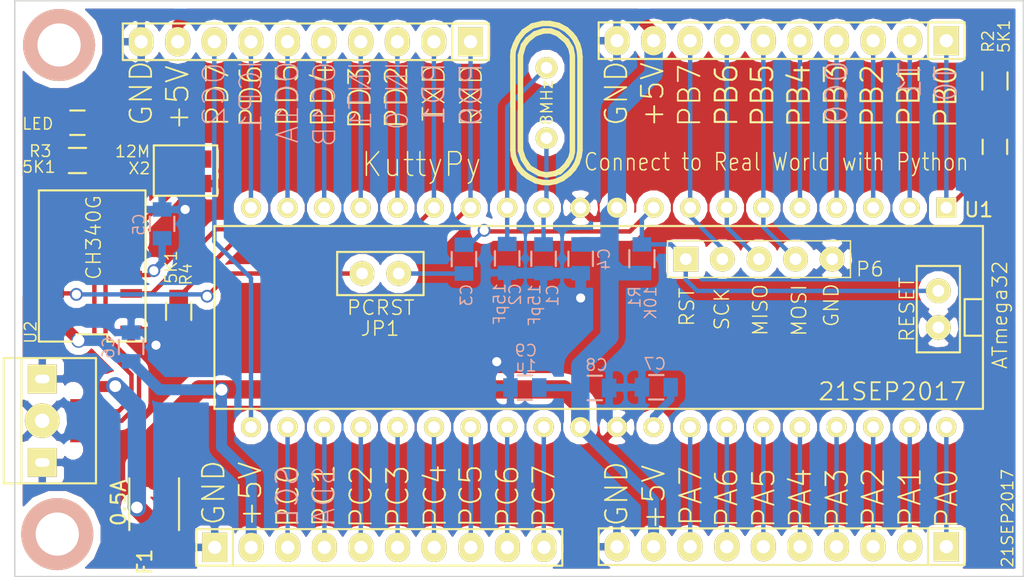
<source format=kicad_pcb>
(kicad_pcb (version 4) (host pcbnew 0.201507310902+6023~28~ubuntu14.04.1-product)

  (general
    (links 98)
    (no_connects 0)
    (area 133.499999 69.424999 203.600001 109.525001)
    (thickness 1.6)
    (drawings 67)
    (tracks 232)
    (zones 0)
    (modules 30)
    (nets 50)
  )

  (page A4)
  (layers
    (0 F.Cu signal)
    (31 B.Cu signal)
    (32 B.Adhes user)
    (33 F.Adhes user)
    (34 B.Paste user)
    (35 F.Paste user)
    (36 B.SilkS user)
    (37 F.SilkS user)
    (38 B.Mask user)
    (39 F.Mask user)
    (40 Dwgs.User user)
    (41 Cmts.User user)
    (42 Eco1.User user)
    (43 Eco2.User user)
    (44 Edge.Cuts user)
  )

  (setup
    (last_trace_width 0.508)
    (user_trace_width 0.508)
    (user_trace_width 0.762)
    (user_trace_width 1.27)
    (trace_clearance 0.2032)
    (zone_clearance 0.5)
    (zone_45_only no)
    (trace_min 0.3048)
    (segment_width 0.2)
    (edge_width 0.1)
    (via_size 0.889)
    (via_drill 0.635)
    (via_min_size 0.6096)
    (via_min_drill 0.508)
    (user_via 1.016 0.8128)
    (uvia_size 0.508)
    (uvia_drill 0.127)
    (uvias_allowed no)
    (uvia_min_size 0.254)
    (uvia_min_drill 0.127)
    (pcb_text_width 0.3)
    (pcb_text_size 1.5 1.5)
    (mod_edge_width 0.15)
    (mod_text_size 1 1)
    (mod_text_width 0.15)
    (pad_size 3.4 3.4)
    (pad_drill 2.2)
    (pad_to_mask_clearance 0)
    (aux_axis_origin 0 0)
    (visible_elements 7FFFFF7F)
    (pcbplotparams
      (layerselection 0x010f0_80000001)
      (usegerberextensions true)
      (excludeedgelayer true)
      (linewidth 0.150000)
      (plotframeref false)
      (viasonmask false)
      (mode 1)
      (useauxorigin false)
      (hpglpennumber 1)
      (hpglpenspeed 20)
      (hpglpendiameter 15)
      (hpglpenoverlay 2)
      (psnegative false)
      (psa4output false)
      (plotreference true)
      (plotvalue true)
      (plotinvisibletext false)
      (padsonsilk false)
      (subtractmaskfromsilk false)
      (outputformat 1)
      (mirror false)
      (drillshape 0)
      (scaleselection 1)
      (outputdirectory Gerber/))
  )

  (net 0 "")
  (net 1 +5V)
  (net 2 GND)
  (net 3 "Net-(C1-Pad2)")
  (net 4 "Net-(C2-Pad2)")
  (net 5 "Net-(C3-Pad1)")
  (net 6 "Net-(C3-Pad2)")
  (net 7 "Net-(C5-Pad2)")
  (net 8 "Net-(C7-Pad1)")
  (net 9 "Net-(D1-Pad2)")
  (net 10 "Net-(D2-Pad1)")
  (net 11 "Net-(F1-Pad1)")
  (net 12 "Net-(P1-Pad2)")
  (net 13 "Net-(P1-Pad3)")
  (net 14 "Net-(P1-Pad4)")
  (net 15 "Net-(P1-Pad5)")
  (net 16 "Net-(P1-Pad6)")
  (net 17 "Net-(P1-Pad7)")
  (net 18 "Net-(P1-Pad8)")
  (net 19 "Net-(P3-Pad3)")
  (net 20 "Net-(P3-Pad4)")
  (net 21 "Net-(P3-Pad5)")
  (net 22 "Net-(P3-Pad6)")
  (net 23 "Net-(P3-Pad7)")
  (net 24 "Net-(P4-Pad2)")
  (net 25 "Net-(P4-Pad3)")
  (net 26 "Net-(P4-Pad4)")
  (net 27 "Net-(P4-Pad5)")
  (net 28 "Net-(P4-Pad6)")
  (net 29 "Net-(P4-Pad7)")
  (net 30 "Net-(P4-Pad8)")
  (net 31 "Net-(P5-Pad4)")
  (net 32 "Net-(P5-Pad5)")
  (net 33 "Net-(P5-Pad6)")
  (net 34 "Net-(P5-Pad7)")
  (net 35 "Net-(P5-Pad8)")
  (net 36 "Net-(P5-Pad9)")
  (net 37 "Net-(P5-Pad10)")
  (net 38 /D-)
  (net 39 /D+)
  (net 40 /RTS)
  (net 41 /XI)
  (net 42 /XO)
  (net 43 /PB0)
  (net 44 /RXD)
  (net 45 /PD7)
  (net 46 /PA0)
  (net 47 /PC0)
  (net 48 /TXD)
  (net 49 "Net-(R4-Pad2)")

  (net_class Default "This is the default net class."
    (clearance 0.2032)
    (trace_width 0.3048)
    (via_dia 0.889)
    (via_drill 0.635)
    (uvia_dia 0.508)
    (uvia_drill 0.127)
    (add_net /D+)
    (add_net /D-)
    (add_net /PA0)
    (add_net /PB0)
    (add_net /PC0)
    (add_net /PD7)
    (add_net /RTS)
    (add_net /RXD)
    (add_net /TXD)
    (add_net /XI)
    (add_net /XO)
    (add_net GND)
    (add_net "Net-(C1-Pad2)")
    (add_net "Net-(C2-Pad2)")
    (add_net "Net-(C3-Pad1)")
    (add_net "Net-(C3-Pad2)")
    (add_net "Net-(C5-Pad2)")
    (add_net "Net-(C7-Pad1)")
    (add_net "Net-(D1-Pad2)")
    (add_net "Net-(D2-Pad1)")
    (add_net "Net-(F1-Pad1)")
    (add_net "Net-(P1-Pad2)")
    (add_net "Net-(P1-Pad3)")
    (add_net "Net-(P1-Pad4)")
    (add_net "Net-(P1-Pad5)")
    (add_net "Net-(P1-Pad6)")
    (add_net "Net-(P1-Pad7)")
    (add_net "Net-(P1-Pad8)")
    (add_net "Net-(P3-Pad3)")
    (add_net "Net-(P3-Pad4)")
    (add_net "Net-(P3-Pad5)")
    (add_net "Net-(P3-Pad6)")
    (add_net "Net-(P3-Pad7)")
    (add_net "Net-(P4-Pad2)")
    (add_net "Net-(P4-Pad3)")
    (add_net "Net-(P4-Pad4)")
    (add_net "Net-(P4-Pad5)")
    (add_net "Net-(P4-Pad6)")
    (add_net "Net-(P4-Pad7)")
    (add_net "Net-(P4-Pad8)")
    (add_net "Net-(P5-Pad10)")
    (add_net "Net-(P5-Pad4)")
    (add_net "Net-(P5-Pad5)")
    (add_net "Net-(P5-Pad6)")
    (add_net "Net-(P5-Pad7)")
    (add_net "Net-(P5-Pad8)")
    (add_net "Net-(P5-Pad9)")
    (add_net "Net-(R4-Pad2)")
  )

  (net_class power ""
    (clearance 0.2032)
    (trace_width 1.016)
    (via_dia 0.889)
    (via_drill 0.635)
    (uvia_dia 0.508)
    (uvia_drill 0.127)
    (add_net +5V)
  )

  (module MyLib:C_0805 (layer B.Cu) (tedit 59C3116D) (tstamp 5836B143)
    (at 170.25 87.4 90)
    (descr "Capacitor SMD 0805, reflow soldering, AVX (see smccp.pdf), AVX (see smccp.pdf)")
    (tags "capacitor 0805")
    (path /52787A27)
    (attr smd)
    (fp_text reference C1 (at -2.55 0.625 90) (layer B.SilkS)
      (effects (font (size 0.8 0.8) (thickness 0.1)) (justify mirror))
    )
    (fp_text value 15pF (at -3.225 -0.625 90) (layer B.SilkS)
      (effects (font (size 0.8 0.8) (thickness 0.1)) (justify mirror))
    )
    (fp_line (start 0.5 0.85) (end -0.5 0.85) (layer B.SilkS) (width 0.15))
    (fp_line (start -0.5 -0.85) (end 0.5 -0.85) (layer B.SilkS) (width 0.15))
    (pad 1 smd rect (at -1 0 90) (size 1 1.3) (layers B.Cu B.Paste B.Mask)
      (net 2 GND))
    (pad 2 smd rect (at 1 0 90) (size 1 1.3) (layers B.Cu B.Paste B.Mask)
      (net 3 "Net-(C1-Pad2)"))
    (model Capacitors_SMD/C_0805N.wrl
      (at (xyz 0 0 0))
      (scale (xyz 1 1 1))
      (rotate (xyz 0 0 0))
    )
  )

  (module MyLib:C_0805 (layer B.Cu) (tedit 59C31181) (tstamp 5836B148)
    (at 167.725 87.375 90)
    (descr "Capacitor SMD 0805, reflow soldering, AVX (see smccp.pdf), AVX (see smccp.pdf)")
    (tags "capacitor 0805")
    (path /52787A40)
    (attr smd)
    (fp_text reference C2 (at -2.5 0.55 90) (layer B.SilkS)
      (effects (font (size 0.8 0.8) (thickness 0.1)) (justify mirror))
    )
    (fp_text value 15pF (at -3.175 -0.525 90) (layer B.SilkS)
      (effects (font (size 0.8 0.8) (thickness 0.1)) (justify mirror))
    )
    (fp_line (start 0.5 0.85) (end -0.5 0.85) (layer B.SilkS) (width 0.15))
    (fp_line (start -0.5 -0.85) (end 0.5 -0.85) (layer B.SilkS) (width 0.15))
    (pad 1 smd rect (at -1 0 90) (size 1 1.3) (layers B.Cu B.Paste B.Mask)
      (net 2 GND))
    (pad 2 smd rect (at 1 0 90) (size 1 1.3) (layers B.Cu B.Paste B.Mask)
      (net 4 "Net-(C2-Pad2)"))
    (model Capacitors_SMD/C_0805N.wrl
      (at (xyz 0 0 0))
      (scale (xyz 1 1 1))
      (rotate (xyz 0 0 0))
    )
  )

  (module MyLib:C_0805 (layer B.Cu) (tedit 59C317AC) (tstamp 5836B14D)
    (at 164.725 87.425 270)
    (descr "Capacitor SMD 0805, reflow soldering, AVX (see smccp.pdf), AVX (see smccp.pdf)")
    (tags "capacitor 0805")
    (path /5278772C)
    (attr smd)
    (fp_text reference C3 (at 2.5 -0.175 270) (layer B.SilkS)
      (effects (font (size 0.8 0.8) (thickness 0.1)) (justify mirror))
    )
    (fp_text value .1u (at -0.1 -2.6 270) (layer B.SilkS) hide
      (effects (font (size 0.8 0.8) (thickness 0.1)) (justify mirror))
    )
    (fp_line (start 0.5 0.85) (end -0.5 0.85) (layer B.SilkS) (width 0.15))
    (fp_line (start -0.5 -0.85) (end 0.5 -0.85) (layer B.SilkS) (width 0.15))
    (pad 1 smd rect (at -1 0 270) (size 1 1.3) (layers B.Cu B.Paste B.Mask)
      (net 5 "Net-(C3-Pad1)"))
    (pad 2 smd rect (at 1 0 270) (size 1 1.3) (layers B.Cu B.Paste B.Mask)
      (net 6 "Net-(C3-Pad2)"))
    (model Capacitors_SMD/C_0805N.wrl
      (at (xyz 0 0 0))
      (scale (xyz 1 1 1))
      (rotate (xyz 0 0 0))
    )
  )

  (module MyLib:C_0805 (layer B.Cu) (tedit 59C32149) (tstamp 5836B152)
    (at 172.825 87.4 90)
    (descr "Capacitor SMD 0805, reflow soldering, AVX (see smccp.pdf), AVX (see smccp.pdf)")
    (tags "capacitor 0805")
    (path /527881C9)
    (attr smd)
    (fp_text reference C4 (at -0.025 1.625 90) (layer B.SilkS)
      (effects (font (size 0.8 0.8) (thickness 0.1)) (justify mirror))
    )
    (fp_text value .1u (at 0.5 -1.5 90) (layer B.SilkS) hide
      (effects (font (size 0.8 0.8) (thickness 0.1)) (justify mirror))
    )
    (fp_line (start 0.5 0.85) (end -0.5 0.85) (layer B.SilkS) (width 0.15))
    (fp_line (start -0.5 -0.85) (end 0.5 -0.85) (layer B.SilkS) (width 0.15))
    (pad 1 smd rect (at -1 0 90) (size 1 1.3) (layers B.Cu B.Paste B.Mask)
      (net 2 GND))
    (pad 2 smd rect (at 1 0 90) (size 1 1.3) (layers B.Cu B.Paste B.Mask)
      (net 1 +5V))
    (model Capacitors_SMD/C_0805N.wrl
      (at (xyz 0 0 0))
      (scale (xyz 1 1 1))
      (rotate (xyz 0 0 0))
    )
  )

  (module MyLib:C_0805 (layer B.Cu) (tedit 59C318E5) (tstamp 5836B157)
    (at 143.775 84.975 270)
    (descr "Capacitor SMD 0805, reflow soldering, AVX (see smccp.pdf), AVX (see smccp.pdf)")
    (tags "capacitor 0805")
    (path /52786CDE)
    (attr smd)
    (fp_text reference C5 (at 0.05 1.6 270) (layer B.SilkS)
      (effects (font (size 0.8 0.8) (thickness 0.1)) (justify mirror))
    )
    (fp_text value .1u (at 0.2 2.5 270) (layer B.SilkS) hide
      (effects (font (size 0.8 0.8) (thickness 0.1)) (justify mirror))
    )
    (fp_line (start 0.5 0.85) (end -0.5 0.85) (layer B.SilkS) (width 0.15))
    (fp_line (start -0.5 -0.85) (end 0.5 -0.85) (layer B.SilkS) (width 0.15))
    (pad 1 smd rect (at -1 0 270) (size 1 1.3) (layers B.Cu B.Paste B.Mask)
      (net 2 GND))
    (pad 2 smd rect (at 1 0 270) (size 1 1.3) (layers B.Cu B.Paste B.Mask)
      (net 7 "Net-(C5-Pad2)"))
    (model Capacitors_SMD/C_0805N.wrl
      (at (xyz 0 0 0))
      (scale (xyz 1 1 1))
      (rotate (xyz 0 0 0))
    )
  )

  (module MyLib:C_0805 (layer B.Cu) (tedit 59C31C84) (tstamp 5836B15C)
    (at 141.625 93.525 270)
    (descr "Capacitor SMD 0805, reflow soldering, AVX (see smccp.pdf), AVX (see smccp.pdf)")
    (tags "capacitor 0805")
    (path /527881BD)
    (attr smd)
    (fp_text reference C6 (at 0.05 1.575 270) (layer B.SilkS)
      (effects (font (size 0.8 0.8) (thickness 0.1)) (justify mirror))
    )
    (fp_text value .1u (at 0.55 2.7 270) (layer B.SilkS) hide
      (effects (font (size 0.8 0.8) (thickness 0.1)) (justify mirror))
    )
    (fp_line (start 0.5 0.85) (end -0.5 0.85) (layer B.SilkS) (width 0.15))
    (fp_line (start -0.5 -0.85) (end 0.5 -0.85) (layer B.SilkS) (width 0.15))
    (pad 1 smd rect (at -1 0 270) (size 1 1.3) (layers B.Cu B.Paste B.Mask)
      (net 2 GND))
    (pad 2 smd rect (at 1 0 270) (size 1 1.3) (layers B.Cu B.Paste B.Mask)
      (net 1 +5V))
    (model Capacitors_SMD/C_0805N.wrl
      (at (xyz 0 0 0))
      (scale (xyz 1 1 1))
      (rotate (xyz 0 0 0))
    )
  )

  (module MyLib:C_0805 (layer B.Cu) (tedit 59C31103) (tstamp 5836B161)
    (at 178.075 96.325 180)
    (descr "Capacitor SMD 0805, reflow soldering, AVX (see smccp.pdf), AVX (see smccp.pdf)")
    (tags "capacitor 0805")
    (path /52788299)
    (attr smd)
    (fp_text reference C7 (at 0.1 1.625 180) (layer B.SilkS)
      (effects (font (size 0.8 0.8) (thickness 0.1)) (justify mirror))
    )
    (fp_text value .1u (at 0.5 -1.5 180) (layer B.SilkS) hide
      (effects (font (size 0.8 0.8) (thickness 0.1)) (justify mirror))
    )
    (fp_line (start 0.5 0.85) (end -0.5 0.85) (layer B.SilkS) (width 0.15))
    (fp_line (start -0.5 -0.85) (end 0.5 -0.85) (layer B.SilkS) (width 0.15))
    (pad 1 smd rect (at -1 0 180) (size 1 1.3) (layers B.Cu B.Paste B.Mask)
      (net 8 "Net-(C7-Pad1)"))
    (pad 2 smd rect (at 1 0 180) (size 1 1.3) (layers B.Cu B.Paste B.Mask)
      (net 2 GND))
    (model Capacitors_SMD/C_0805N.wrl
      (at (xyz 0 0 0))
      (scale (xyz 1 1 1))
      (rotate (xyz 0 0 0))
    )
  )

  (module MyLib:C_0805 (layer B.Cu) (tedit 59C310F1) (tstamp 5836B166)
    (at 173.8 96.375)
    (descr "Capacitor SMD 0805, reflow soldering, AVX (see smccp.pdf), AVX (see smccp.pdf)")
    (tags "capacitor 0805")
    (path /527882A5)
    (attr smd)
    (fp_text reference C8 (at 0.125 -1.6) (layer B.SilkS)
      (effects (font (size 0.8 0.8) (thickness 0.1)) (justify mirror))
    )
    (fp_text value .1u (at 0.5 -1.5) (layer B.SilkS) hide
      (effects (font (size 0.8 0.8) (thickness 0.1)) (justify mirror))
    )
    (fp_line (start 0.5 0.85) (end -0.5 0.85) (layer B.SilkS) (width 0.15))
    (fp_line (start -0.5 -0.85) (end 0.5 -0.85) (layer B.SilkS) (width 0.15))
    (pad 1 smd rect (at -1 0) (size 1 1.3) (layers B.Cu B.Paste B.Mask)
      (net 1 +5V))
    (pad 2 smd rect (at 1 0) (size 1 1.3) (layers B.Cu B.Paste B.Mask)
      (net 2 GND))
    (model Capacitors_SMD/C_0805N.wrl
      (at (xyz 0 0 0))
      (scale (xyz 1 1 1))
      (rotate (xyz 0 0 0))
    )
  )

  (module MyLib:C_0805 (layer B.Cu) (tedit 59C31CB6) (tstamp 5836B16B)
    (at 168.95 96.35)
    (descr "Capacitor SMD 0805, reflow soldering, AVX (see smccp.pdf), AVX (see smccp.pdf)")
    (tags "capacitor 0805")
    (path /52788146)
    (attr smd)
    (fp_text reference C9 (at 0.075 -2.575) (layer B.SilkS)
      (effects (font (size 0.8 0.8) (thickness 0.1)) (justify mirror))
    )
    (fp_text value 1u (at 0.075 -1.525) (layer B.SilkS)
      (effects (font (size 0.8 0.8) (thickness 0.1)) (justify mirror))
    )
    (fp_line (start 0.5 0.85) (end -0.5 0.85) (layer B.SilkS) (width 0.15))
    (fp_line (start -0.5 -0.85) (end 0.5 -0.85) (layer B.SilkS) (width 0.15))
    (pad 1 smd rect (at -1 0) (size 1 1.3) (layers B.Cu B.Paste B.Mask)
      (net 2 GND))
    (pad 2 smd rect (at 1 0) (size 1 1.3) (layers B.Cu B.Paste B.Mask)
      (net 1 +5V))
    (model Capacitors_SMD/C_0805N.wrl
      (at (xyz 0 0 0))
      (scale (xyz 1 1 1))
      (rotate (xyz 0 0 0))
    )
  )

  (module MyLib:C_0805 (layer F.Cu) (tedit 59C3252E) (tstamp 5836B17A)
    (at 201.575 79.625 90)
    (descr "Capacitor SMD 0805, reflow soldering, AVX (see smccp.pdf), AVX (see smccp.pdf)")
    (tags "capacitor 0805")
    (path /527880C3)
    (attr smd)
    (fp_text reference D1 (at 2.75 0.15 90) (layer F.SilkS) hide
      (effects (font (size 0.8 0.8) (thickness 0.1)))
    )
    (fp_text value LED (at 0.2 -1.6 90) (layer F.SilkS) hide
      (effects (font (size 0.8 0.8) (thickness 0.1)))
    )
    (fp_line (start 0.5 -0.85) (end -0.5 -0.85) (layer F.SilkS) (width 0.15))
    (fp_line (start -0.5 0.85) (end 0.5 0.85) (layer F.SilkS) (width 0.15))
    (pad 1 smd rect (at -1 0 90) (size 1 1.3) (layers F.Cu F.Paste F.Mask)
      (net 43 /PB0))
    (pad 2 smd rect (at 1 0 90) (size 1 1.3) (layers F.Cu F.Paste F.Mask)
      (net 9 "Net-(D1-Pad2)"))
    (model Capacitors_SMD/C_0805N.wrl
      (at (xyz 0 0 0))
      (scale (xyz 1 1 1))
      (rotate (xyz 0 0 0))
    )
  )

  (module MyLib:C_0805 (layer F.Cu) (tedit 59C32017) (tstamp 5836B17F)
    (at 137.9 77.95 180)
    (descr "Capacitor SMD 0805, reflow soldering, AVX (see smccp.pdf), AVX (see smccp.pdf)")
    (tags "capacitor 0805")
    (path /52786D0B)
    (attr smd)
    (fp_text reference D2 (at 1.0888 -1.4974 180) (layer F.SilkS) hide
      (effects (font (size 0.8 0.8) (thickness 0.1)))
    )
    (fp_text value LED (at 2.75 -0.075 180) (layer F.SilkS)
      (effects (font (size 0.8 0.8) (thickness 0.1)))
    )
    (fp_line (start 0.5 -0.85) (end -0.5 -0.85) (layer F.SilkS) (width 0.15))
    (fp_line (start -0.5 0.85) (end 0.5 0.85) (layer F.SilkS) (width 0.15))
    (pad 1 smd rect (at -1 0 180) (size 1 1.3) (layers F.Cu F.Paste F.Mask)
      (net 10 "Net-(D2-Pad1)"))
    (pad 2 smd rect (at 1 0 180) (size 1 1.3) (layers F.Cu F.Paste F.Mask)
      (net 2 GND))
    (model Capacitors_SMD/C_0805N.wrl
      (at (xyz 0 0 0))
      (scale (xyz 1 1 1))
      (rotate (xyz 0 0 0))
    )
  )

  (module MyLib:Fuse-1206-1812 (layer F.Cu) (tedit 59C31884) (tstamp 5836B184)
    (at 143.225 104.45 90)
    (descr "Capacitor SMD 1812, reflow soldering, AVX (see smccp.pdf)")
    (tags "capacitor 1812")
    (path /52786CCF)
    (attr smd)
    (fp_text reference F1 (at -4 -0.65 270) (layer F.SilkS)
      (effects (font (size 1 1) (thickness 0.15)))
    )
    (fp_text value 0.5A (at 0.1 -2.475 90) (layer F.SilkS)
      (effects (font (size 1 1) (thickness 0.15)))
    )
    (fp_line (start 1.8 -1.725) (end -1.8 -1.725) (layer F.SilkS) (width 0.15))
    (fp_line (start -1.8 1.725) (end 1.8 1.725) (layer F.SilkS) (width 0.15))
    (pad 1 smd rect (at -2.3 0 90) (size 1 3) (layers F.Cu F.Paste F.Mask)
      (net 11 "Net-(F1-Pad1)"))
    (pad 2 smd rect (at 2.3 0 90) (size 1 3) (layers F.Cu F.Paste F.Mask)
      (net 1 +5V))
    (pad 1 smd rect (at -1.5 0 90) (size 0.6 2) (layers F.Cu F.Paste F.Mask)
      (net 11 "Net-(F1-Pad1)"))
    (pad 2 smd rect (at 1.5 0 90) (size 0.6 2) (layers F.Cu F.Paste F.Mask)
      (net 1 +5V))
    (model Capacitors_SMD/C_1812P.wrl
      (at (xyz 0 0 0))
      (scale (xyz 1 1 1))
      (rotate (xyz 0 0 0))
    )
  )

  (module MyLib:myPin_Header_Straight_1x02 (layer F.Cu) (tedit 59C317E4) (tstamp 5836B197)
    (at 158.925 88.425 180)
    (descr "Through hole pin header")
    (tags "pin header")
    (path /52786D62)
    (fp_text reference JP1 (at 0.025 -3.825 360) (layer F.SilkS)
      (effects (font (size 1 1) (thickness 0.1)))
    )
    (fp_text value PCRST (at -0.025 -2.375 180) (layer F.SilkS)
      (effects (font (size 1 1) (thickness 0.1)))
    )
    (fp_line (start -3 -1.5) (end 3 -1.5) (layer F.SilkS) (width 0.15))
    (fp_line (start 3 -1.5) (end 3 1.5) (layer F.SilkS) (width 0.15))
    (fp_line (start 3 1.5) (end -3 1.5) (layer F.SilkS) (width 0.15))
    (fp_line (start -3 1.5) (end -3 -1.5) (layer F.SilkS) (width 0.15))
    (pad 1 thru_hole circle (at -1.27 0 180) (size 1.7272 1.7272) (drill 0.8128) (layers *.Cu *.Mask F.SilkS)
      (net 6 "Net-(C3-Pad2)"))
    (pad 2 thru_hole circle (at 1.27 0 180) (size 1.7272 1.7272) (drill 0.8128) (layers *.Cu *.Mask F.SilkS)
      (net 40 /RTS))
    (model Pin_Headers/Pin_Header_Straight_1x06.wrl
      (at (xyz 0 0 0))
      (scale (xyz 1 1 1))
      (rotate (xyz 0 0 0))
    )
  )

  (module MyLib:Pin_Header_Straight_1x10-oval (layer F.Cu) (tedit 59C31E91) (tstamp 5836B19C)
    (at 186.775 72.25 180)
    (descr "Through hole pin header")
    (tags "pin header")
    (path /52786E85)
    (fp_text reference P1 (at 13.5 0.15 270) (layer F.SilkS) hide
      (effects (font (size 1 1) (thickness 0.1)))
    )
    (fp_text value CONN_10 (at 0 0 180) (layer F.SilkS) hide
      (effects (font (size 1.27 1.27) (thickness 0.2032)))
    )
    (fp_line (start -10.16 -1.27) (end 12.7 -1.27) (layer F.SilkS) (width 0.15))
    (fp_line (start 12.7 -1.27) (end 12.7 1.27) (layer F.SilkS) (width 0.15))
    (fp_line (start 12.7 1.27) (end -10.16 1.27) (layer F.SilkS) (width 0.15))
    (fp_line (start -12.7 -1.27) (end -10.16 -1.27) (layer F.SilkS) (width 0.15))
    (fp_line (start -10.16 -1.27) (end -10.16 1.27) (layer F.SilkS) (width 0.15))
    (fp_line (start -12.7 -1.27) (end -12.7 1.27) (layer F.SilkS) (width 0.15))
    (fp_line (start -12.7 1.27) (end -10.16 1.27) (layer F.SilkS) (width 0.15))
    (pad 1 thru_hole rect (at -11.43 0 180) (size 1.7272 2.032) (drill 0.9144) (layers *.Cu *.Mask F.SilkS)
      (net 43 /PB0))
    (pad 2 thru_hole oval (at -8.89 0 180) (size 1.7272 2.032) (drill 0.9144) (layers *.Cu *.Mask F.SilkS)
      (net 12 "Net-(P1-Pad2)"))
    (pad 3 thru_hole oval (at -6.35 0 180) (size 1.7272 2.032) (drill 0.9144) (layers *.Cu *.Mask F.SilkS)
      (net 13 "Net-(P1-Pad3)"))
    (pad 4 thru_hole oval (at -3.81 0 180) (size 1.7272 2.032) (drill 0.9144) (layers *.Cu *.Mask F.SilkS)
      (net 14 "Net-(P1-Pad4)"))
    (pad 5 thru_hole oval (at -1.27 0 180) (size 1.7272 2.032) (drill 0.9144) (layers *.Cu *.Mask F.SilkS)
      (net 15 "Net-(P1-Pad5)"))
    (pad 6 thru_hole oval (at 1.27 0 180) (size 1.7272 2.032) (drill 0.9144) (layers *.Cu *.Mask F.SilkS)
      (net 16 "Net-(P1-Pad6)"))
    (pad 7 thru_hole oval (at 3.81 0 180) (size 1.7272 2.032) (drill 0.9144) (layers *.Cu *.Mask F.SilkS)
      (net 17 "Net-(P1-Pad7)"))
    (pad 8 thru_hole oval (at 6.35 0 180) (size 1.7272 2.032) (drill 0.9144) (layers *.Cu *.Mask F.SilkS)
      (net 18 "Net-(P1-Pad8)"))
    (pad 9 thru_hole oval (at 8.89 0 180) (size 1.7272 2.032) (drill 0.9144) (layers *.Cu *.Mask F.SilkS)
      (net 1 +5V))
    (pad 10 thru_hole oval (at 11.43 0 180) (size 1.7272 2.032) (drill 0.9144) (layers *.Cu *.Mask F.SilkS)
      (net 2 GND))
    (model Pin_Headers/Pin_Header_Straight_1x10.wrl
      (at (xyz 0 0 0))
      (scale (xyz 1 1 1))
      (rotate (xyz 0 0 0))
    )
  )

  (module MyLib:MountingHole-3mm (layer F.Cu) (tedit 55740E53) (tstamp 5836B1A9)
    (at 136.625 72.55)
    (descr "Mounting hole, Befestigungsbohrung, 2,5mm, No Annular, Kein Restring,")
    (tags "Mounting hole, Befestigungsbohrung, 2,5mm, No Annular, Kein Restring,")
    (path /527882B3)
    (fp_text reference P2 (at -0.1 -0.5) (layer F.SilkS) hide
      (effects (font (thickness 0.3048)))
    )
    (fp_text value TST (at 1.5 -0.85) (layer F.SilkS) hide
      (effects (font (thickness 0.3048)))
    )
    (pad 1 thru_hole circle (at 0 0) (size 5 5) (drill 3) (layers *.Cu *.SilkS *.Mask))
  )

  (module MyLib:Pin_Header_Straight_1x10-oval (layer F.Cu) (tedit 59C31F23) (tstamp 5836B1AD)
    (at 153.75 72.325 180)
    (descr "Through hole pin header")
    (tags "pin header")
    (path /5316ABF6)
    (fp_text reference P3 (at -13.72 0.03 270) (layer F.SilkS) hide
      (effects (font (size 1 1) (thickness 0.1)))
    )
    (fp_text value CONN_10 (at 0 0 180) (layer F.SilkS) hide
      (effects (font (size 1.27 1.27) (thickness 0.2032)))
    )
    (fp_line (start -10.16 -1.27) (end 12.7 -1.27) (layer F.SilkS) (width 0.15))
    (fp_line (start 12.7 -1.27) (end 12.7 1.27) (layer F.SilkS) (width 0.15))
    (fp_line (start 12.7 1.27) (end -10.16 1.27) (layer F.SilkS) (width 0.15))
    (fp_line (start -12.7 -1.27) (end -10.16 -1.27) (layer F.SilkS) (width 0.15))
    (fp_line (start -10.16 -1.27) (end -10.16 1.27) (layer F.SilkS) (width 0.15))
    (fp_line (start -12.7 -1.27) (end -12.7 1.27) (layer F.SilkS) (width 0.15))
    (fp_line (start -12.7 1.27) (end -10.16 1.27) (layer F.SilkS) (width 0.15))
    (pad 1 thru_hole rect (at -11.43 0 180) (size 1.7272 2.032) (drill 0.9144) (layers *.Cu *.Mask F.SilkS)
      (net 44 /RXD))
    (pad 2 thru_hole oval (at -8.89 0 180) (size 1.7272 2.032) (drill 0.9144) (layers *.Cu *.Mask F.SilkS)
      (net 48 /TXD))
    (pad 3 thru_hole oval (at -6.35 0 180) (size 1.7272 2.032) (drill 0.9144) (layers *.Cu *.Mask F.SilkS)
      (net 19 "Net-(P3-Pad3)"))
    (pad 4 thru_hole oval (at -3.81 0 180) (size 1.7272 2.032) (drill 0.9144) (layers *.Cu *.Mask F.SilkS)
      (net 20 "Net-(P3-Pad4)"))
    (pad 5 thru_hole oval (at -1.27 0 180) (size 1.7272 2.032) (drill 0.9144) (layers *.Cu *.Mask F.SilkS)
      (net 21 "Net-(P3-Pad5)"))
    (pad 6 thru_hole oval (at 1.27 0 180) (size 1.7272 2.032) (drill 0.9144) (layers *.Cu *.Mask F.SilkS)
      (net 22 "Net-(P3-Pad6)"))
    (pad 7 thru_hole oval (at 3.81 0 180) (size 1.7272 2.032) (drill 0.9144) (layers *.Cu *.Mask F.SilkS)
      (net 23 "Net-(P3-Pad7)"))
    (pad 8 thru_hole oval (at 6.35 0 180) (size 1.7272 2.032) (drill 0.9144) (layers *.Cu *.Mask F.SilkS)
      (net 45 /PD7))
    (pad 9 thru_hole oval (at 8.89 0 180) (size 1.7272 2.032) (drill 0.9144) (layers *.Cu *.Mask F.SilkS)
      (net 1 +5V))
    (pad 10 thru_hole oval (at 11.43 0 180) (size 1.7272 2.032) (drill 0.9144) (layers *.Cu *.Mask F.SilkS)
      (net 2 GND))
    (model Pin_Headers/Pin_Header_Straight_1x10.wrl
      (at (xyz 0 0 0))
      (scale (xyz 1 1 1))
      (rotate (xyz 0 0 0))
    )
  )

  (module MyLib:Pin_Header_Straight_1x10-oval (layer F.Cu) (tedit 59C31F34) (tstamp 5836B1BA)
    (at 186.775 107.4 180)
    (descr "Through hole pin header")
    (tags "pin header")
    (path /52786D29)
    (fp_text reference P4 (at 8.15 -3.475 270) (layer F.SilkS) hide
      (effects (font (size 1 1) (thickness 0.1)))
    )
    (fp_text value CONN_10 (at 0 0 180) (layer F.SilkS) hide
      (effects (font (size 1.27 1.27) (thickness 0.2032)))
    )
    (fp_line (start -10.16 -1.27) (end 12.7 -1.27) (layer F.SilkS) (width 0.15))
    (fp_line (start 12.7 -1.27) (end 12.7 1.27) (layer F.SilkS) (width 0.15))
    (fp_line (start 12.7 1.27) (end -10.16 1.27) (layer F.SilkS) (width 0.15))
    (fp_line (start -12.7 -1.27) (end -10.16 -1.27) (layer F.SilkS) (width 0.15))
    (fp_line (start -10.16 -1.27) (end -10.16 1.27) (layer F.SilkS) (width 0.15))
    (fp_line (start -12.7 -1.27) (end -12.7 1.27) (layer F.SilkS) (width 0.15))
    (fp_line (start -12.7 1.27) (end -10.16 1.27) (layer F.SilkS) (width 0.15))
    (pad 1 thru_hole rect (at -11.43 0 180) (size 1.7272 2.032) (drill 0.9144) (layers *.Cu *.Mask F.SilkS)
      (net 46 /PA0))
    (pad 2 thru_hole oval (at -8.89 0 180) (size 1.7272 2.032) (drill 0.9144) (layers *.Cu *.Mask F.SilkS)
      (net 24 "Net-(P4-Pad2)"))
    (pad 3 thru_hole oval (at -6.35 0 180) (size 1.7272 2.032) (drill 0.9144) (layers *.Cu *.Mask F.SilkS)
      (net 25 "Net-(P4-Pad3)"))
    (pad 4 thru_hole oval (at -3.81 0 180) (size 1.7272 2.032) (drill 0.9144) (layers *.Cu *.Mask F.SilkS)
      (net 26 "Net-(P4-Pad4)"))
    (pad 5 thru_hole oval (at -1.27 0 180) (size 1.7272 2.032) (drill 0.9144) (layers *.Cu *.Mask F.SilkS)
      (net 27 "Net-(P4-Pad5)"))
    (pad 6 thru_hole oval (at 1.27 0 180) (size 1.7272 2.032) (drill 0.9144) (layers *.Cu *.Mask F.SilkS)
      (net 28 "Net-(P4-Pad6)"))
    (pad 7 thru_hole oval (at 3.81 0 180) (size 1.7272 2.032) (drill 0.9144) (layers *.Cu *.Mask F.SilkS)
      (net 29 "Net-(P4-Pad7)"))
    (pad 8 thru_hole oval (at 6.35 0 180) (size 1.7272 2.032) (drill 0.9144) (layers *.Cu *.Mask F.SilkS)
      (net 30 "Net-(P4-Pad8)"))
    (pad 9 thru_hole oval (at 8.89 0 180) (size 1.7272 2.032) (drill 0.9144) (layers *.Cu *.Mask F.SilkS)
      (net 1 +5V))
    (pad 10 thru_hole oval (at 11.43 0 180) (size 1.7272 2.032) (drill 0.9144) (layers *.Cu *.Mask F.SilkS)
      (net 2 GND))
    (model Pin_Headers/Pin_Header_Straight_1x10.wrl
      (at (xyz 0 0 0))
      (scale (xyz 1 1 1))
      (rotate (xyz 0 0 0))
    )
  )

  (module MyLib:Pin_Header_Straight_1x10-oval (layer F.Cu) (tedit 59C31F38) (tstamp 5836B1C7)
    (at 158.85 107.45)
    (descr "Through hole pin header")
    (tags "pin header")
    (path /52786E7F)
    (fp_text reference P5 (at 16.4 3.95 90) (layer F.SilkS) hide
      (effects (font (size 1 1) (thickness 0.1)))
    )
    (fp_text value CONN_10 (at 0 0) (layer F.SilkS) hide
      (effects (font (size 1.27 1.27) (thickness 0.2032)))
    )
    (fp_line (start -10.16 -1.27) (end 12.7 -1.27) (layer F.SilkS) (width 0.15))
    (fp_line (start 12.7 -1.27) (end 12.7 1.27) (layer F.SilkS) (width 0.15))
    (fp_line (start 12.7 1.27) (end -10.16 1.27) (layer F.SilkS) (width 0.15))
    (fp_line (start -12.7 -1.27) (end -10.16 -1.27) (layer F.SilkS) (width 0.15))
    (fp_line (start -10.16 -1.27) (end -10.16 1.27) (layer F.SilkS) (width 0.15))
    (fp_line (start -12.7 -1.27) (end -12.7 1.27) (layer F.SilkS) (width 0.15))
    (fp_line (start -12.7 1.27) (end -10.16 1.27) (layer F.SilkS) (width 0.15))
    (pad 1 thru_hole rect (at -11.43 0) (size 1.7272 2.032) (drill 0.9144) (layers *.Cu *.Mask F.SilkS)
      (net 2 GND))
    (pad 2 thru_hole oval (at -8.89 0) (size 1.7272 2.032) (drill 0.9144) (layers *.Cu *.Mask F.SilkS)
      (net 1 +5V))
    (pad 3 thru_hole oval (at -6.35 0) (size 1.7272 2.032) (drill 0.9144) (layers *.Cu *.Mask F.SilkS)
      (net 47 /PC0))
    (pad 4 thru_hole oval (at -3.81 0) (size 1.7272 2.032) (drill 0.9144) (layers *.Cu *.Mask F.SilkS)
      (net 31 "Net-(P5-Pad4)"))
    (pad 5 thru_hole oval (at -1.27 0) (size 1.7272 2.032) (drill 0.9144) (layers *.Cu *.Mask F.SilkS)
      (net 32 "Net-(P5-Pad5)"))
    (pad 6 thru_hole oval (at 1.27 0) (size 1.7272 2.032) (drill 0.9144) (layers *.Cu *.Mask F.SilkS)
      (net 33 "Net-(P5-Pad6)"))
    (pad 7 thru_hole oval (at 3.81 0) (size 1.7272 2.032) (drill 0.9144) (layers *.Cu *.Mask F.SilkS)
      (net 34 "Net-(P5-Pad7)"))
    (pad 8 thru_hole oval (at 6.35 0) (size 1.7272 2.032) (drill 0.9144) (layers *.Cu *.Mask F.SilkS)
      (net 35 "Net-(P5-Pad8)"))
    (pad 9 thru_hole oval (at 8.89 0) (size 1.7272 2.032) (drill 0.9144) (layers *.Cu *.Mask F.SilkS)
      (net 36 "Net-(P5-Pad9)"))
    (pad 10 thru_hole oval (at 11.43 0) (size 1.7272 2.032) (drill 0.9144) (layers *.Cu *.Mask F.SilkS)
      (net 37 "Net-(P5-Pad10)"))
    (model Pin_Headers/Pin_Header_Straight_1x10.wrl
      (at (xyz 0 0 0))
      (scale (xyz 1 1 1))
      (rotate (xyz 0 0 0))
    )
  )

  (module MyLib:myPin_Header_Straight_1x05 (layer F.Cu) (tedit 5836BF58) (tstamp 5836B1D4)
    (at 185.2 87.425)
    (descr "Through hole pin header")
    (tags "pin header")
    (path /52788108)
    (fp_text reference P6 (at 7.7 0.7) (layer F.SilkS)
      (effects (font (size 1 1) (thickness 0.1)))
    )
    (fp_text value CONN_5 (at 0.3 1.8) (layer F.SilkS) hide
      (effects (font (size 1.27 1.27) (thickness 0.2032)))
    )
    (fp_line (start -6.35 -1.27) (end 6.35 -1.27) (layer F.SilkS) (width 0.1))
    (fp_line (start 6.35 -1.27) (end 6.35 1.27) (layer F.SilkS) (width 0.1))
    (fp_line (start 6.35 1.27) (end -6.35 1.27) (layer F.SilkS) (width 0.1))
    (fp_line (start -6.35 1.27) (end -6.35 -1.27) (layer F.SilkS) (width 0.1))
    (pad 1 thru_hole rect (at -5.08 0) (size 1.7272 1.7272) (drill 0.8128) (layers *.Cu *.Mask F.SilkS)
      (net 5 "Net-(C3-Pad1)"))
    (pad 2 thru_hole circle (at -2.54 0) (size 1.7272 1.7272) (drill 0.8128) (layers *.Cu *.Mask F.SilkS)
      (net 18 "Net-(P1-Pad8)"))
    (pad 3 thru_hole circle (at 0 0) (size 1.7272 1.7272) (drill 0.8128) (layers *.Cu *.Mask F.SilkS)
      (net 17 "Net-(P1-Pad7)"))
    (pad 4 thru_hole circle (at 2.54 0) (size 1.7272 1.7272) (drill 0.8128) (layers *.Cu *.Mask F.SilkS)
      (net 16 "Net-(P1-Pad6)"))
    (pad 5 thru_hole circle (at 5.08 0) (size 1.7272 1.7272) (drill 0.8128) (layers *.Cu *.Mask F.SilkS)
      (net 2 GND))
    (model Pin_Headers/Pin_Header_Straight_1x06.wrl
      (at (xyz 0 0 0))
      (scale (xyz 1 1 1))
      (rotate (xyz 0 0 0))
    )
  )

  (module MyLib:MountingHole-3mm (layer F.Cu) (tedit 55740E53) (tstamp 5836B1DC)
    (at 136.5 106.525)
    (descr "Mounting hole, Befestigungsbohrung, 2,5mm, No Annular, Kein Restring,")
    (tags "Mounting hole, Befestigungsbohrung, 2,5mm, No Annular, Kein Restring,")
    (path /52788D88)
    (fp_text reference P7 (at -0.1 -0.5) (layer F.SilkS) hide
      (effects (font (thickness 0.3048)))
    )
    (fp_text value TST (at 1.5 -0.85) (layer F.SilkS) hide
      (effects (font (thickness 0.3048)))
    )
    (pad 1 thru_hole circle (at 0 0) (size 5 5) (drill 3) (layers *.Cu *.SilkS *.Mask))
  )

  (module MyLib:R_0805 (layer B.Cu) (tedit 59C316F9) (tstamp 5836B1E8)
    (at 177.075 87.4 270)
    (descr "Resistor SMD 0805, reflow soldering, Vishay (see dcrcw.pdf)")
    (tags "resistor 0805")
    (path /52786CED)
    (attr smd)
    (fp_text reference R1 (at 2.675 0.5 270) (layer B.SilkS)
      (effects (font (size 0.8 0.8) (thickness 0.1)) (justify mirror))
    )
    (fp_text value 10K (at 3.075 -0.6 270) (layer B.SilkS)
      (effects (font (size 0.8 0.8) (thickness 0.1)) (justify mirror))
    )
    (fp_line (start 0.6 -0.875) (end -0.6 -0.875) (layer B.SilkS) (width 0.15))
    (fp_line (start -0.6 0.875) (end 0.6 0.875) (layer B.SilkS) (width 0.15))
    (pad 1 smd rect (at -1 0 270) (size 1 1.3) (layers B.Cu B.Paste B.Mask)
      (net 5 "Net-(C3-Pad1)"))
    (pad 2 smd rect (at 1 0 270) (size 1 1.3) (layers B.Cu B.Paste B.Mask)
      (net 1 +5V))
    (model Resistors_SMD/R_0805.wrl
      (at (xyz 0 0 0))
      (scale (xyz 1 1 1))
      (rotate (xyz 0 0 0))
    )
  )

  (module MyLib:R_0805 (layer F.Cu) (tedit 59C31EB6) (tstamp 5836B1ED)
    (at 201.575 75.05 90)
    (descr "Resistor SMD 0805, reflow soldering, Vishay (see dcrcw.pdf)")
    (tags "resistor 0805")
    (path /52787FCF)
    (attr smd)
    (fp_text reference R2 (at 2.75 -0.475 90) (layer F.SilkS)
      (effects (font (size 0.8 0.8) (thickness 0.1)))
    )
    (fp_text value 5K1 (at 3.1 0.625 90) (layer F.SilkS)
      (effects (font (size 0.8 0.8) (thickness 0.1)))
    )
    (fp_line (start 0.6 0.875) (end -0.6 0.875) (layer F.SilkS) (width 0.15))
    (fp_line (start -0.6 -0.875) (end 0.6 -0.875) (layer F.SilkS) (width 0.15))
    (pad 1 smd rect (at -1 0 90) (size 1 1.3) (layers F.Cu F.Paste F.Mask)
      (net 9 "Net-(D1-Pad2)"))
    (pad 2 smd rect (at 1 0 90) (size 1 1.3) (layers F.Cu F.Paste F.Mask)
      (net 2 GND))
    (model Resistors_SMD/R_0805.wrl
      (at (xyz 0 0 0))
      (scale (xyz 1 1 1))
      (rotate (xyz 0 0 0))
    )
  )

  (module MyLib:R_0805 (layer F.Cu) (tedit 59C31929) (tstamp 5836B1F2)
    (at 137.9 80.575)
    (descr "Resistor SMD 0805, reflow soldering, Vishay (see dcrcw.pdf)")
    (tags "resistor 0805")
    (path /527880C9)
    (attr smd)
    (fp_text reference R3 (at -2.575 -0.65) (layer F.SilkS)
      (effects (font (size 0.8 0.8) (thickness 0.1)))
    )
    (fp_text value 5K1 (at -2.675 0.45) (layer F.SilkS)
      (effects (font (size 0.8 0.8) (thickness 0.1)))
    )
    (fp_line (start 0.6 0.875) (end -0.6 0.875) (layer F.SilkS) (width 0.15))
    (fp_line (start -0.6 -0.875) (end 0.6 -0.875) (layer F.SilkS) (width 0.15))
    (pad 1 smd rect (at -1 0) (size 1 1.3) (layers F.Cu F.Paste F.Mask)
      (net 40 /RTS))
    (pad 2 smd rect (at 1 0) (size 1 1.3) (layers F.Cu F.Paste F.Mask)
      (net 10 "Net-(D2-Pad1)"))
    (model Resistors_SMD/R_0805.wrl
      (at (xyz 0 0 0))
      (scale (xyz 1 1 1))
      (rotate (xyz 0 0 0))
    )
  )

  (module MyLib:R_0805 (layer F.Cu) (tedit 59C31BDD) (tstamp 5836B1F7)
    (at 144.925 91.05 270)
    (descr "Resistor SMD 0805, reflow soldering, Vishay (see dcrcw.pdf)")
    (tags "resistor 0805")
    (path /5316ACEB)
    (attr smd)
    (fp_text reference R4 (at -2.575 -0.5 270) (layer F.SilkS)
      (effects (font (size 0.8 0.8) (thickness 0.1)))
    )
    (fp_text value 5K1 (at -3.075 0.525 270) (layer F.SilkS)
      (effects (font (size 0.8 0.8) (thickness 0.1)))
    )
    (fp_line (start 0.6 0.875) (end -0.6 0.875) (layer F.SilkS) (width 0.15))
    (fp_line (start -0.6 -0.875) (end 0.6 -0.875) (layer F.SilkS) (width 0.15))
    (pad 1 smd rect (at -1 0 270) (size 1 1.3) (layers F.Cu F.Paste F.Mask)
      (net 44 /RXD))
    (pad 2 smd rect (at 1 0 270) (size 1 1.3) (layers F.Cu F.Paste F.Mask)
      (net 49 "Net-(R4-Pad2)"))
    (model Resistors_SMD/R_0805.wrl
      (at (xyz 0 0 0))
      (scale (xyz 1 1 1))
      (rotate (xyz 0 0 0))
    )
  )

  (module MyLib:myPin_Header_Straight_1x02 (layer F.Cu) (tedit 59C3147B) (tstamp 5836B1FC)
    (at 197.65 90.9 90)
    (descr "Through hole pin header")
    (tags "pin header")
    (path /52786CFC)
    (fp_text reference SW1 (at 0.175 -2.2 90) (layer F.SilkS) hide
      (effects (font (size 1 1) (thickness 0.1)))
    )
    (fp_text value RESET (at -0.025 -2.175 90) (layer F.SilkS)
      (effects (font (size 1 1) (thickness 0.1)))
    )
    (fp_line (start -3 -1.5) (end 3 -1.5) (layer F.SilkS) (width 0.15))
    (fp_line (start 3 -1.5) (end 3 1.5) (layer F.SilkS) (width 0.15))
    (fp_line (start 3 1.5) (end -3 1.5) (layer F.SilkS) (width 0.15))
    (fp_line (start -3 1.5) (end -3 -1.5) (layer F.SilkS) (width 0.15))
    (pad 1 thru_hole circle (at -1.27 0 90) (size 1.7272 1.7272) (drill 0.8128) (layers *.Cu *.Mask F.SilkS)
      (net 2 GND))
    (pad 2 thru_hole circle (at 1.27 0 90) (size 1.7272 1.7272) (drill 0.8128) (layers *.Cu *.Mask F.SilkS)
      (net 5 "Net-(C3-Pad1)"))
    (model Pin_Headers/Pin_Header_Straight_1x06.wrl
      (at (xyz 0 0 0))
      (scale (xyz 1 1 1))
      (rotate (xyz 0 0 0))
    )
  )

  (module DIP-sockets:DIP-40__600 (layer F.Cu) (tedit 59C32738) (tstamp 5836B201)
    (at 174.075 91.475 180)
    (descr "Module Dil 40 pins, pads ronds, e=600 mils")
    (tags DIL)
    (path /52785DF9)
    (fp_text reference U1 (at -26.375 7.475 360) (layer F.SilkS)
      (effects (font (size 1 1) (thickness 0.15)))
    )
    (fp_text value ATMEGA32 (at 13.97 2.54 180) (layer F.Fab) hide
      (effects (font (size 1 1) (thickness 0.15)))
    )
    (fp_line (start -26.67 -1.27) (end -25.4 -1.27) (layer F.SilkS) (width 0.15))
    (fp_line (start -25.4 -1.27) (end -25.4 1.27) (layer F.SilkS) (width 0.15))
    (fp_line (start -25.4 1.27) (end -26.67 1.27) (layer F.SilkS) (width 0.15))
    (fp_line (start -26.67 -6.35) (end 26.67 -6.35) (layer F.SilkS) (width 0.15))
    (fp_line (start 26.67 -6.35) (end 26.67 6.35) (layer F.SilkS) (width 0.15))
    (fp_line (start 26.67 6.35) (end -26.67 6.35) (layer F.SilkS) (width 0.15))
    (fp_line (start -26.67 6.35) (end -26.67 -6.35) (layer F.SilkS) (width 0.15))
    (pad 1 thru_hole rect (at -24.13 7.62 180) (size 1.397 1.397) (drill 0.8128) (layers *.Cu *.Mask F.SilkS)
      (net 43 /PB0))
    (pad 2 thru_hole circle (at -21.59 7.62 180) (size 1.397 1.397) (drill 0.8128) (layers *.Cu *.Mask F.SilkS)
      (net 12 "Net-(P1-Pad2)"))
    (pad 3 thru_hole circle (at -19.05 7.62 180) (size 1.397 1.397) (drill 0.8128) (layers *.Cu *.Mask F.SilkS)
      (net 13 "Net-(P1-Pad3)"))
    (pad 4 thru_hole circle (at -16.51 7.62 180) (size 1.397 1.397) (drill 0.8128) (layers *.Cu *.Mask F.SilkS)
      (net 14 "Net-(P1-Pad4)"))
    (pad 5 thru_hole circle (at -13.97 7.62 180) (size 1.397 1.397) (drill 0.8128) (layers *.Cu *.Mask F.SilkS)
      (net 15 "Net-(P1-Pad5)"))
    (pad 6 thru_hole circle (at -11.43 7.62 180) (size 1.397 1.397) (drill 0.8128) (layers *.Cu *.Mask F.SilkS)
      (net 16 "Net-(P1-Pad6)"))
    (pad 7 thru_hole circle (at -8.89 7.62 180) (size 1.397 1.397) (drill 0.8128) (layers *.Cu *.Mask F.SilkS)
      (net 17 "Net-(P1-Pad7)"))
    (pad 8 thru_hole circle (at -6.35 7.62 180) (size 1.397 1.397) (drill 0.8128) (layers *.Cu *.Mask F.SilkS)
      (net 18 "Net-(P1-Pad8)"))
    (pad 9 thru_hole circle (at -3.81 7.62 180) (size 1.397 1.397) (drill 0.8128) (layers *.Cu *.Mask F.SilkS)
      (net 5 "Net-(C3-Pad1)"))
    (pad 10 thru_hole circle (at -1.27 7.62 180) (size 1.397 1.397) (drill 0.8128) (layers *.Cu *.Mask F.SilkS)
      (net 1 +5V))
    (pad 11 thru_hole circle (at 1.27 7.62 180) (size 1.397 1.397) (drill 0.8128) (layers *.Cu *.Mask F.SilkS)
      (net 2 GND))
    (pad 12 thru_hole circle (at 3.81 7.62 180) (size 1.397 1.397) (drill 0.8128) (layers *.Cu *.Mask F.SilkS)
      (net 3 "Net-(C1-Pad2)"))
    (pad 13 thru_hole circle (at 6.35 7.62 180) (size 1.397 1.397) (drill 0.8128) (layers *.Cu *.Mask F.SilkS)
      (net 4 "Net-(C2-Pad2)"))
    (pad 14 thru_hole circle (at 8.89 7.62 180) (size 1.397 1.397) (drill 0.8128) (layers *.Cu *.Mask F.SilkS)
      (net 44 /RXD))
    (pad 15 thru_hole circle (at 11.43 7.62 180) (size 1.397 1.397) (drill 0.8128) (layers *.Cu *.Mask F.SilkS)
      (net 48 /TXD))
    (pad 16 thru_hole circle (at 13.97 7.62 180) (size 1.397 1.397) (drill 0.8128) (layers *.Cu *.Mask F.SilkS)
      (net 19 "Net-(P3-Pad3)"))
    (pad 17 thru_hole circle (at 16.51 7.62 180) (size 1.397 1.397) (drill 0.8128) (layers *.Cu *.Mask F.SilkS)
      (net 20 "Net-(P3-Pad4)"))
    (pad 18 thru_hole circle (at 19.05 7.62 180) (size 1.397 1.397) (drill 0.8128) (layers *.Cu *.Mask F.SilkS)
      (net 21 "Net-(P3-Pad5)"))
    (pad 19 thru_hole circle (at 21.59 7.62 180) (size 1.397 1.397) (drill 0.8128) (layers *.Cu *.Mask F.SilkS)
      (net 22 "Net-(P3-Pad6)"))
    (pad 20 thru_hole circle (at 24.13 7.62 180) (size 1.397 1.397) (drill 0.8128) (layers *.Cu *.Mask F.SilkS)
      (net 23 "Net-(P3-Pad7)"))
    (pad 21 thru_hole circle (at 24.13 -7.62 180) (size 1.397 1.397) (drill 0.8128) (layers *.Cu *.Mask F.SilkS)
      (net 45 /PD7))
    (pad 22 thru_hole circle (at 21.59 -7.62 180) (size 1.397 1.397) (drill 0.8128) (layers *.Cu *.Mask F.SilkS)
      (net 47 /PC0))
    (pad 23 thru_hole circle (at 19.05 -7.62 180) (size 1.397 1.397) (drill 0.8128) (layers *.Cu *.Mask F.SilkS)
      (net 31 "Net-(P5-Pad4)"))
    (pad 24 thru_hole circle (at 16.51 -7.62 180) (size 1.397 1.397) (drill 0.8128) (layers *.Cu *.Mask F.SilkS)
      (net 32 "Net-(P5-Pad5)"))
    (pad 25 thru_hole circle (at 13.97 -7.62 180) (size 1.397 1.397) (drill 0.8128) (layers *.Cu *.Mask F.SilkS)
      (net 33 "Net-(P5-Pad6)"))
    (pad 26 thru_hole circle (at 11.43 -7.62 180) (size 1.397 1.397) (drill 0.8128) (layers *.Cu *.Mask F.SilkS)
      (net 34 "Net-(P5-Pad7)"))
    (pad 27 thru_hole circle (at 8.89 -7.62 180) (size 1.397 1.397) (drill 0.8128) (layers *.Cu *.Mask F.SilkS)
      (net 35 "Net-(P5-Pad8)"))
    (pad 28 thru_hole circle (at 6.35 -7.62 180) (size 1.397 1.397) (drill 0.8128) (layers *.Cu *.Mask F.SilkS)
      (net 36 "Net-(P5-Pad9)"))
    (pad 29 thru_hole circle (at 3.81 -7.62 180) (size 1.397 1.397) (drill 0.8128) (layers *.Cu *.Mask F.SilkS)
      (net 37 "Net-(P5-Pad10)"))
    (pad 30 thru_hole circle (at 1.27 -7.62 180) (size 1.397 1.397) (drill 0.8128) (layers *.Cu *.Mask F.SilkS)
      (net 1 +5V))
    (pad 31 thru_hole circle (at -1.27 -7.62 180) (size 1.397 1.397) (drill 0.8128) (layers *.Cu *.Mask F.SilkS)
      (net 2 GND))
    (pad 32 thru_hole circle (at -3.81 -7.62 180) (size 1.397 1.397) (drill 0.8128) (layers *.Cu *.Mask F.SilkS)
      (net 8 "Net-(C7-Pad1)"))
    (pad 33 thru_hole circle (at -6.35 -7.62 180) (size 1.397 1.397) (drill 0.8128) (layers *.Cu *.Mask F.SilkS)
      (net 30 "Net-(P4-Pad8)"))
    (pad 34 thru_hole circle (at -8.89 -7.62 180) (size 1.397 1.397) (drill 0.8128) (layers *.Cu *.Mask F.SilkS)
      (net 29 "Net-(P4-Pad7)"))
    (pad 35 thru_hole circle (at -11.43 -7.62 180) (size 1.397 1.397) (drill 0.8128) (layers *.Cu *.Mask F.SilkS)
      (net 28 "Net-(P4-Pad6)"))
    (pad 36 thru_hole circle (at -13.97 -7.62 180) (size 1.397 1.397) (drill 0.8128) (layers *.Cu *.Mask F.SilkS)
      (net 27 "Net-(P4-Pad5)"))
    (pad 37 thru_hole circle (at -16.51 -7.62 180) (size 1.397 1.397) (drill 0.8128) (layers *.Cu *.Mask F.SilkS)
      (net 26 "Net-(P4-Pad4)"))
    (pad 38 thru_hole circle (at -19.05 -7.62 180) (size 1.397 1.397) (drill 0.8128) (layers *.Cu *.Mask F.SilkS)
      (net 25 "Net-(P4-Pad3)"))
    (pad 39 thru_hole circle (at -21.59 -7.62 180) (size 1.397 1.397) (drill 0.8128) (layers *.Cu *.Mask F.SilkS)
      (net 24 "Net-(P4-Pad2)"))
    (pad 40 thru_hole circle (at -24.13 -7.62 180) (size 1.397 1.397) (drill 0.8128) (layers *.Cu *.Mask F.SilkS)
      (net 46 /PA0))
    (model Sockets_DIP.3dshapes/DIP-40__600.wrl
      (at (xyz 0 0 0))
      (scale (xyz 1 1 1))
      (rotate (xyz 0 0 0))
    )
  )

  (module MyLib:Crystal_HC49-U_Vertical (layer F.Cu) (tedit 59C34E42) (tstamp 5836B22C)
    (at 170.45 76.575 270)
    (descr "Crystal, Quarz, HC49/U, vertical, stehend,")
    (tags "Crystal, Quarz, HC49/U, vertical, stehend,")
    (path /52786D38)
    (fp_text reference X1 (at 0.1 -3.1 270) (layer F.SilkS) hide
      (effects (font (size 1 1) (thickness 0.1)))
    )
    (fp_text value 8MHz (at -0.025 -0.025 270) (layer F.SilkS)
      (effects (font (size 0.8 0.8) (thickness 0.1)))
    )
    (fp_line (start 4.699 -1.00076) (end 4.89966 -0.59944) (layer F.SilkS) (width 0.381))
    (fp_line (start 4.89966 -0.59944) (end 5.00126 0) (layer F.SilkS) (width 0.381))
    (fp_line (start 5.00126 0) (end 4.89966 0.50038) (layer F.SilkS) (width 0.381))
    (fp_line (start 4.89966 0.50038) (end 4.50088 1.19888) (layer F.SilkS) (width 0.381))
    (fp_line (start 4.50088 1.19888) (end 3.8989 1.6002) (layer F.SilkS) (width 0.381))
    (fp_line (start 3.8989 1.6002) (end 3.29946 1.80086) (layer F.SilkS) (width 0.381))
    (fp_line (start 3.29946 1.80086) (end -3.29946 1.80086) (layer F.SilkS) (width 0.381))
    (fp_line (start -3.29946 1.80086) (end -4.0005 1.6002) (layer F.SilkS) (width 0.381))
    (fp_line (start -4.0005 1.6002) (end -4.39928 1.30048) (layer F.SilkS) (width 0.381))
    (fp_line (start -4.39928 1.30048) (end -4.8006 0.8001) (layer F.SilkS) (width 0.381))
    (fp_line (start -4.8006 0.8001) (end -5.00126 0.20066) (layer F.SilkS) (width 0.381))
    (fp_line (start -5.00126 0.20066) (end -5.00126 -0.29972) (layer F.SilkS) (width 0.381))
    (fp_line (start -5.00126 -0.29972) (end -4.8006 -0.8001) (layer F.SilkS) (width 0.381))
    (fp_line (start -4.8006 -0.8001) (end -4.30022 -1.39954) (layer F.SilkS) (width 0.381))
    (fp_line (start -4.30022 -1.39954) (end -3.79984 -1.69926) (layer F.SilkS) (width 0.381))
    (fp_line (start -3.79984 -1.69926) (end -3.29946 -1.80086) (layer F.SilkS) (width 0.381))
    (fp_line (start -3.2004 -1.80086) (end 3.40106 -1.80086) (layer F.SilkS) (width 0.381))
    (fp_line (start 3.40106 -1.80086) (end 3.79984 -1.69926) (layer F.SilkS) (width 0.381))
    (fp_line (start 3.79984 -1.69926) (end 4.30022 -1.39954) (layer F.SilkS) (width 0.381))
    (fp_line (start 4.30022 -1.39954) (end 4.8006 -0.89916) (layer F.SilkS) (width 0.381))
    (fp_line (start -3.19024 -2.32918) (end -3.64998 -2.28092) (layer F.SilkS) (width 0.381))
    (fp_line (start -3.64998 -2.28092) (end -4.04876 -2.16916) (layer F.SilkS) (width 0.381))
    (fp_line (start -4.04876 -2.16916) (end -4.48056 -1.95072) (layer F.SilkS) (width 0.381))
    (fp_line (start -4.48056 -1.95072) (end -4.77012 -1.71958) (layer F.SilkS) (width 0.381))
    (fp_line (start -4.77012 -1.71958) (end -5.10032 -1.36906) (layer F.SilkS) (width 0.381))
    (fp_line (start -5.10032 -1.36906) (end -5.38988 -0.83058) (layer F.SilkS) (width 0.381))
    (fp_line (start -5.38988 -0.83058) (end -5.51942 -0.23114) (layer F.SilkS) (width 0.381))
    (fp_line (start -5.51942 -0.23114) (end -5.51942 0.2794) (layer F.SilkS) (width 0.381))
    (fp_line (start -5.51942 0.2794) (end -5.34924 0.98044) (layer F.SilkS) (width 0.381))
    (fp_line (start -5.34924 0.98044) (end -4.95046 1.56972) (layer F.SilkS) (width 0.381))
    (fp_line (start -4.95046 1.56972) (end -4.49072 1.94056) (layer F.SilkS) (width 0.381))
    (fp_line (start -4.49072 1.94056) (end -4.06908 2.14884) (layer F.SilkS) (width 0.381))
    (fp_line (start -4.06908 2.14884) (end -3.6195 2.30886) (layer F.SilkS) (width 0.381))
    (fp_line (start -3.6195 2.30886) (end -3.18008 2.33934) (layer F.SilkS) (width 0.381))
    (fp_line (start 4.16052 2.1209) (end 4.53898 1.89992) (layer F.SilkS) (width 0.381))
    (fp_line (start 4.53898 1.89992) (end 4.85902 1.62052) (layer F.SilkS) (width 0.381))
    (fp_line (start 4.85902 1.62052) (end 5.11048 1.29032) (layer F.SilkS) (width 0.381))
    (fp_line (start 5.11048 1.29032) (end 5.4102 0.73914) (layer F.SilkS) (width 0.381))
    (fp_line (start 5.4102 0.73914) (end 5.51942 0.26924) (layer F.SilkS) (width 0.381))
    (fp_line (start 5.51942 0.26924) (end 5.53974 -0.1905) (layer F.SilkS) (width 0.381))
    (fp_line (start 5.53974 -0.1905) (end 5.45084 -0.65024) (layer F.SilkS) (width 0.381))
    (fp_line (start 5.45084 -0.65024) (end 5.26034 -1.09982) (layer F.SilkS) (width 0.381))
    (fp_line (start 5.26034 -1.09982) (end 4.89966 -1.56972) (layer F.SilkS) (width 0.381))
    (fp_line (start 4.89966 -1.56972) (end 4.54914 -1.88976) (layer F.SilkS) (width 0.381))
    (fp_line (start 4.54914 -1.88976) (end 4.16052 -2.1209) (layer F.SilkS) (width 0.381))
    (fp_line (start 4.16052 -2.1209) (end 3.73126 -2.2606) (layer F.SilkS) (width 0.381))
    (fp_line (start 3.73126 -2.2606) (end 3.2893 -2.32918) (layer F.SilkS) (width 0.381))
    (fp_line (start -3.2004 2.32918) (end 3.2512 2.32918) (layer F.SilkS) (width 0.381))
    (fp_line (start 3.2512 2.32918) (end 3.6703 2.29108) (layer F.SilkS) (width 0.381))
    (fp_line (start 3.6703 2.29108) (end 4.16052 2.1209) (layer F.SilkS) (width 0.381))
    (fp_line (start -3.2004 -2.32918) (end 3.2512 -2.32918) (layer F.SilkS) (width 0.381))
    (pad 1 thru_hole circle (at -2.44094 0 270) (size 1.50114 1.50114) (drill 0.8001) (layers *.Cu *.Mask F.SilkS)
      (net 4 "Net-(C2-Pad2)"))
    (pad 2 thru_hole circle (at 2.44094 0 270) (size 1.50114 1.50114) (drill 0.8001) (layers *.Cu *.Mask F.SilkS)
      (net 3 "Net-(C1-Pad2)"))
  )

  (module MyLib:SOIC-16_3.9x9.9mm_Pitch1.27mm (layer F.Cu) (tedit 59C31B1B) (tstamp 5836B572)
    (at 138.925 87.9 180)
    (descr "16-Lead Plastic Small Outline (SL) - Narrow, 3.90 mm Body [SOIC] (see Microchip Packaging Specification 00000049BS.pdf)")
    (tags "SOIC 1.27")
    (path /58370938)
    (attr smd)
    (fp_text reference U2 (at 4.275 -4.6 270) (layer F.SilkS)
      (effects (font (size 0.8 0.8) (thickness 0.1)))
    )
    (fp_text value CH340G (at -0.1 1.975 270) (layer F.SilkS)
      (effects (font (size 1 1) (thickness 0.1)))
    )
    (fp_line (start -3.7 -5.25) (end -1.05 -5.25) (layer F.SilkS) (width 0.15))
    (fp_line (start -1.05 -5.25) (end -1.05 -4.75) (layer F.SilkS) (width 0.15))
    (fp_line (start -1.05 -4.75) (end 1.1 -4.75) (layer F.SilkS) (width 0.15))
    (fp_line (start 1.1 -4.75) (end 1.1 -5.25) (layer F.SilkS) (width 0.15))
    (fp_line (start 1.1 -5.25) (end 3.7 -5.25) (layer F.SilkS) (width 0.15))
    (fp_line (start 3.7 -5.25) (end 3.7 5.25) (layer F.SilkS) (width 0.15))
    (fp_line (start 3.7 5.25) (end -3.7 5.25) (layer F.SilkS) (width 0.15))
    (fp_line (start -3.7 5.25) (end -3.7 -5.25) (layer F.SilkS) (width 0.15))
    (fp_line (start -3.7 -5.25) (end -3.7 5.25) (layer F.CrtYd) (width 0.05))
    (fp_line (start 3.7 -5.25) (end 3.7 5.25) (layer F.CrtYd) (width 0.05))
    (fp_line (start -3.7 -5.25) (end 3.7 -5.25) (layer F.CrtYd) (width 0.05))
    (fp_line (start -3.7 5.25) (end 3.7 5.25) (layer F.CrtYd) (width 0.05))
    (pad 1 smd rect (at -2.7 -4.445 180) (size 1.5 0.6) (layers F.Cu F.Paste F.Mask)
      (net 2 GND))
    (pad 2 smd rect (at -2.7 -3.175 180) (size 1.5 0.6) (layers F.Cu F.Paste F.Mask)
      (net 49 "Net-(R4-Pad2)"))
    (pad 3 smd rect (at -2.7 -1.905 180) (size 1.5 0.6) (layers F.Cu F.Paste F.Mask)
      (net 48 /TXD))
    (pad 4 smd rect (at -2.7 -0.635 180) (size 1.5 0.6) (layers F.Cu F.Paste F.Mask)
      (net 7 "Net-(C5-Pad2)"))
    (pad 5 smd rect (at -2.7 0.635 180) (size 1.5 0.6) (layers F.Cu F.Paste F.Mask)
      (net 39 /D+))
    (pad 6 smd rect (at -2.7 1.905 180) (size 1.5 0.6) (layers F.Cu F.Paste F.Mask)
      (net 38 /D-))
    (pad 7 smd rect (at -2.7 3.175 180) (size 1.5 0.6) (layers F.Cu F.Paste F.Mask)
      (net 41 /XI))
    (pad 8 smd rect (at -2.7 4.445 180) (size 1.5 0.6) (layers F.Cu F.Paste F.Mask)
      (net 42 /XO))
    (pad 9 smd rect (at 2.7 4.445 180) (size 1.5 0.6) (layers F.Cu F.Paste F.Mask))
    (pad 10 smd rect (at 2.7 3.175 180) (size 1.5 0.6) (layers F.Cu F.Paste F.Mask))
    (pad 11 smd rect (at 2.7 1.905 180) (size 1.5 0.6) (layers F.Cu F.Paste F.Mask))
    (pad 12 smd rect (at 2.7 0.635 180) (size 1.5 0.6) (layers F.Cu F.Paste F.Mask))
    (pad 13 smd rect (at 2.7 -0.635 180) (size 1.5 0.6) (layers F.Cu F.Paste F.Mask))
    (pad 14 smd rect (at 2.7 -1.905 180) (size 1.5 0.6) (layers F.Cu F.Paste F.Mask)
      (net 40 /RTS))
    (pad 15 smd rect (at 2.7 -3.175 180) (size 1.5 0.6) (layers F.Cu F.Paste F.Mask))
    (pad 16 smd rect (at 2.7 -4.445 180) (size 1.5 0.6) (layers F.Cu F.Paste F.Mask)
      (net 1 +5V))
    (model Housings_SOIC.3dshapes/SOIC-16_3.9x9.9mm_Pitch1.27mm.wrl
      (at (xyz 0 0 0))
      (scale (xyz 1 1 1))
      (rotate (xyz 0 0 0))
    )
  )

  (module MyLib:xtl-3225-3pin (layer F.Cu) (tedit 59C31E66) (tstamp 59C30C7C)
    (at 145.4 81.325)
    (descr "Tantal Cap. , Size C, EIA-6032, Reflow,")
    (tags "Tantal Cap. , Size C, EIA-6032, Reflow,")
    (path /59C319BE)
    (attr smd)
    (fp_text reference X2 (at -3.2 -0.2 180) (layer F.SilkS)
      (effects (font (size 0.8 0.8) (thickness 0.1)))
    )
    (fp_text value 12M (at -3.675 -1.375) (layer F.SilkS)
      (effects (font (size 0.8 0.8) (thickness 0.1)))
    )
    (fp_line (start -2.2 -1.8) (end 2.2 -1.8) (layer F.SilkS) (width 0.15))
    (fp_line (start 2.2 -1.8) (end 2.2 1.7) (layer F.SilkS) (width 0.15))
    (fp_line (start 2.2 1.7) (end -2.2 1.7) (layer F.SilkS) (width 0.15))
    (fp_line (start -2.2 1.7) (end -2.2 -1.8) (layer F.SilkS) (width 0.15))
    (pad 3 smd rect (at -1.1 -0.85) (size 1.4 1.2) (layers F.Cu F.Paste F.Mask)
      (net 2 GND))
    (pad 1 smd rect (at -1.1 0.85) (size 1.4 1.2) (layers F.Cu F.Paste F.Mask)
      (net 41 /XI))
    (pad 3 smd rect (at 1.1 0.85) (size 1.4 1.2) (layers F.Cu F.Paste F.Mask)
      (net 2 GND))
    (pad 2 smd rect (at 1.1 -0.85) (size 1.4 1.2) (layers F.Cu F.Paste F.Mask)
      (net 42 /XO))
  )

  (module MyLib:USB_Micro-B-THsupport-2 (layer F.Cu) (tedit 59C45C50) (tstamp 59C4693C)
    (at 136.6 98.65 270)
    (descr "Micro USB Type B Receptacle")
    (tags "USB USB_B USB_micro USB_OTG")
    (path /52786C83)
    (attr smd)
    (fp_text reference J1 (at 0 -3.45 270) (layer F.SilkS) hide
      (effects (font (size 1 1) (thickness 0.15)))
    )
    (fp_text value USB (at 0 4.8 270) (layer F.SilkS) hide
      (effects (font (size 1 1) (thickness 0.15)))
    )
    (fp_line (start -4.6 -2.8) (end 4.6 -2.8) (layer F.CrtYd) (width 0.05))
    (fp_line (start 4.6 -2.8) (end 4.6 4.05) (layer F.CrtYd) (width 0.05))
    (fp_line (start 4.6 4.05) (end -4.6 4.05) (layer F.CrtYd) (width 0.05))
    (fp_line (start -4.6 4.05) (end -4.6 -2.8) (layer F.CrtYd) (width 0.05))
    (fp_line (start -4.3509 3.81746) (end 4.3491 3.81746) (layer F.SilkS) (width 0.15))
    (fp_line (start -4.3509 -2.58754) (end 4.3491 -2.58754) (layer F.SilkS) (width 0.15))
    (fp_line (start 4.3491 -2.58754) (end 4.3491 3.81746) (layer F.SilkS) (width 0.15))
    (fp_line (start 4.3491 2.58746) (end -4.3509 2.58746) (layer F.SilkS) (width 0.15))
    (fp_line (start -4.3509 3.81746) (end -4.3509 -2.58754) (layer F.SilkS) (width 0.15))
    (pad 1 smd rect (at -1.3009 -1.8) (size 2 0.4) (layers F.Cu F.Paste F.Mask)
      (net 11 "Net-(F1-Pad1)"))
    (pad 2 smd rect (at -0.6509 -1.8) (size 2 0.4) (layers F.Cu F.Paste F.Mask)
      (net 38 /D-))
    (pad 3 smd rect (at -0.0009 -1.8) (size 2 0.4) (layers F.Cu F.Paste F.Mask)
      (net 39 /D+))
    (pad 4 smd rect (at 0.6491 -1.8) (size 2 0.4) (layers F.Cu F.Paste F.Mask)
      (net 2 GND))
    (pad 5 smd rect (at 1.2991 -1.8) (size 2 0.4) (layers F.Cu F.Paste F.Mask)
      (net 2 GND))
    (pad "" np_thru_hole circle (at -2 -1) (size 0.4 0.4) (drill 0.4) (layers *.Cu *.Mask F.SilkS))
    (pad "" np_thru_hole circle (at 2 -1) (size 0.4 0.4) (drill 0.4) (layers *.Cu *.Mask F.SilkS))
    (pad 5 thru_hole rect (at -2.9 1.13746) (size 2 2) (drill oval 1 0.6) (layers *.Cu *.Mask F.SilkS)
      (net 2 GND))
    (pad 5 thru_hole rect (at 2.9 1.13746) (size 2 2) (drill oval 1 0.6) (layers *.Cu *.Mask F.SilkS)
      (net 2 GND))
    (pad 5 thru_hole circle (at 0 1.15 270) (size 2.4 2.4) (drill 1) (layers *.Cu *.Mask F.SilkS)
      (net 2 GND))
  )

  (gr_text 21SEP2017 (at 202.45 105.425 90) (layer F.SilkS)
    (effects (font (size 0.8 0.8) (thickness 0.1)))
  )
  (gr_text "Connect to Real World with Python" (at 186.4 80.675) (layer F.SilkS)
    (effects (font (size 1.2 1) (thickness 0.1)))
  )
  (gr_text +5V (at 144.85 76.225 90) (layer F.SilkS)
    (effects (font (size 1.5 1.5) (thickness 0.125)))
  )
  (gr_text GND (at 142.325 75.9 90) (layer F.SilkS)
    (effects (font (size 1.5 1.5) (thickness 0.125)))
  )
  (gr_line (start 203.55 109.475) (end 133.55 109.475) (angle 90) (layer Edge.Cuts) (width 0.1))
  (gr_line (start 203.55 69.475) (end 203.55 109.475) (angle 90) (layer Edge.Cuts) (width 0.1))
  (gr_line (start 133.55 69.475) (end 203.55 69.475) (angle 90) (layer Edge.Cuts) (width 0.1))
  (gr_line (start 133.55 109.475) (end 133.55 69.475) (angle 90) (layer Edge.Cuts) (width 0.1))
  (gr_text " SDA" (at 155 103.275 90) (layer B.SilkS)
    (effects (font (size 1.5 1.5) (thickness 0.1)) (justify mirror))
  )
  (gr_text " SCL" (at 152.45 103.275 90) (layer B.SilkS)
    (effects (font (size 1.5 1.5) (thickness 0.125)) (justify mirror))
  )
  (gr_text "RXD " (at 165.225 75.5 90) (layer F.SilkS)
    (effects (font (size 1.5 1.5) (thickness 0.1)))
  )
  (gr_text "TXD " (at 162.65 75.3 90) (layer F.SilkS)
    (effects (font (size 1.5 1.5) (thickness 0.1)))
  )
  (gr_text PD0 (at 165.225 76 90) (layer B.SilkS)
    (effects (font (size 1.5 1.5) (thickness 0.125)) (justify mirror))
  )
  (gr_text PD1 (at 162.625 75.95 90) (layer B.SilkS)
    (effects (font (size 1.5 1.5) (thickness 0.125)) (justify mirror))
  )
  (gr_text ATmega32 (at 201.925 91.3 90) (layer F.SilkS)
    (effects (font (size 1 1) (thickness 0.1)))
  )
  (gr_text 21SEP2017 (at 194.45 96.625) (layer F.SilkS)
    (effects (font (size 1.2 1.2) (thickness 0.125)))
  )
  (gr_text MISO (at 185.294 90.9584 90) (layer F.SilkS)
    (effects (font (size 1 1) (thickness 0.1)))
  )
  (gr_text SCK (at 182.625 90.9 90) (layer F.SilkS)
    (effects (font (size 1 1) (thickness 0.1)))
  )
  (gr_text MOSI (at 187.9864 90.9838 90) (layer F.SilkS)
    (effects (font (size 1 1) (thickness 0.1)))
  )
  (gr_text "ICP1 " (at 149.925 76.7 90) (layer B.SilkS)
    (effects (font (size 1.5 1.5) (thickness 0.1)) (justify mirror))
  )
  (gr_text "INT1 " (at 157.55 76.65 90) (layer B.SilkS)
    (effects (font (size 1.5 1.5) (thickness 0.1)) (justify mirror))
  )
  (gr_text "INT0 " (at 160.1 76.65 90) (layer B.SilkS)
    (effects (font (size 1.5 1.5) (thickness 0.1)) (justify mirror))
  )
  (gr_text "OC2 " (at 147.375 76.55 90) (layer B.SilkS)
    (effects (font (size 1.5 1.5) (thickness 0.1)) (justify mirror))
  )
  (gr_text "OC1A " (at 152.475 77.1 90) (layer B.SilkS)
    (effects (font (size 1.5 1.5) (thickness 0.1)) (justify mirror))
  )
  (gr_text GND (at 190.225 90.625 90) (layer F.SilkS)
    (effects (font (size 1 1) (thickness 0.1)))
  )
  (gr_text RST (at 180.2 90.75 90) (layer F.SilkS)
    (effects (font (size 1 1) (thickness 0.1)))
  )
  (gr_text "OC1B " (at 155.05 77.25 90) (layer B.SilkS) (tstamp 5278DE6D)
    (effects (font (size 1.5 1.5) (thickness 0.1)) (justify mirror))
  )
  (gr_text "T1 " (at 195.675 75.575 90) (layer B.SilkS)
    (effects (font (size 1.5 1.5) (thickness 0.125)) (justify mirror))
  )
  (gr_text "T0 " (at 198.175 75.8 90) (layer B.SilkS)
    (effects (font (size 1.5 1.5) (thickness 0.125)) (justify mirror))
  )
  (gr_text "OC0 " (at 190.6 76.425 90) (layer B.SilkS)
    (effects (font (size 1.5 1.5) (thickness 0.125)) (justify mirror))
  )
  (gr_text PD2 (at 160.0364 76.1852 90) (layer F.SilkS) (tstamp 5278D76B)
    (effects (font (size 1.5 1.5) (thickness 0.125)))
  )
  (gr_text PD3 (at 157.4964 76.2106 90) (layer F.SilkS)
    (effects (font (size 1.5 1.5) (thickness 0.125)))
  )
  (gr_text PD4 (at 154.9 76.075 90) (layer F.SilkS)
    (effects (font (size 1.5 1.5) (thickness 0.125)))
  )
  (gr_text PD5 (at 152.475 76.025 90) (layer F.SilkS)
    (effects (font (size 1.5 1.5) (thickness 0.125)))
  )
  (gr_text PD6 (at 149.95 76.1 90) (layer F.SilkS)
    (effects (font (size 1.5 1.5) (thickness 0.125)))
  )
  (gr_text PD7 (at 147.625 76.025 90) (layer F.SilkS)
    (effects (font (size 1.5 1.5) (thickness 0.125)))
  )
  (gr_text GND (at 175.3002 75.9082 90) (layer F.SilkS)
    (effects (font (size 1.5 1.5) (thickness 0.125)))
  )
  (gr_text +5V (at 177.8148 76.0098 90) (layer F.SilkS)
    (effects (font (size 1.5 1.5) (thickness 0.125)))
  )
  (gr_text PB7 (at 180.3802 76.0606 90) (layer F.SilkS)
    (effects (font (size 1.5 1.5) (thickness 0.125)))
  )
  (gr_text PB6 (at 182.9456 76.0352 90) (layer F.SilkS)
    (effects (font (size 1.5 1.5) (thickness 0.15)))
  )
  (gr_text PB5 (at 185.4348 76.0606 90) (layer F.SilkS)
    (effects (font (size 1.5 1.5) (thickness 0.15)))
  )
  (gr_text PB4 (at 187.9748 76.086 90) (layer F.SilkS)
    (effects (font (size 1.5 1.5) (thickness 0.15)))
  )
  (gr_text PB3 (at 190.5148 76.0606 90) (layer F.SilkS)
    (effects (font (size 1.5 1.5) (thickness 0.15)))
  )
  (gr_text PB2 (at 193.0548 76.086 90) (layer F.SilkS)
    (effects (font (size 1.5 1.5) (thickness 0.15)))
  )
  (gr_text PB1 (at 195.5948 76.0606 90) (layer F.SilkS)
    (effects (font (size 1.5 1.5) (thickness 0.15)))
  )
  (gr_text PB0 (at 198.15 76.15 90) (layer F.SilkS)
    (effects (font (size 1.5 1.5) (thickness 0.15)))
  )
  (gr_text PC7 (at 170.275 103.9 90) (layer F.SilkS)
    (effects (font (size 1.5 1.5) (thickness 0.125)))
  )
  (gr_text PC6 (at 167.75 103.925 90) (layer F.SilkS)
    (effects (font (size 1.5 1.5) (thickness 0.125)))
  )
  (gr_text PC5 (at 165.2 103.875 90) (layer F.SilkS)
    (effects (font (size 1.5 1.5) (thickness 0.125)))
  )
  (gr_text PC4 (at 162.725 103.875 90) (layer F.SilkS)
    (effects (font (size 1.5 1.5) (thickness 0.125)))
  )
  (gr_text PC3 (at 160.125 103.925 90) (layer F.SilkS)
    (effects (font (size 1.5 1.5) (thickness 0.125)))
  )
  (gr_text PC2 (at 157.575 103.925 90) (layer F.SilkS)
    (effects (font (size 1.5 1.5) (thickness 0.125)))
  )
  (gr_text PC1 (at 155 103.85 90) (layer F.SilkS)
    (effects (font (size 1.5 1.5) (thickness 0.125)))
  )
  (gr_text PC0 (at 152.5 103.875 90) (layer F.SilkS)
    (effects (font (size 1.5 1.5) (thickness 0.125)))
  )
  (gr_text +5V (at 149.9 103.75 90) (layer F.SilkS)
    (effects (font (size 1.5 1.5) (thickness 0.125)))
  )
  (gr_text GND (at 147.35 103.65 90) (layer F.SilkS)
    (effects (font (size 1.5 1.5) (thickness 0.125)))
  )
  (gr_text GND (at 175.325 103.725 90) (layer F.SilkS) (tstamp 5278D6F3)
    (effects (font (size 1.5 1.5) (thickness 0.125)))
  )
  (gr_text +5V (at 177.9 103.975 90) (layer F.SilkS)
    (effects (font (size 1.5 1.5) (thickness 0.125)))
  )
  (gr_text PA7 (at 180.475 103.875 90) (layer F.SilkS)
    (effects (font (size 1.5 1.5) (thickness 0.125)))
  )
  (gr_text PA6 (at 182.95 104 90) (layer F.SilkS) (tstamp 5278D71B)
    (effects (font (size 1.5 1.5) (thickness 0.125)))
  )
  (gr_text PA5 (at 185.525 104.025 90) (layer F.SilkS) (tstamp 5278CE06)
    (effects (font (size 1.5 1.5) (thickness 0.125)))
  )
  (gr_text PA4 (at 188.075 104.025 90) (layer F.SilkS)
    (effects (font (size 1.5 1.5) (thickness 0.125)))
  )
  (gr_text PA3 (at 190.625 104.025 90) (layer F.SilkS)
    (effects (font (size 1.5 1.5) (thickness 0.125)))
  )
  (gr_text PA2 (at 193.125 103.975 90) (layer F.SilkS)
    (effects (font (size 1.5 1.5) (thickness 0.125)))
  )
  (gr_text PA1 (at 195.675 103.975 90) (layer F.SilkS) (tstamp 5278CCFB)
    (effects (font (size 1.5 1.5) (thickness 0.125)))
  )
  (gr_text KuttyPy (at 161.775 80.85) (layer F.SilkS)
    (effects (font (size 1.65 1.5) (thickness 0.1)))
  )
  (gr_text PA0 (at 198.225 104.05 90) (layer F.SilkS) (tstamp 5278D2AE)
    (effects (font (size 1.5 1.5) (thickness 0.125)))
  )

  (segment (start 149.96 107.45) (end 149.96 102.535) (width 0.762) (layer B.Cu) (net 1))
  (segment (start 147.9 100.475) (end 147.9 96.5) (width 0.762) (layer B.Cu) (net 1) (tstamp 59C32703))
  (segment (start 149.96 102.535) (end 147.9 100.475) (width 0.762) (layer B.Cu) (net 1) (tstamp 59C32700))
  (segment (start 141.625 94.525) (end 143.6 96.5) (width 0.762) (layer B.Cu) (net 1))
  (segment (start 147.025 96.5) (end 147 96.475) (width 0.762) (layer F.Cu) (net 1) (tstamp 59C326F6))
  (segment (start 147.9 96.5) (end 147.025 96.5) (width 0.762) (layer F.Cu) (net 1) (tstamp 59C326F5))
  (via (at 147.9 96.5) (size 1.016) (drill 0.8128) (layers F.Cu B.Cu) (net 1))
  (segment (start 143.6 96.5) (end 147.9 96.5) (width 0.762) (layer B.Cu) (net 1) (tstamp 59C326E3))
  (segment (start 174.825 88.425) (end 174.825 92.8) (width 1.27) (layer B.Cu) (net 1))
  (segment (start 174.825 92.8) (end 172.8 94.825) (width 1.27) (layer B.Cu) (net 1) (tstamp 59C32141))
  (segment (start 143.225 102.95) (end 143.225 102.15) (width 1.016) (layer F.Cu) (net 1))
  (segment (start 169.95 96.35) (end 172.775 96.35) (width 0.508) (layer B.Cu) (net 1))
  (segment (start 172.775 96.35) (end 172.8 96.375) (width 0.508) (layer B.Cu) (net 1) (tstamp 59C320F6))
  (segment (start 143.225 102.15) (end 143.225 99.575) (width 0.508) (layer F.Cu) (net 1))
  (segment (start 143.225 99.575) (end 144.625 98.175) (width 0.508) (layer F.Cu) (net 1) (tstamp 59C320C8))
  (segment (start 144.625 98.175) (end 144.65 98.175) (width 0.762) (layer F.Cu) (net 1))
  (segment (start 144.65 98.175) (end 146.35 96.475) (width 0.762) (layer F.Cu) (net 1) (tstamp 59C3209F))
  (segment (start 140.7 94.25) (end 141.35 94.25) (width 0.508) (layer B.Cu) (net 1))
  (segment (start 141.35 94.25) (end 141.625 94.525) (width 0.508) (layer B.Cu) (net 1) (tstamp 59C31CFD))
  (segment (start 136.225 92.345) (end 137.245 92.345) (width 0.762) (layer F.Cu) (net 1))
  (segment (start 139.525 93.075) (end 140.7 94.25) (width 0.762) (layer B.Cu) (net 1) (tstamp 59C31AE8))
  (segment (start 137.975 93.075) (end 139.525 93.075) (width 0.762) (layer B.Cu) (net 1) (tstamp 59C31AE7))
  (via (at 137.975 93.075) (size 1.016) (drill 0.8128) (layers F.Cu B.Cu) (net 1))
  (segment (start 137.245 92.345) (end 137.975 93.075) (width 0.762) (layer F.Cu) (net 1) (tstamp 59C31AE2))
  (segment (start 144.625 98.175) (end 144.6375 98.1875) (width 0.762) (layer F.Cu) (net 1) (tstamp 59C31AF0))
  (segment (start 144.6375 98.1875) (end 144.625 98.175) (width 0.762) (layer F.Cu) (net 1) (tstamp 59C31AF1))
  (segment (start 144.625 98.175) (end 144.625 98.2) (width 0.762) (layer F.Cu) (net 1) (tstamp 59C31AF3))
  (segment (start 172.805 99.095) (end 172.805 97.63) (width 1.27) (layer F.Cu) (net 1) (status 10))
  (segment (start 171.65 96.475) (end 147 96.475) (width 1.27) (layer F.Cu) (net 1) (tstamp 59C31872))
  (segment (start 172.805 97.63) (end 171.65 96.475) (width 1.27) (layer F.Cu) (net 1) (tstamp 59C31870))
  (segment (start 147 96.475) (end 146.35 96.475) (width 1.27) (layer F.Cu) (net 1) (tstamp 59C326F9))
  (segment (start 143.225 99.6) (end 143.225 102.15) (width 1.27) (layer F.Cu) (net 1) (tstamp 59C31875) (status 20))
  (segment (start 146.35 96.475) (end 144.625 98.2) (width 1.27) (layer F.Cu) (net 1) (tstamp 59C31874))
  (segment (start 144.625 98.2) (end 143.225 99.6) (width 1.27) (layer F.Cu) (net 1) (tstamp 59C31AF4))
  (segment (start 172.825 86.4) (end 174.125 86.4) (width 1.016) (layer B.Cu) (net 1) (status 10))
  (segment (start 174.125 86.4) (end 174.825 87.1) (width 1.016) (layer B.Cu) (net 1) (tstamp 59C31721))
  (segment (start 177.075 88.4) (end 175.575 88.4) (width 1.016) (layer B.Cu) (net 1) (status 10))
  (segment (start 175.575 88.4) (end 174.825 87.65) (width 1.016) (layer B.Cu) (net 1) (tstamp 59C3171C))
  (segment (start 175.345 83.855) (end 175.345 77.105) (width 1.27) (layer B.Cu) (net 1) (status 10))
  (segment (start 177.885 74.565) (end 177.885 72.25) (width 1.27) (layer B.Cu) (net 1) (tstamp 59C316C7) (status 20))
  (segment (start 175.345 77.105) (end 177.885 74.565) (width 1.27) (layer B.Cu) (net 1) (tstamp 59C316C5))
  (segment (start 172.8 96.375) (end 172.8 94.825) (width 1.27) (layer B.Cu) (net 1) (status 10))
  (segment (start 174.825 84.375) (end 175.345 83.855) (width 1.27) (layer B.Cu) (net 1) (tstamp 59C316AC) (status 20))
  (segment (start 174.825 88.425) (end 174.825 87.1) (width 1.27) (layer B.Cu) (net 1) (tstamp 59C3213F))
  (segment (start 174.825 87.1) (end 174.825 87.65) (width 1.27) (layer B.Cu) (net 1) (tstamp 59C31724))
  (segment (start 174.825 87.65) (end 174.825 84.375) (width 1.27) (layer B.Cu) (net 1) (tstamp 59C3171F))
  (segment (start 172.805 99.095) (end 172.805 96.38) (width 1.27) (layer B.Cu) (net 1) (status 30))
  (segment (start 172.805 96.38) (end 172.8 96.375) (width 1.27) (layer B.Cu) (net 1) (tstamp 59C316A7) (status 30))
  (segment (start 177.885 107.4) (end 177.885 104.175) (width 0.762) (layer B.Cu) (net 1) (status 10))
  (segment (start 177.885 104.175) (end 172.805 99.095) (width 0.762) (layer B.Cu) (net 1) (tstamp 59C314C1) (status 20))
  (segment (start 177.885 72.25) (end 177.885 71.635) (width 0.762) (layer F.Cu) (net 1) (status 30))
  (segment (start 177.885 71.635) (end 176.65 70.4) (width 0.762) (layer F.Cu) (net 1) (tstamp 59C31286) (status 10))
  (segment (start 176.65 70.4) (end 145.625 70.4) (width 0.762) (layer F.Cu) (net 1) (tstamp 59C31287))
  (segment (start 145.625 70.4) (end 144.86 71.165) (width 0.762) (layer F.Cu) (net 1) (tstamp 59C31288))
  (segment (start 144.86 71.165) (end 144.86 72.325) (width 0.762) (layer F.Cu) (net 1) (tstamp 59C3128B) (status 20))
  (segment (start 137.95 99.2991) (end 137.95 99.9491) (width 0.3048) (layer F.Cu) (net 2))
  (segment (start 172.825 88.4) (end 172.825 90.125) (width 0.762) (layer B.Cu) (net 2))
  (via (at 172.825 90.125) (size 0.889) (drill 0.635) (layers F.Cu B.Cu) (net 2))
  (segment (start 167.95 96.35) (end 167.95 95.5) (width 0.508) (layer B.Cu) (net 2))
  (via (at 167 94.55) (size 0.889) (drill 0.635) (layers F.Cu B.Cu) (net 2))
  (segment (start 167.95 95.5) (end 167 94.55) (width 0.508) (layer B.Cu) (net 2) (tstamp 59C320FB))
  (segment (start 144.3 80.475) (end 144.5 80.475) (width 0.3048) (layer F.Cu) (net 2))
  (segment (start 144.5 80.475) (end 146.2 82.175) (width 0.3048) (layer F.Cu) (net 2) (tstamp 59C31E4D))
  (segment (start 146.2 82.175) (end 146.5 82.175) (width 0.3048) (layer F.Cu) (net 2) (tstamp 59C31E4E))
  (segment (start 141.625 92.525) (end 142.475 92.525) (width 0.508) (layer B.Cu) (net 2))
  (segment (start 143.35 93.4) (end 142.295 92.345) (width 0.508) (layer F.Cu) (net 2) (tstamp 59C31C8D))
  (via (at 143.35 93.4) (size 0.889) (drill 0.635) (layers F.Cu B.Cu) (net 2))
  (segment (start 142.475 92.525) (end 143.35 93.4) (width 0.508) (layer B.Cu) (net 2) (tstamp 59C31C8B))
  (segment (start 142.295 92.345) (end 141.625 92.345) (width 0.508) (layer F.Cu) (net 2) (tstamp 59C31C8E))
  (segment (start 143.775 83.975) (end 145.375 83.975) (width 0.508) (layer B.Cu) (net 2))
  (via (at 145.375 83.975) (size 0.889) (drill 0.635) (layers F.Cu B.Cu) (net 2))
  (segment (start 177.075 96.325) (end 174.85 96.325) (width 0.508) (layer B.Cu) (net 2) (status 30))
  (segment (start 174.85 96.325) (end 174.8 96.375) (width 0.508) (layer B.Cu) (net 2) (tstamp 59C3189A) (status 30))
  (segment (start 174.8 96.375) (end 174.8 98.55) (width 0.508) (layer B.Cu) (net 2) (status 10))
  (segment (start 174.8 98.55) (end 175.345 99.095) (width 0.508) (layer B.Cu) (net 2) (tstamp 59C31897) (status 20))
  (segment (start 170.25 88.4) (end 167.75 88.4) (width 0.762) (layer B.Cu) (net 2) (status 30))
  (segment (start 167.75 88.4) (end 167.725 88.375) (width 0.762) (layer B.Cu) (net 2) (tstamp 59C3172A) (status 30))
  (segment (start 172.825 88.4) (end 170.25 88.4) (width 0.762) (layer B.Cu) (net 2) (status 30))
  (segment (start 170.25 86.4) (end 170.25 83.87) (width 0.3048) (layer B.Cu) (net 3) (status 30))
  (segment (start 170.25 83.87) (end 170.265 83.855) (width 0.3048) (layer B.Cu) (net 3) (tstamp 59C3172E) (status 30))
  (segment (start 170.45 79.01594) (end 170.45 83.67) (width 0.3048) (layer B.Cu) (net 3) (status 30))
  (segment (start 170.45 83.67) (end 170.265 83.855) (width 0.3048) (layer B.Cu) (net 3) (tstamp 59C3103D) (status 30))
  (segment (start 167.725 86.375) (end 167.725 83.855) (width 0.3048) (layer B.Cu) (net 4) (status 30))
  (segment (start 167.725 83.855) (end 167.725 76.85906) (width 0.3048) (layer B.Cu) (net 4) (status 10))
  (segment (start 167.725 76.85906) (end 170.45 74.13406) (width 0.3048) (layer B.Cu) (net 4) (tstamp 59C31039) (status 20))
  (segment (start 166.125 85.425) (end 166.2 85.5) (width 0.3048) (layer F.Cu) (net 5) (tstamp 59C31807))
  (segment (start 176.24 85.5) (end 177.885 83.855) (width 0.3048) (layer F.Cu) (net 5) (tstamp 59C31809) (status 20))
  (segment (start 166.2 85.5) (end 176.24 85.5) (width 0.3048) (layer F.Cu) (net 5) (tstamp 59C31808))
  (segment (start 164.725 86.425) (end 165.125 86.425) (width 0.3048) (layer B.Cu) (net 5) (status 30))
  (segment (start 165.125 86.425) (end 166.125 85.425) (width 0.3048) (layer B.Cu) (net 5) (tstamp 59C31805) (status 10))
  (via (at 166.125 85.425) (size 0.889) (drill 0.635) (layers F.Cu B.Cu) (net 5))
  (segment (start 177.075 86.4) (end 177.075 84.665) (width 0.3048) (layer B.Cu) (net 5) (status 10))
  (segment (start 177.075 84.665) (end 177.885 83.855) (width 0.3048) (layer B.Cu) (net 5) (tstamp 59C31772) (status 20))
  (segment (start 177.075 86.4) (end 179.095 86.4) (width 0.3048) (layer B.Cu) (net 5) (status 10))
  (segment (start 179.095 86.4) (end 180.12 87.425) (width 0.3048) (layer B.Cu) (net 5) (tstamp 59C31766) (status 20))
  (segment (start 197.65 89.63) (end 180.905 89.63) (width 0.3048) (layer B.Cu) (net 5) (status 10))
  (segment (start 180.905 89.63) (end 180.12 88.845) (width 0.3048) (layer B.Cu) (net 5) (tstamp 59C31761))
  (segment (start 180.12 88.845) (end 180.12 87.425) (width 0.3048) (layer B.Cu) (net 5) (tstamp 59C31763) (status 20))
  (segment (start 164.725 88.425) (end 160.195 88.425) (width 0.3048) (layer B.Cu) (net 6) (status 30))
  (segment (start 143.775 85.975) (end 143.775 87.65) (width 0.508) (layer B.Cu) (net 7))
  (segment (start 143.775 87.65) (end 143.2 88.225) (width 0.508) (layer B.Cu) (net 7) (tstamp 59C31C56))
  (segment (start 142.89 88.535) (end 141.625 88.535) (width 0.3048) (layer F.Cu) (net 7) (tstamp 59C31C05))
  (segment (start 143.2 88.225) (end 142.89 88.535) (width 0.3048) (layer F.Cu) (net 7) (tstamp 59C31C04))
  (via (at 143.2 88.225) (size 0.889) (drill 0.635) (layers F.Cu B.Cu) (net 7))
  (segment (start 179.075 96.325) (end 179.075 97.175) (width 0.508) (layer B.Cu) (net 8) (status 10))
  (segment (start 177.885 98.365) (end 177.885 99.095) (width 0.508) (layer B.Cu) (net 8) (tstamp 59C3189E) (status 20))
  (segment (start 179.075 97.175) (end 177.885 98.365) (width 0.508) (layer B.Cu) (net 8) (tstamp 59C3189D))
  (segment (start 201.575 76.05) (end 201.575 78.625) (width 0.3048) (layer F.Cu) (net 9))
  (segment (start 138.9 80.575) (end 138.9 77.95) (width 0.3048) (layer F.Cu) (net 10))
  (segment (start 139.45 96.325) (end 138.775 97) (width 0.508) (layer F.Cu) (net 11))
  (segment (start 138.4 97.3491) (end 138.4259 97.3491) (width 0.3048) (layer F.Cu) (net 11))
  (segment (start 138.4259 97.3491) (end 138.775 97) (width 0.3048) (layer F.Cu) (net 11) (tstamp 59C465DD))
  (segment (start 139.45 96.325) (end 139.5 96.275) (width 0.3048) (layer F.Cu) (net 11) (tstamp 59C465EA))
  (segment (start 139.5 96.275) (end 140.5 96.275) (width 0.762) (layer F.Cu) (net 11) (tstamp 59C465DE))
  (segment (start 140.5 96.275) (end 140.525 96.25) (width 0.762) (layer F.Cu) (net 11) (tstamp 59C465DF))
  (via (at 140.525 96.25) (size 1.016) (drill 0.8128) (layers F.Cu B.Cu) (net 11))
  (segment (start 140.525 96.25) (end 142.025 97.75) (width 1.27) (layer B.Cu) (net 11) (tstamp 59C465E1))
  (segment (start 142.025 97.75) (end 142.025 104.675) (width 1.27) (layer B.Cu) (net 11) (tstamp 59C465E2))
  (via (at 142.025 104.675) (size 1.016) (drill 0.8128) (layers F.Cu B.Cu) (net 11))
  (segment (start 142.025 104.675) (end 143.225 105.875) (width 1.27) (layer F.Cu) (net 11) (tstamp 59C465E4))
  (segment (start 143.225 105.875) (end 143.225 106.75) (width 1.27) (layer F.Cu) (net 11) (tstamp 59C465E5))
  (segment (start 143.225 105.95) (end 143.225 106.75) (width 0.3048) (layer F.Cu) (net 11))
  (segment (start 195.665 72.025) (end 195.665 83.855) (width 0.3048) (layer B.Cu) (net 12) (status 30))
  (segment (start 193.125 72.025) (end 193.125 83.855) (width 0.3048) (layer B.Cu) (net 13) (status 30))
  (segment (start 190.585 72.025) (end 190.585 83.855) (width 0.3048) (layer B.Cu) (net 14) (status 30))
  (segment (start 188.045 72.025) (end 188.045 83.855) (width 0.3048) (layer B.Cu) (net 15) (status 30))
  (segment (start 185.505 83.855) (end 185.505 85.19) (width 0.3048) (layer B.Cu) (net 16) (status 10))
  (segment (start 185.505 85.19) (end 187.74 87.425) (width 0.3048) (layer B.Cu) (net 16) (tstamp 59C31779) (status 20))
  (segment (start 185.505 72.025) (end 185.505 83.855) (width 0.3048) (layer B.Cu) (net 16) (status 30))
  (segment (start 182.965 83.855) (end 182.965 85.19) (width 0.3048) (layer B.Cu) (net 17) (status 10))
  (segment (start 182.965 85.19) (end 185.2 87.425) (width 0.3048) (layer B.Cu) (net 17) (tstamp 59C31775) (status 20))
  (segment (start 182.965 72.025) (end 182.965 83.855) (width 0.3048) (layer B.Cu) (net 17) (status 30))
  (segment (start 180.425 83.855) (end 180.425 84.45) (width 0.3048) (layer B.Cu) (net 18) (status 30))
  (segment (start 180.425 84.45) (end 182.66 86.685) (width 0.3048) (layer B.Cu) (net 18) (tstamp 59C31769) (status 30))
  (segment (start 182.66 86.685) (end 182.66 87.425) (width 0.3048) (layer B.Cu) (net 18) (tstamp 59C3176A) (status 30))
  (segment (start 180.425 72.025) (end 180.425 83.855) (width 0.3048) (layer B.Cu) (net 18) (status 30))
  (segment (start 160.105 83.855) (end 160.105 72.055) (width 0.3048) (layer B.Cu) (net 19) (status 30))
  (segment (start 160.105 72.055) (end 160.1 72.05) (width 0.3048) (layer B.Cu) (net 19) (tstamp 59C31030) (status 30))
  (segment (start 157.56 72.05) (end 157.56 83.85) (width 0.3048) (layer B.Cu) (net 20) (status 30))
  (segment (start 157.56 83.85) (end 157.565 83.855) (width 0.3048) (layer B.Cu) (net 20) (tstamp 59C3102D) (status 30))
  (segment (start 155.025 83.855) (end 155.025 72.055) (width 0.3048) (layer B.Cu) (net 21) (status 30))
  (segment (start 155.025 72.055) (end 155.02 72.05) (width 0.3048) (layer B.Cu) (net 21) (tstamp 59C3102A) (status 30))
  (segment (start 152.48 72.05) (end 152.48 83.85) (width 0.3048) (layer B.Cu) (net 22) (status 30))
  (segment (start 152.48 83.85) (end 152.485 83.855) (width 0.3048) (layer B.Cu) (net 22) (tstamp 59C31026) (status 30))
  (segment (start 149.94 72.05) (end 149.94 83.85) (width 0.3048) (layer B.Cu) (net 23) (status 30))
  (segment (start 149.94 83.85) (end 149.945 83.855) (width 0.3048) (layer B.Cu) (net 23) (tstamp 59C31023) (status 30))
  (segment (start 195.665 107.4) (end 195.665 99.095) (width 0.3048) (layer B.Cu) (net 24) (status 30))
  (segment (start 193.125 107.4) (end 193.125 99.095) (width 0.3048) (layer B.Cu) (net 25) (status 30))
  (segment (start 190.585 107.4) (end 190.585 99.095) (width 0.3048) (layer B.Cu) (net 26) (status 30))
  (segment (start 188.045 107.4) (end 188.045 99.095) (width 0.3048) (layer B.Cu) (net 27) (status 30))
  (segment (start 185.505 107.4) (end 185.505 99.095) (width 0.3048) (layer B.Cu) (net 28) (status 30))
  (segment (start 182.965 107.4) (end 182.965 99.095) (width 0.3048) (layer B.Cu) (net 29) (status 30))
  (segment (start 182.4 107.68) (end 182.57 107.85) (width 0.508) (layer B.Cu) (net 29) (tstamp 5836C9EB) (status 30))
  (segment (start 180.425 107.4) (end 180.425 99.095) (width 0.3048) (layer B.Cu) (net 30) (status 30))
  (segment (start 155.04 107.45) (end 155.04 99.11) (width 0.3048) (layer B.Cu) (net 31) (status 30))
  (segment (start 155.04 99.11) (end 155.025 99.095) (width 0.3048) (layer B.Cu) (net 31) (tstamp 59C313E5) (status 30))
  (segment (start 157.565 99.095) (end 157.565 107.435) (width 0.3048) (layer B.Cu) (net 32) (status 30))
  (segment (start 157.565 107.435) (end 157.58 107.45) (width 0.3048) (layer B.Cu) (net 32) (tstamp 59C313E8) (status 30))
  (segment (start 160.12 107.45) (end 160.12 99.11) (width 0.3048) (layer B.Cu) (net 33) (status 30))
  (segment (start 160.12 99.11) (end 160.105 99.095) (width 0.3048) (layer B.Cu) (net 33) (tstamp 59C313EB) (status 30))
  (segment (start 162.645 99.095) (end 162.645 107.435) (width 0.3048) (layer B.Cu) (net 34) (status 30))
  (segment (start 162.645 107.435) (end 162.66 107.45) (width 0.3048) (layer B.Cu) (net 34) (tstamp 59C313EE) (status 30))
  (segment (start 165.2 107.45) (end 165.2 99.11) (width 0.3048) (layer B.Cu) (net 35) (status 30))
  (segment (start 165.2 99.11) (end 165.185 99.095) (width 0.3048) (layer B.Cu) (net 35) (tstamp 59C313F1) (status 30))
  (segment (start 167.725 99.095) (end 167.725 107.435) (width 0.3048) (layer B.Cu) (net 36) (status 30))
  (segment (start 167.725 107.435) (end 167.74 107.45) (width 0.3048) (layer B.Cu) (net 36) (tstamp 59C313F4) (status 30))
  (segment (start 170.265 99.095) (end 170.265 107.435) (width 0.3048) (layer B.Cu) (net 37) (status 30))
  (segment (start 170.265 107.435) (end 170.28 107.45) (width 0.3048) (layer B.Cu) (net 37) (tstamp 59C313F7) (status 30))
  (segment (start 139.075 90.325) (end 139.075 92.875) (width 0.3048) (layer F.Cu) (net 38))
  (segment (start 140.7509 97.9991) (end 137.95 97.9991) (width 0.3048) (layer F.Cu) (net 38) (tstamp 59C31A84))
  (segment (start 141.65 97.1) (end 140.7509 97.9991) (width 0.3048) (layer F.Cu) (net 38) (tstamp 59C31A83))
  (segment (start 141.65 95.45) (end 141.65 97.1) (width 0.3048) (layer F.Cu) (net 38) (tstamp 59C31A82))
  (segment (start 139.075 92.875) (end 141.65 95.45) (width 0.3048) (layer F.Cu) (net 38) (tstamp 59C31A80))
  (segment (start 140.18 85.995) (end 141.625 85.995) (width 0.3048) (layer F.Cu) (net 38) (tstamp 59C31A18))
  (segment (start 139.075 87.1) (end 140.18 85.995) (width 0.3048) (layer F.Cu) (net 38) (tstamp 59C31A17))
  (segment (start 139.075 90.325) (end 139.075 87.1) (width 0.3048) (layer F.Cu) (net 38) (tstamp 59C31A7E))
  (segment (start 139.85 91.725) (end 139.85 92.75) (width 0.3048) (layer F.Cu) (net 39))
  (segment (start 140.9759 98.6491) (end 137.95 98.6491) (width 0.3048) (layer F.Cu) (net 39) (tstamp 59C31A7B))
  (segment (start 142.175 97.45) (end 140.9759 98.6491) (width 0.3048) (layer F.Cu) (net 39) (tstamp 59C31A79))
  (segment (start 142.175 95.075) (end 142.175 97.45) (width 0.3048) (layer F.Cu) (net 39) (tstamp 59C31A76))
  (segment (start 139.85 92.75) (end 142.175 95.075) (width 0.3048) (layer F.Cu) (net 39) (tstamp 59C31A74))
  (segment (start 141.625 87.265) (end 140.51 87.265) (width 0.3048) (layer F.Cu) (net 39))
  (segment (start 139.85 87.925) (end 139.85 91.725) (width 0.3048) (layer F.Cu) (net 39) (tstamp 59C31A1C))
  (segment (start 140.51 87.265) (end 139.85 87.925) (width 0.3048) (layer F.Cu) (net 39) (tstamp 59C31A1B))
  (segment (start 157.655 88.425) (end 148.475 88.425) (width 0.3048) (layer F.Cu) (net 40))
  (segment (start 137.755 89.805) (end 136.225 89.805) (width 0.3048) (layer F.Cu) (net 40) (tstamp 59C31DFD))
  (segment (start 137.825 89.875) (end 137.755 89.805) (width 0.3048) (layer F.Cu) (net 40) (tstamp 59C31DFC))
  (via (at 137.825 89.875) (size 0.889) (drill 0.635) (layers F.Cu B.Cu) (net 40))
  (segment (start 146.775 89.875) (end 137.825 89.875) (width 0.3048) (layer B.Cu) (net 40) (tstamp 59C31DFA))
  (segment (start 146.9 90) (end 146.775 89.875) (width 0.3048) (layer B.Cu) (net 40) (tstamp 59C31DF9))
  (via (at 146.9 90) (size 0.889) (drill 0.635) (layers F.Cu B.Cu) (net 40))
  (segment (start 148.475 88.425) (end 146.9 90) (width 0.3048) (layer F.Cu) (net 40) (tstamp 59C31DF4))
  (segment (start 136.225 89.805) (end 134.905 89.805) (width 0.3048) (layer F.Cu) (net 40))
  (segment (start 134.525 82.3) (end 136.5 80.325) (width 0.3048) (layer F.Cu) (net 40) (tstamp 59C31DBC))
  (segment (start 134.525 89.425) (end 134.525 82.3) (width 0.3048) (layer F.Cu) (net 40) (tstamp 59C31DBB))
  (segment (start 134.905 89.805) (end 134.525 89.425) (width 0.3048) (layer F.Cu) (net 40) (tstamp 59C31DBA))
  (segment (start 144.3 82.175) (end 144.3 82.975) (width 0.3048) (layer F.Cu) (net 41))
  (segment (start 142.55 84.725) (end 141.625 84.725) (width 0.3048) (layer F.Cu) (net 41) (tstamp 59C31E4A))
  (segment (start 144.3 82.975) (end 142.55 84.725) (width 0.3048) (layer F.Cu) (net 41) (tstamp 59C31E49))
  (segment (start 141.625 83.455) (end 141.625 80.75) (width 0.3048) (layer F.Cu) (net 42))
  (segment (start 145.6 79.15) (end 146.5 80.05) (width 0.3048) (layer F.Cu) (net 42) (tstamp 59C31E42))
  (segment (start 143.225 79.15) (end 145.6 79.15) (width 0.3048) (layer F.Cu) (net 42) (tstamp 59C31E40))
  (segment (start 141.625 80.75) (end 143.225 79.15) (width 0.3048) (layer F.Cu) (net 42) (tstamp 59C31E3E))
  (segment (start 146.5 80.05) (end 146.5 80.475) (width 0.3048) (layer F.Cu) (net 42) (tstamp 59C31E46))
  (segment (start 198.205 83.855) (end 198.345 83.855) (width 0.3048) (layer F.Cu) (net 43))
  (segment (start 198.345 83.855) (end 201.575 80.625) (width 0.3048) (layer F.Cu) (net 43) (tstamp 59C31FF9))
  (segment (start 198.205 72.025) (end 198.205 83.855) (width 0.3048) (layer B.Cu) (net 43) (status 30))
  (segment (start 149.25 85.95) (end 149.025 85.95) (width 0.3048) (layer F.Cu) (net 44))
  (segment (start 149.025 85.95) (end 144.925 90.05) (width 0.3048) (layer F.Cu) (net 44) (tstamp 59C31BD4))
  (segment (start 165.185 83.855) (end 165.02 83.855) (width 0.3048) (layer F.Cu) (net 44))
  (segment (start 165.02 83.855) (end 162.925 85.95) (width 0.3048) (layer F.Cu) (net 44) (tstamp 59C31BB9))
  (segment (start 162.925 85.95) (end 149.25 85.95) (width 0.3048) (layer F.Cu) (net 44) (tstamp 59C31BBA))
  (segment (start 165.185 83.855) (end 164.87 83.855) (width 0.3048) (layer F.Cu) (net 44) (status 30))
  (segment (start 165.18 72.05) (end 165.18 83.85) (width 0.3048) (layer B.Cu) (net 44) (status 30))
  (segment (start 165.18 83.85) (end 165.185 83.855) (width 0.3048) (layer B.Cu) (net 44) (tstamp 59C31036) (status 30))
  (segment (start 147.4 82.45) (end 147.4 86.2) (width 0.3048) (layer B.Cu) (net 45))
  (segment (start 147.4 86.2) (end 149.945 88.745) (width 0.3048) (layer B.Cu) (net 45) (tstamp 59C31E07))
  (segment (start 149.945 99.095) (end 149.945 88.745) (width 0.3048) (layer B.Cu) (net 45))
  (segment (start 149.945 99.095) (end 149.945 98.645) (width 0.3048) (layer B.Cu) (net 45) (status 30))
  (segment (start 147.4 82.45) (end 147.4 72.05) (width 0.3048) (layer B.Cu) (net 45) (tstamp 59C31E05) (status 20))
  (segment (start 198.205 99.095) (end 198.205 107.4) (width 0.3048) (layer B.Cu) (net 46) (status 30))
  (segment (start 152.485 99.095) (end 152.485 107.435) (width 0.3048) (layer B.Cu) (net 47) (status 30))
  (segment (start 152.485 107.435) (end 152.5 107.45) (width 0.3048) (layer B.Cu) (net 47) (tstamp 59C313DF) (status 30))
  (segment (start 141.625 89.805) (end 143.07 89.805) (width 0.3048) (layer F.Cu) (net 48))
  (segment (start 161.15 85.35) (end 162.645 83.855) (width 0.3048) (layer F.Cu) (net 48) (tstamp 59C31B98))
  (segment (start 147.525 85.35) (end 161.15 85.35) (width 0.3048) (layer F.Cu) (net 48) (tstamp 59C31B96))
  (segment (start 143.07 89.805) (end 147.525 85.35) (width 0.3048) (layer F.Cu) (net 48) (tstamp 59C31B94))
  (segment (start 162.64 72.05) (end 162.64 83.85) (width 0.3048) (layer B.Cu) (net 48) (status 30))
  (segment (start 162.64 83.85) (end 162.645 83.855) (width 0.3048) (layer B.Cu) (net 48) (tstamp 59C31033) (status 30))
  (segment (start 141.625 91.075) (end 142.925 91.075) (width 0.3048) (layer F.Cu) (net 49))
  (segment (start 143.9 92.05) (end 144.925 92.05) (width 0.3048) (layer F.Cu) (net 49) (tstamp 59C31BCF))
  (segment (start 142.925 91.075) (end 143.9 92.05) (width 0.3048) (layer F.Cu) (net 49) (tstamp 59C31BCE))

  (zone (net 2) (net_name GND) (layer F.Cu) (tstamp 59C311C8) (hatch edge 0.508)
    (connect_pads (clearance 0.5))
    (min_thickness 0.12)
    (fill yes (arc_segments 16) (thermal_gap 0.508) (thermal_bridge_width 0.508))
    (polygon
      (pts
        (xy 133.775 69.65) (xy 203.375 69.625) (xy 203.425 109.325) (xy 133.775 109.275) (xy 133.775 69.675)
      )
    )
    (filled_polygon
      (pts
        (xy 144.194613 70.499613) (xy 143.990629 70.804895) (xy 143.935923 71.079922) (xy 143.853363 71.135087) (xy 143.578943 71.545784)
        (xy 143.516501 71.390593) (xy 143.126162 70.992239) (xy 142.733497 70.802017) (xy 142.514 70.897676) (xy 142.514 72.131)
        (xy 142.534 72.131) (xy 142.534 72.519) (xy 142.514 72.519) (xy 142.514 73.752324) (xy 142.733497 73.847983)
        (xy 143.126162 73.657761) (xy 143.516501 73.259407) (xy 143.578943 73.104216) (xy 143.853363 73.514913) (xy 144.315212 73.823511)
        (xy 144.86 73.931876) (xy 145.404788 73.823511) (xy 145.866637 73.514913) (xy 146.13 73.120763) (xy 146.393363 73.514913)
        (xy 146.855212 73.823511) (xy 147.4 73.931876) (xy 147.944788 73.823511) (xy 148.406637 73.514913) (xy 148.67 73.120763)
        (xy 148.933363 73.514913) (xy 149.395212 73.823511) (xy 149.94 73.931876) (xy 150.484788 73.823511) (xy 150.946637 73.514913)
        (xy 151.21 73.120763) (xy 151.473363 73.514913) (xy 151.935212 73.823511) (xy 152.48 73.931876) (xy 153.024788 73.823511)
        (xy 153.486637 73.514913) (xy 153.75 73.120763) (xy 154.013363 73.514913) (xy 154.475212 73.823511) (xy 155.02 73.931876)
        (xy 155.564788 73.823511) (xy 156.026637 73.514913) (xy 156.29 73.120763) (xy 156.553363 73.514913) (xy 157.015212 73.823511)
        (xy 157.56 73.931876) (xy 158.104788 73.823511) (xy 158.566637 73.514913) (xy 158.83 73.120763) (xy 159.093363 73.514913)
        (xy 159.555212 73.823511) (xy 160.1 73.931876) (xy 160.644788 73.823511) (xy 161.106637 73.514913) (xy 161.37 73.120763)
        (xy 161.633363 73.514913) (xy 162.095212 73.823511) (xy 162.64 73.931876) (xy 163.184788 73.823511) (xy 163.646637 73.514913)
        (xy 163.749255 73.361334) (xy 163.784477 73.548524) (xy 163.907124 73.739121) (xy 164.09426 73.866987) (xy 164.3164 73.911971)
        (xy 166.0436 73.911971) (xy 166.251124 73.872923) (xy 166.441721 73.750276) (xy 166.569587 73.56314) (xy 166.614571 73.341)
        (xy 166.614571 72.666999) (xy 173.940316 72.666999) (xy 174.148499 73.184407) (xy 174.538838 73.582761) (xy 174.931503 73.772983)
        (xy 175.151 73.677324) (xy 175.151 72.444) (xy 174.058218 72.444) (xy 173.940316 72.666999) (xy 166.614571 72.666999)
        (xy 166.614571 71.341) (xy 174.138276 71.341) (xy 173.940316 71.833001) (xy 174.058218 72.056) (xy 175.151 72.056)
        (xy 175.151 72.036) (xy 175.539 72.036) (xy 175.539 72.056) (xy 175.559 72.056) (xy 175.559 72.444)
        (xy 175.539 72.444) (xy 175.539 73.677324) (xy 175.758497 73.772983) (xy 176.151162 73.582761) (xy 176.541501 73.184407)
        (xy 176.603943 73.029216) (xy 176.878363 73.439913) (xy 177.340212 73.748511) (xy 177.885 73.856876) (xy 178.429788 73.748511)
        (xy 178.891637 73.439913) (xy 179.155 73.045763) (xy 179.418363 73.439913) (xy 179.880212 73.748511) (xy 180.425 73.856876)
        (xy 180.969788 73.748511) (xy 181.431637 73.439913) (xy 181.695 73.045763) (xy 181.958363 73.439913) (xy 182.420212 73.748511)
        (xy 182.965 73.856876) (xy 183.509788 73.748511) (xy 183.971637 73.439913) (xy 184.235 73.045763) (xy 184.498363 73.439913)
        (xy 184.960212 73.748511) (xy 185.505 73.856876) (xy 186.049788 73.748511) (xy 186.511637 73.439913) (xy 186.775 73.045763)
        (xy 187.038363 73.439913) (xy 187.500212 73.748511) (xy 188.045 73.856876) (xy 188.589788 73.748511) (xy 189.051637 73.439913)
        (xy 189.315 73.045763) (xy 189.578363 73.439913) (xy 190.040212 73.748511) (xy 190.585 73.856876) (xy 191.129788 73.748511)
        (xy 191.591637 73.439913) (xy 191.855 73.045763) (xy 192.118363 73.439913) (xy 192.580212 73.748511) (xy 193.125 73.856876)
        (xy 193.669788 73.748511) (xy 194.131637 73.439913) (xy 194.395 73.045763) (xy 194.658363 73.439913) (xy 195.120212 73.748511)
        (xy 195.665 73.856876) (xy 196.209788 73.748511) (xy 196.671637 73.439913) (xy 196.774255 73.286334) (xy 196.809477 73.473524)
        (xy 196.932124 73.664121) (xy 197.11926 73.791987) (xy 197.3414 73.836971) (xy 199.0686 73.836971) (xy 199.276124 73.797923)
        (xy 199.466721 73.675276) (xy 199.594587 73.48814) (xy 199.604939 73.437018) (xy 200.357 73.437018) (xy 200.357 73.714)
        (xy 200.499 73.856) (xy 201.381 73.856) (xy 201.381 73.124) (xy 201.769 73.124) (xy 201.769 73.856)
        (xy 202.651 73.856) (xy 202.793 73.714) (xy 202.793 73.437018) (xy 202.706527 73.228254) (xy 202.546746 73.068473)
        (xy 202.337982 72.982) (xy 201.911 72.982) (xy 201.769 73.124) (xy 201.381 73.124) (xy 201.239 72.982)
        (xy 200.812018 72.982) (xy 200.603254 73.068473) (xy 200.443473 73.228254) (xy 200.357 73.437018) (xy 199.604939 73.437018)
        (xy 199.639571 73.266) (xy 199.639571 71.234) (xy 199.600523 71.026476) (xy 199.477876 70.835879) (xy 199.29074 70.708013)
        (xy 199.0686 70.663029) (xy 197.3414 70.663029) (xy 197.133876 70.702077) (xy 196.943279 70.824724) (xy 196.815413 71.01186)
        (xy 196.774479 71.214001) (xy 196.671637 71.060087) (xy 196.209788 70.751489) (xy 195.665 70.643124) (xy 195.120212 70.751489)
        (xy 194.658363 71.060087) (xy 194.395 71.454237) (xy 194.131637 71.060087) (xy 193.669788 70.751489) (xy 193.125 70.643124)
        (xy 192.580212 70.751489) (xy 192.118363 71.060087) (xy 191.855 71.454237) (xy 191.591637 71.060087) (xy 191.129788 70.751489)
        (xy 190.585 70.643124) (xy 190.040212 70.751489) (xy 189.578363 71.060087) (xy 189.315 71.454237) (xy 189.051637 71.060087)
        (xy 188.589788 70.751489) (xy 188.045 70.643124) (xy 187.500212 70.751489) (xy 187.038363 71.060087) (xy 186.775 71.454237)
        (xy 186.511637 71.060087) (xy 186.049788 70.751489) (xy 185.505 70.643124) (xy 184.960212 70.751489) (xy 184.498363 71.060087)
        (xy 184.235 71.454237) (xy 183.971637 71.060087) (xy 183.509788 70.751489) (xy 182.965 70.643124) (xy 182.420212 70.751489)
        (xy 181.958363 71.060087) (xy 181.695 71.454237) (xy 181.431637 71.060087) (xy 180.969788 70.751489) (xy 180.425 70.643124)
        (xy 179.880212 70.751489) (xy 179.418363 71.060087) (xy 179.155 71.454237) (xy 178.891637 71.060087) (xy 178.429788 70.751489)
        (xy 178.308048 70.727273) (xy 177.665774 70.085) (xy 202.94 70.085) (xy 202.94 108.865) (xy 199.404989 108.865)
        (xy 199.466721 108.825276) (xy 199.594587 108.63814) (xy 199.639571 108.416) (xy 199.639571 106.384) (xy 199.600523 106.176476)
        (xy 199.477876 105.985879) (xy 199.29074 105.858013) (xy 199.0686 105.813029) (xy 197.3414 105.813029) (xy 197.133876 105.852077)
        (xy 196.943279 105.974724) (xy 196.815413 106.16186) (xy 196.774479 106.364001) (xy 196.671637 106.210087) (xy 196.209788 105.901489)
        (xy 195.665 105.793124) (xy 195.120212 105.901489) (xy 194.658363 106.210087) (xy 194.395 106.604237) (xy 194.131637 106.210087)
        (xy 193.669788 105.901489) (xy 193.125 105.793124) (xy 192.580212 105.901489) (xy 192.118363 106.210087) (xy 191.855 106.604237)
        (xy 191.591637 106.210087) (xy 191.129788 105.901489) (xy 190.585 105.793124) (xy 190.040212 105.901489) (xy 189.578363 106.210087)
        (xy 189.315 106.604237) (xy 189.051637 106.210087) (xy 188.589788 105.901489) (xy 188.045 105.793124) (xy 187.500212 105.901489)
        (xy 187.038363 106.210087) (xy 186.775 106.604237) (xy 186.511637 106.210087) (xy 186.049788 105.901489) (xy 185.505 105.793124)
        (xy 184.960212 105.901489) (xy 184.498363 106.210087) (xy 184.235 106.604237) (xy 183.971637 106.210087) (xy 183.509788 105.901489)
        (xy 182.965 105.793124) (xy 182.420212 105.901489) (xy 181.958363 106.210087) (xy 181.695 106.604237) (xy 181.431637 106.210087)
        (xy 180.969788 105.901489) (xy 180.425 105.793124) (xy 179.880212 105.901489) (xy 179.418363 106.210087) (xy 179.155 106.604237)
        (xy 178.891637 106.210087) (xy 178.429788 105.901489) (xy 177.885 105.793124) (xy 177.340212 105.901489) (xy 176.878363 106.210087)
        (xy 176.603943 106.620784) (xy 176.541501 106.465593) (xy 176.151162 106.067239) (xy 175.758497 105.877017) (xy 175.539 105.972676)
        (xy 175.539 107.206) (xy 175.559 107.206) (xy 175.559 107.594) (xy 175.539 107.594) (xy 175.539 107.614)
        (xy 175.151 107.614) (xy 175.151 107.594) (xy 174.058218 107.594) (xy 173.940316 107.816999) (xy 174.148499 108.334407)
        (xy 174.538838 108.732761) (xy 174.811812 108.865) (xy 170.949771 108.865) (xy 171.286637 108.639913) (xy 171.595235 108.178064)
        (xy 171.7036 107.633276) (xy 171.7036 107.266724) (xy 171.647165 106.983001) (xy 173.940316 106.983001) (xy 174.058218 107.206)
        (xy 175.151 107.206) (xy 175.151 105.972676) (xy 174.931503 105.877017) (xy 174.538838 106.067239) (xy 174.148499 106.465593)
        (xy 173.940316 106.983001) (xy 171.647165 106.983001) (xy 171.595235 106.721936) (xy 171.286637 106.260087) (xy 170.824788 105.951489)
        (xy 170.28 105.843124) (xy 169.735212 105.951489) (xy 169.273363 106.260087) (xy 169.01 106.654237) (xy 168.746637 106.260087)
        (xy 168.284788 105.951489) (xy 167.74 105.843124) (xy 167.195212 105.951489) (xy 166.733363 106.260087) (xy 166.47 106.654237)
        (xy 166.206637 106.260087) (xy 165.744788 105.951489) (xy 165.2 105.843124) (xy 164.655212 105.951489) (xy 164.193363 106.260087)
        (xy 163.93 106.654237) (xy 163.666637 106.260087) (xy 163.204788 105.951489) (xy 162.66 105.843124) (xy 162.115212 105.951489)
        (xy 161.653363 106.260087) (xy 161.39 106.654237) (xy 161.126637 106.260087) (xy 160.664788 105.951489) (xy 160.12 105.843124)
        (xy 159.575212 105.951489) (xy 159.113363 106.260087) (xy 158.85 106.654237) (xy 158.586637 106.260087) (xy 158.124788 105.951489)
        (xy 157.58 105.843124) (xy 157.035212 105.951489) (xy 156.573363 106.260087) (xy 156.31 106.654237) (xy 156.046637 106.260087)
        (xy 155.584788 105.951489) (xy 155.04 105.843124) (xy 154.495212 105.951489) (xy 154.033363 106.260087) (xy 153.77 106.654237)
        (xy 153.506637 106.260087) (xy 153.044788 105.951489) (xy 152.5 105.843124) (xy 151.955212 105.951489) (xy 151.493363 106.260087)
        (xy 151.23 106.654237) (xy 150.966637 106.260087) (xy 150.504788 105.951489) (xy 149.96 105.843124) (xy 149.415212 105.951489)
        (xy 148.953363 106.260087) (xy 148.8516 106.412386) (xy 148.8516 106.321018) (xy 148.765127 106.112254) (xy 148.605346 105.952473)
        (xy 148.396582 105.866) (xy 147.756 105.866) (xy 147.614 106.008) (xy 147.614 107.256) (xy 147.634 107.256)
        (xy 147.634 107.644) (xy 147.614 107.644) (xy 147.614 107.664) (xy 147.226 107.664) (xy 147.226 107.644)
        (xy 146.1304 107.644) (xy 145.9884 107.786) (xy 145.9884 108.578982) (xy 146.074873 108.787746) (xy 146.152127 108.865)
        (xy 138.487187 108.865) (xy 139.092629 108.260614) (xy 139.559468 107.136342) (xy 139.56053 105.918999) (xy 139.095654 104.793914)
        (xy 138.976948 104.675) (xy 140.829999 104.675) (xy 140.920964 105.132306) (xy 141.180007 105.519993) (xy 141.432666 105.772651)
        (xy 141.326879 105.840724) (xy 141.199013 106.02786) (xy 141.154029 106.25) (xy 141.154029 107.25) (xy 141.193077 107.457524)
        (xy 141.315724 107.648121) (xy 141.50286 107.775987) (xy 141.725 107.820971) (xy 142.718208 107.820971) (xy 142.767693 107.854036)
        (xy 143.225 107.945) (xy 143.682307 107.854036) (xy 143.731792 107.820971) (xy 144.725 107.820971) (xy 144.932524 107.781923)
        (xy 145.123121 107.659276) (xy 145.250987 107.47214) (xy 145.295971 107.25) (xy 145.295971 106.321018) (xy 145.9884 106.321018)
        (xy 145.9884 107.114) (xy 146.1304 107.256) (xy 147.226 107.256) (xy 147.226 106.008) (xy 147.084 105.866)
        (xy 146.443418 105.866) (xy 146.234654 105.952473) (xy 146.074873 106.112254) (xy 145.9884 106.321018) (xy 145.295971 106.321018)
        (xy 145.295971 106.25) (xy 145.256923 106.042476) (xy 145.134276 105.851879) (xy 144.94714 105.724013) (xy 144.795971 105.693401)
        (xy 144.795971 105.65) (xy 144.756923 105.442476) (xy 144.634276 105.251879) (xy 144.44714 105.124013) (xy 144.225 105.079029)
        (xy 144.102748 105.079029) (xy 144.069993 105.030007) (xy 144.06999 105.030005) (xy 143.016516 103.97653) (xy 143.225 104.018)
        (xy 143.633706 103.936703) (xy 143.806911 103.820971) (xy 144.225 103.820971) (xy 144.432524 103.781923) (xy 144.623121 103.659276)
        (xy 144.750987 103.47214) (xy 144.795971 103.25) (xy 144.795971 103.207617) (xy 144.932524 103.181923) (xy 145.123121 103.059276)
        (xy 145.250987 102.87214) (xy 145.295971 102.65) (xy 145.295971 101.65) (xy 145.256923 101.442476) (xy 145.134276 101.251879)
        (xy 144.94714 101.124013) (xy 144.725 101.079029) (xy 144.42 101.079029) (xy 144.42 100.094986) (xy 145.170753 99.344233)
        (xy 148.686282 99.344233) (xy 148.877474 99.806951) (xy 149.231186 100.161282) (xy 149.693571 100.353281) (xy 150.194233 100.353718)
        (xy 150.656951 100.162526) (xy 151.011282 99.808814) (xy 151.203281 99.346429) (xy 151.203282 99.344233) (xy 151.226282 99.344233)
        (xy 151.417474 99.806951) (xy 151.771186 100.161282) (xy 152.233571 100.353281) (xy 152.734233 100.353718) (xy 153.196951 100.162526)
        (xy 153.551282 99.808814) (xy 153.743281 99.346429) (xy 153.743282 99.344233) (xy 153.766282 99.344233) (xy 153.957474 99.806951)
        (xy 154.311186 100.161282) (xy 154.773571 100.353281) (xy 155.274233 100.353718) (xy 155.736951 100.162526) (xy 156.091282 99.808814)
        (xy 156.283281 99.346429) (xy 156.283282 99.344233) (xy 156.306282 99.344233) (xy 156.497474 99.806951) (xy 156.851186 100.161282)
        (xy 157.313571 100.353281) (xy 157.814233 100.353718) (xy 158.276951 100.162526) (xy 158.631282 99.808814) (xy 158.823281 99.346429)
        (xy 158.823282 99.344233) (xy 158.846282 99.344233) (xy 159.037474 99.806951) (xy 159.391186 100.161282) (xy 159.853571 100.353281)
        (xy 160.354233 100.353718) (xy 160.816951 100.162526) (xy 161.171282 99.808814) (xy 161.363281 99.346429) (xy 161.363282 99.344233)
        (xy 161.386282 99.344233) (xy 161.577474 99.806951) (xy 161.931186 100.161282) (xy 162.393571 100.353281) (xy 162.894233 100.353718)
        (xy 163.356951 100.162526) (xy 163.711282 99.808814) (xy 163.903281 99.346429) (xy 163.903282 99.344233) (xy 163.926282 99.344233)
        (xy 164.117474 99.806951) (xy 164.471186 100.161282) (xy 164.933571 100.353281) (xy 165.434233 100.353718) (xy 165.896951 100.162526)
        (xy 166.251282 99.808814) (xy 166.443281 99.346429) (xy 166.443282 99.344233) (xy 166.466282 99.344233) (xy 166.657474 99.806951)
        (xy 167.011186 100.161282) (xy 167.473571 100.353281) (xy 167.974233 100.353718) (xy 168.436951 100.162526) (xy 168.791282 99.808814)
        (xy 168.983281 99.346429) (xy 168.983282 99.344233) (xy 169.006282 99.344233) (xy 169.197474 99.806951) (xy 169.551186 100.161282)
        (xy 170.013571 100.353281) (xy 170.514233 100.353718) (xy 170.976951 100.162526) (xy 171.331282 99.808814) (xy 171.523281 99.346429)
        (xy 171.523718 98.845767) (xy 171.332526 98.383049) (xy 170.978814 98.028718) (xy 170.516429 97.836719) (xy 170.015767 97.836282)
        (xy 169.553049 98.027474) (xy 169.198718 98.381186) (xy 169.006719 98.843571) (xy 169.006282 99.344233) (xy 168.983282 99.344233)
        (xy 168.983718 98.845767) (xy 168.792526 98.383049) (xy 168.438814 98.028718) (xy 167.976429 97.836719) (xy 167.475767 97.836282)
        (xy 167.013049 98.027474) (xy 166.658718 98.381186) (xy 166.466719 98.843571) (xy 166.466282 99.344233) (xy 166.443282 99.344233)
        (xy 166.443718 98.845767) (xy 166.252526 98.383049) (xy 165.898814 98.028718) (xy 165.436429 97.836719) (xy 164.935767 97.836282)
        (xy 164.473049 98.027474) (xy 164.118718 98.381186) (xy 163.926719 98.843571) (xy 163.926282 99.344233) (xy 163.903282 99.344233)
        (xy 163.903718 98.845767) (xy 163.712526 98.383049) (xy 163.358814 98.028718) (xy 162.896429 97.836719) (xy 162.395767 97.836282)
        (xy 161.933049 98.027474) (xy 161.578718 98.381186) (xy 161.386719 98.843571) (xy 161.386282 99.344233) (xy 161.363282 99.344233)
        (xy 161.363718 98.845767) (xy 161.172526 98.383049) (xy 160.818814 98.028718) (xy 160.356429 97.836719) (xy 159.855767 97.836282)
        (xy 159.393049 98.027474) (xy 159.038718 98.381186) (xy 158.846719 98.843571) (xy 158.846282 99.344233) (xy 158.823282 99.344233)
        (xy 158.823718 98.845767) (xy 158.632526 98.383049) (xy 158.278814 98.028718) (xy 157.816429 97.836719) (xy 157.315767 97.836282)
        (xy 156.853049 98.027474) (xy 156.498718 98.381186) (xy 156.306719 98.843571) (xy 156.306282 99.344233) (xy 156.283282 99.344233)
        (xy 156.283718 98.845767) (xy 156.092526 98.383049) (xy 155.738814 98.028718) (xy 155.276429 97.836719) (xy 154.775767 97.836282)
        (xy 154.313049 98.027474) (xy 153.958718 98.381186) (xy 153.766719 98.843571) (xy 153.766282 99.344233) (xy 153.743282 99.344233)
        (xy 153.743718 98.845767) (xy 153.552526 98.383049) (xy 153.198814 98.028718) (xy 152.736429 97.836719) (xy 152.235767 97.836282)
        (xy 151.773049 98.027474) (xy 151.418718 98.381186) (xy 151.226719 98.843571) (xy 151.226282 99.344233) (xy 151.203282 99.344233)
        (xy 151.203718 98.845767) (xy 151.012526 98.383049) (xy 150.658814 98.028718) (xy 150.196429 97.836719) (xy 149.695767 97.836282)
        (xy 149.233049 98.027474) (xy 148.878718 98.381186) (xy 148.686719 98.843571) (xy 148.686282 99.344233) (xy 145.170753 99.344233)
        (xy 145.469993 99.044993) (xy 146.844985 97.67) (xy 171.155014 97.67) (xy 171.61 98.124985) (xy 171.61 98.691173)
        (xy 171.546719 98.843571) (xy 171.546282 99.344233) (xy 171.737474 99.806951) (xy 172.091186 100.161282) (xy 172.553571 100.353281)
        (xy 173.054233 100.353718) (xy 173.516951 100.162526) (xy 173.6465 100.033203) (xy 174.681154 100.033203) (xy 174.75155 100.241867)
        (xy 175.235611 100.381671) (xy 175.736325 100.32559) (xy 175.93845 100.241867) (xy 176.008846 100.033203) (xy 175.345 99.369357)
        (xy 174.681154 100.033203) (xy 173.6465 100.033203) (xy 173.871282 99.808814) (xy 174.063281 99.346429) (xy 174.063555 99.032273)
        (xy 174.11441 99.486325) (xy 174.198133 99.68845) (xy 174.406797 99.758846) (xy 175.070643 99.095) (xy 175.619357 99.095)
        (xy 176.283203 99.758846) (xy 176.491867 99.68845) (xy 176.626388 99.222681) (xy 176.626282 99.344233) (xy 176.817474 99.806951)
        (xy 177.171186 100.161282) (xy 177.633571 100.353281) (xy 178.134233 100.353718) (xy 178.596951 100.162526) (xy 178.951282 99.808814)
        (xy 179.143281 99.346429) (xy 179.143282 99.344233) (xy 179.166282 99.344233) (xy 179.357474 99.806951) (xy 179.711186 100.161282)
        (xy 180.173571 100.353281) (xy 180.674233 100.353718) (xy 181.136951 100.162526) (xy 181.491282 99.808814) (xy 181.683281 99.346429)
        (xy 181.683282 99.344233) (xy 181.706282 99.344233) (xy 181.897474 99.806951) (xy 182.251186 100.161282) (xy 182.713571 100.353281)
        (xy 183.214233 100.353718) (xy 183.676951 100.162526) (xy 184.031282 99.808814) (xy 184.223281 99.346429) (xy 184.223282 99.344233)
        (xy 184.246282 99.344233) (xy 184.437474 99.806951) (xy 184.791186 100.161282) (xy 185.253571 100.353281) (xy 185.754233 100.353718)
        (xy 186.216951 100.162526) (xy 186.571282 99.808814) (xy 186.763281 99.346429) (xy 186.763282 99.344233) (xy 186.786282 99.344233)
        (xy 186.977474 99.806951) (xy 187.331186 100.161282) (xy 187.793571 100.353281) (xy 188.294233 100.353718) (xy 188.756951 100.162526)
        (xy 189.111282 99.808814) (xy 189.303281 99.346429) (xy 189.303282 99.344233) (xy 189.326282 99.344233) (xy 189.517474 99.806951)
        (xy 189.871186 100.161282) (xy 190.333571 100.353281) (xy 190.834233 100.353718) (xy 191.296951 100.162526) (xy 191.651282 99.808814)
        (xy 191.843281 99.346429) (xy 191.843282 99.344233) (xy 191.866282 99.344233) (xy 192.057474 99.806951) (xy 192.411186 100.161282)
        (xy 192.873571 100.353281) (xy 193.374233 100.353718) (xy 193.836951 100.162526) (xy 194.191282 99.808814) (xy 194.383281 99.346429)
        (xy 194.383282 99.344233) (xy 194.406282 99.344233) (xy 194.597474 99.806951) (xy 194.951186 100.161282) (xy 195.413571 100.353281)
        (xy 195.914233 100.353718) (xy 196.376951 100.162526) (xy 196.731282 99.808814) (xy 196.923281 99.346429) (xy 196.923282 99.344233)
        (xy 196.946282 99.344233) (xy 197.137474 99.806951) (xy 197.491186 100.161282) (xy 197.953571 100.353281) (xy 198.454233 100.353718)
        (xy 198.916951 100.162526) (xy 199.271282 99.808814) (xy 199.463281 99.346429) (xy 199.463718 98.845767) (xy 199.272526 98.383049)
        (xy 198.918814 98.028718) (xy 198.456429 97.836719) (xy 197.955767 97.836282) (xy 197.493049 98.027474) (xy 197.138718 98.381186)
        (xy 196.946719 98.843571) (xy 196.946282 99.344233) (xy 196.923282 99.344233) (xy 196.923718 98.845767) (xy 196.732526 98.383049)
        (xy 196.378814 98.028718) (xy 195.916429 97.836719) (xy 195.415767 97.836282) (xy 194.953049 98.027474) (xy 194.598718 98.381186)
        (xy 194.406719 98.843571) (xy 194.406282 99.344233) (xy 194.383282 99.344233) (xy 194.383718 98.845767) (xy 194.192526 98.383049)
        (xy 193.838814 98.028718) (xy 193.376429 97.836719) (xy 192.875767 97.836282) (xy 192.413049 98.027474) (xy 192.058718 98.381186)
        (xy 191.866719 98.843571) (xy 191.866282 99.344233) (xy 191.843282 99.344233) (xy 191.843718 98.845767) (xy 191.652526 98.383049)
        (xy 191.298814 98.028718) (xy 190.836429 97.836719) (xy 190.335767 97.836282) (xy 189.873049 98.027474) (xy 189.518718 98.381186)
        (xy 189.326719 98.843571) (xy 189.326282 99.344233) (xy 189.303282 99.344233) (xy 189.303718 98.845767) (xy 189.112526 98.383049)
        (xy 188.758814 98.028718) (xy 188.296429 97.836719) (xy 187.795767 97.836282) (xy 187.333049 98.027474) (xy 186.978718 98.381186)
        (xy 186.786719 98.843571) (xy 186.786282 99.344233) (xy 186.763282 99.344233) (xy 186.763718 98.845767) (xy 186.572526 98.383049)
        (xy 186.218814 98.028718) (xy 185.756429 97.836719) (xy 185.255767 97.836282) (xy 184.793049 98.027474) (xy 184.438718 98.381186)
        (xy 184.246719 98.843571) (xy 184.246282 99.344233) (xy 184.223282 99.344233) (xy 184.223718 98.845767) (xy 184.032526 98.383049)
        (xy 183.678814 98.028718) (xy 183.216429 97.836719) (xy 182.715767 97.836282) (xy 182.253049 98.027474) (xy 181.898718 98.381186)
        (xy 181.706719 98.843571) (xy 181.706282 99.344233) (xy 181.683282 99.344233) (xy 181.683718 98.845767) (xy 181.492526 98.383049)
        (xy 181.138814 98.028718) (xy 180.676429 97.836719) (xy 180.175767 97.836282) (xy 179.713049 98.027474) (xy 179.358718 98.381186)
        (xy 179.166719 98.843571) (xy 179.166282 99.344233) (xy 179.143282 99.344233) (xy 179.143718 98.845767) (xy 178.952526 98.383049)
        (xy 178.598814 98.028718) (xy 178.136429 97.836719) (xy 177.635767 97.836282) (xy 177.173049 98.027474) (xy 176.818718 98.381186)
        (xy 176.626719 98.843571) (xy 176.626445 99.157727) (xy 176.57559 98.703675) (xy 176.491867 98.50155) (xy 176.283203 98.431154)
        (xy 175.619357 99.095) (xy 175.070643 99.095) (xy 174.406797 98.431154) (xy 174.198133 98.50155) (xy 174.063612 98.967319)
        (xy 174.063718 98.845767) (xy 174 98.691558) (xy 174 98.156797) (xy 174.681154 98.156797) (xy 175.345 98.820643)
        (xy 176.008846 98.156797) (xy 175.93845 97.948133) (xy 175.454389 97.808329) (xy 174.953675 97.86441) (xy 174.75155 97.948133)
        (xy 174.681154 98.156797) (xy 174 98.156797) (xy 174 97.630005) (xy 174.000001 97.63) (xy 173.909036 97.172694)
        (xy 173.909036 97.172693) (xy 173.649993 96.785007) (xy 173.64999 96.785005) (xy 172.494993 95.630007) (xy 172.384233 95.556)
        (xy 172.107307 95.370964) (xy 171.989969 95.347624) (xy 171.65 95.279999) (xy 171.649995 95.28) (xy 146.35 95.28)
        (xy 145.892693 95.370964) (xy 145.505007 95.630007) (xy 145.505005 95.63001) (xy 143.780007 97.355007) (xy 142.380007 98.755007)
        (xy 142.120964 99.142693) (xy 142.120964 99.142694) (xy 142.029999 99.6) (xy 142.03 99.600005) (xy 142.03 101.079029)
        (xy 141.725 101.079029) (xy 141.517476 101.118077) (xy 141.326879 101.240724) (xy 141.199013 101.42786) (xy 141.154029 101.65)
        (xy 141.154029 102.65) (xy 141.193077 102.857524) (xy 141.315724 103.048121) (xy 141.50286 103.175987) (xy 141.654029 103.206599)
        (xy 141.654029 103.25) (xy 141.693077 103.457524) (xy 141.743563 103.535981) (xy 141.567694 103.570964) (xy 141.180007 103.830007)
        (xy 140.920964 104.217694) (xy 140.829999 104.675) (xy 138.976948 104.675) (xy 138.235614 103.932371) (xy 137.111342 103.465532)
        (xy 135.893999 103.46447) (xy 134.768914 103.929346) (xy 134.16 104.537198) (xy 134.16 103.039482) (xy 134.349558 103.118)
        (xy 135.12654 103.118) (xy 135.26854 102.976) (xy 135.26854 101.744) (xy 135.65654 101.744) (xy 135.65654 102.976)
        (xy 135.79854 103.118) (xy 136.575522 103.118) (xy 136.784286 103.031527) (xy 136.944067 102.871746) (xy 137.03054 102.662982)
        (xy 137.03054 101.886) (xy 136.88854 101.744) (xy 135.65654 101.744) (xy 135.26854 101.744) (xy 135.24854 101.744)
        (xy 135.24854 101.356) (xy 135.26854 101.356) (xy 135.26854 101.336) (xy 135.65654 101.336) (xy 135.65654 101.356)
        (xy 136.88854 101.356) (xy 137.03054 101.214) (xy 137.03054 101.155286) (xy 137.168933 101.293921) (xy 137.448163 101.409868)
        (xy 137.75051 101.410131) (xy 138.029943 101.294672) (xy 138.243921 101.081067) (xy 138.359868 100.801837) (xy 138.360131 100.49949)
        (xy 138.244672 100.220057) (xy 138.206 100.181317) (xy 138.206 100.0491) (xy 138.082 100.0491) (xy 138.206 99.9251)
        (xy 138.206 99.7491) (xy 138.594 99.7491) (xy 138.594 99.9251) (xy 138.718 100.0491) (xy 138.594 100.0491)
        (xy 138.594 100.5751) (xy 138.736 100.7171) (xy 139.512982 100.7171) (xy 139.721746 100.630627) (xy 139.881527 100.470846)
        (xy 139.968 100.262082) (xy 139.968 100.1911) (xy 139.826 100.0491) (xy 139.556438 100.0491) (xy 139.721746 99.980627)
        (xy 139.881527 99.820846) (xy 139.900812 99.774288) (xy 139.968 99.7071) (xy 139.968 99.636118) (xy 139.963022 99.6241)
        (xy 139.968 99.612082) (xy 139.968 99.5411) (xy 139.920002 99.493102) (xy 139.968 99.493102) (xy 139.968 99.3615)
        (xy 140.9759 99.3615) (xy 141.248524 99.307272) (xy 141.479643 99.152843) (xy 142.678743 97.953743) (xy 142.833172 97.722624)
        (xy 142.8874 97.45) (xy 142.8874 95.075005) (xy 142.887401 95.075) (xy 142.833172 94.802377) (xy 142.833172 94.802376)
        (xy 142.678743 94.571257) (xy 141.336228 93.228742) (xy 196.865616 93.228742) (xy 196.956603 93.454433) (xy 197.500915 93.622013)
        (xy 198.067924 93.568537) (xy 198.343397 93.454433) (xy 198.434384 93.228742) (xy 197.65 92.444357) (xy 196.865616 93.228742)
        (xy 141.336228 93.228742) (xy 141.304743 93.197257) (xy 141.431 93.071) (xy 141.431 92.495) (xy 141.819 92.495)
        (xy 141.819 93.071) (xy 141.961 93.213) (xy 142.487982 93.213) (xy 142.696746 93.126527) (xy 142.856527 92.966746)
        (xy 142.943 92.757982) (xy 142.943 92.637) (xy 142.801 92.495) (xy 141.819 92.495) (xy 141.431 92.495)
        (xy 141.411 92.495) (xy 141.411 92.195) (xy 141.431 92.195) (xy 141.431 92.131) (xy 141.819 92.131)
        (xy 141.819 92.195) (xy 142.801 92.195) (xy 142.919257 92.076743) (xy 143.396257 92.553743) (xy 143.627376 92.708172)
        (xy 143.737929 92.730162) (xy 143.743077 92.757524) (xy 143.865724 92.948121) (xy 144.05286 93.075987) (xy 144.275 93.120971)
        (xy 145.575 93.120971) (xy 145.782524 93.081923) (xy 145.973121 92.959276) (xy 146.100987 92.77214) (xy 146.145971 92.55)
        (xy 146.145971 92.020915) (xy 196.197987 92.020915) (xy 196.251463 92.587924) (xy 196.365567 92.863397) (xy 196.591258 92.954384)
        (xy 197.375643 92.17) (xy 197.924357 92.17) (xy 198.708742 92.954384) (xy 198.934433 92.863397) (xy 199.102013 92.319085)
        (xy 199.048537 91.752076) (xy 198.934433 91.476603) (xy 198.708742 91.385616) (xy 197.924357 92.17) (xy 197.375643 92.17)
        (xy 196.591258 91.385616) (xy 196.365567 91.476603) (xy 196.197987 92.020915) (xy 146.145971 92.020915) (xy 146.145971 91.55)
        (xy 146.106923 91.342476) (xy 145.984276 91.151879) (xy 145.833699 91.048993) (xy 145.973121 90.959276) (xy 146.100987 90.77214)
        (xy 146.126363 90.64683) (xy 146.330254 90.851077) (xy 146.699316 91.004325) (xy 147.098931 91.004674) (xy 147.46826 90.85207)
        (xy 147.751077 90.569746) (xy 147.904325 90.200684) (xy 147.904498 90.002988) (xy 147.995557 89.911929) (xy 196.226153 89.911929)
        (xy 196.442427 90.435351) (xy 196.842542 90.836166) (xy 196.959061 90.884549) (xy 196.956603 90.885567) (xy 196.865616 91.111258)
        (xy 197.65 91.895643) (xy 198.434384 91.111258) (xy 198.343397 90.885567) (xy 198.34099 90.884826) (xy 198.455351 90.837573)
        (xy 198.856166 90.437458) (xy 199.073352 89.914414) (xy 199.073847 89.348071) (xy 198.857573 88.824649) (xy 198.457458 88.423834)
        (xy 197.934414 88.206648) (xy 197.368071 88.206153) (xy 196.844649 88.422427) (xy 196.443834 88.822542) (xy 196.226648 89.345586)
        (xy 196.226153 89.911929) (xy 147.995557 89.911929) (xy 148.770086 89.1374) (xy 156.40902 89.1374) (xy 156.447427 89.230351)
        (xy 156.847542 89.631166) (xy 157.370586 89.848352) (xy 157.936929 89.848847) (xy 158.460351 89.632573) (xy 158.861166 89.232458)
        (xy 158.924889 89.078997) (xy 158.987427 89.230351) (xy 159.387542 89.631166) (xy 159.910586 89.848352) (xy 160.476929 89.848847)
        (xy 161.000351 89.632573) (xy 161.401166 89.232458) (xy 161.618352 88.709414) (xy 161.618847 88.143071) (xy 161.402573 87.619649)
        (xy 161.002458 87.218834) (xy 160.479414 87.001648) (xy 159.913071 87.001153) (xy 159.389649 87.217427) (xy 158.988834 87.617542)
        (xy 158.925111 87.771003) (xy 158.862573 87.619649) (xy 158.462458 87.218834) (xy 157.939414 87.001648) (xy 157.373071 87.001153)
        (xy 156.849649 87.217427) (xy 156.448834 87.617542) (xy 156.409363 87.7126) (xy 148.475 87.7126) (xy 148.218956 87.76353)
        (xy 149.320086 86.6624) (xy 162.925 86.6624) (xy 163.197624 86.608172) (xy 163.267623 86.5614) (xy 178.685429 86.5614)
        (xy 178.685429 88.2886) (xy 178.724477 88.496124) (xy 178.847124 88.686721) (xy 179.03426 88.814587) (xy 179.2564 88.859571)
        (xy 180.9836 88.859571) (xy 181.191124 88.820523) (xy 181.381721 88.697876) (xy 181.509587 88.51074) (xy 181.547151 88.325241)
        (xy 181.852542 88.631166) (xy 182.375586 88.848352) (xy 182.941929 88.848847) (xy 183.465351 88.632573) (xy 183.866166 88.232458)
        (xy 183.929889 88.078997) (xy 183.992427 88.230351) (xy 184.392542 88.631166) (xy 184.915586 88.848352) (xy 185.481929 88.848847)
        (xy 186.005351 88.632573) (xy 186.406166 88.232458) (xy 186.469889 88.078997) (xy 186.532427 88.230351) (xy 186.932542 88.631166)
        (xy 187.455586 88.848352) (xy 188.021929 88.848847) (xy 188.545351 88.632573) (xy 188.694442 88.483742) (xy 189.495616 88.483742)
        (xy 189.586603 88.709433) (xy 190.130915 88.877013) (xy 190.697924 88.823537) (xy 190.973397 88.709433) (xy 191.064384 88.483742)
        (xy 190.28 87.699357) (xy 189.495616 88.483742) (xy 188.694442 88.483742) (xy 188.946166 88.232458) (xy 188.994549 88.115939)
        (xy 188.995567 88.118397) (xy 189.221258 88.209384) (xy 190.005643 87.425) (xy 190.554357 87.425) (xy 191.338742 88.209384)
        (xy 191.564433 88.118397) (xy 191.732013 87.574085) (xy 191.678537 87.007076) (xy 191.564433 86.731603) (xy 191.338742 86.640616)
        (xy 190.554357 87.425) (xy 190.005643 87.425) (xy 189.221258 86.640616) (xy 188.995567 86.731603) (xy 188.994826 86.73401)
        (xy 188.947573 86.619649) (xy 188.694625 86.366258) (xy 189.495616 86.366258) (xy 190.28 87.150643) (xy 191.064384 86.366258)
        (xy 190.973397 86.140567) (xy 190.429085 85.972987) (xy 189.862076 86.026463) (xy 189.586603 86.140567) (xy 189.495616 86.366258)
        (xy 188.694625 86.366258) (xy 188.547458 86.218834) (xy 188.024414 86.001648) (xy 187.458071 86.001153) (xy 186.934649 86.217427)
        (xy 186.533834 86.617542) (xy 186.470111 86.771003) (xy 186.407573 86.619649) (xy 186.007458 86.218834) (xy 185.484414 86.001648)
        (xy 184.918071 86.001153) (xy 184.394649 86.217427) (xy 183.993834 86.617542) (xy 183.930111 86.771003) (xy 183.867573 86.619649)
        (xy 183.467458 86.218834) (xy 182.944414 86.001648) (xy 182.378071 86.001153) (xy 181.854649 86.217427) (xy 181.547535 86.524005)
        (xy 181.515523 86.353876) (xy 181.392876 86.163279) (xy 181.20574 86.035413) (xy 180.9836 85.990429) (xy 179.2564 85.990429)
        (xy 179.048876 86.029477) (xy 178.858279 86.152124) (xy 178.730413 86.33926) (xy 178.685429 86.5614) (xy 163.267623 86.5614)
        (xy 163.428743 86.453743) (xy 164.817431 85.065055) (xy 164.933571 85.113281) (xy 165.166696 85.113484) (xy 165.120675 85.224316)
        (xy 165.120326 85.623931) (xy 165.27293 85.99326) (xy 165.555254 86.276077) (xy 165.924316 86.429325) (xy 166.323931 86.429674)
        (xy 166.69326 86.27707) (xy 166.758043 86.2124) (xy 176.24 86.2124) (xy 176.512624 86.158172) (xy 176.743743 86.003743)
        (xy 177.634204 85.113282) (xy 178.134233 85.113718) (xy 178.596951 84.922526) (xy 178.951282 84.568814) (xy 179.143281 84.106429)
        (xy 179.143282 84.104233) (xy 179.166282 84.104233) (xy 179.357474 84.566951) (xy 179.711186 84.921282) (xy 180.173571 85.113281)
        (xy 180.674233 85.113718) (xy 181.136951 84.922526) (xy 181.491282 84.568814) (xy 181.683281 84.106429) (xy 181.683282 84.104233)
        (xy 181.706282 84.104233) (xy 181.897474 84.566951) (xy 182.251186 84.921282) (xy 182.713571 85.113281) (xy 183.214233 85.113718)
        (xy 183.676951 84.922526) (xy 184.031282 84.568814) (xy 184.223281 84.106429) (xy 184.223282 84.104233) (xy 184.246282 84.104233)
        (xy 184.437474 84.566951) (xy 184.791186 84.921282) (xy 185.253571 85.113281) (xy 185.754233 85.113718) (xy 186.216951 84.922526)
        (xy 186.571282 84.568814) (xy 186.763281 84.106429) (xy 186.763282 84.104233) (xy 186.786282 84.104233) (xy 186.977474 84.566951)
        (xy 187.331186 84.921282) (xy 187.793571 85.113281) (xy 188.294233 85.113718) (xy 188.756951 84.922526) (xy 189.111282 84.568814)
        (xy 189.303281 84.106429) (xy 189.303282 84.104233) (xy 189.326282 84.104233) (xy 189.517474 84.566951) (xy 189.871186 84.921282)
        (xy 190.333571 85.113281) (xy 190.834233 85.113718) (xy 191.296951 84.922526) (xy 191.651282 84.568814) (xy 191.843281 84.106429)
        (xy 191.843282 84.104233) (xy 191.866282 84.104233) (xy 192.057474 84.566951) (xy 192.411186 84.921282) (xy 192.873571 85.113281)
        (xy 193.374233 85.113718) (xy 193.836951 84.922526) (xy 194.191282 84.568814) (xy 194.383281 84.106429) (xy 194.383282 84.104233)
        (xy 194.406282 84.104233) (xy 194.597474 84.566951) (xy 194.951186 84.921282) (xy 195.413571 85.113281) (xy 195.914233 85.113718)
        (xy 196.376951 84.922526) (xy 196.731282 84.568814) (xy 196.923281 84.106429) (xy 196.923718 83.605767) (xy 196.738084 83.1565)
        (xy 196.935529 83.1565) (xy 196.935529 84.5535) (xy 196.974577 84.761024) (xy 197.097224 84.951621) (xy 197.28436 85.079487)
        (xy 197.5065 85.124471) (xy 198.9035 85.124471) (xy 199.111024 85.085423) (xy 199.301621 84.962776) (xy 199.429487 84.77564)
        (xy 199.474471 84.5535) (xy 199.474471 83.733015) (xy 201.511515 81.695971) (xy 202.225 81.695971) (xy 202.432524 81.656923)
        (xy 202.623121 81.534276) (xy 202.750987 81.34714) (xy 202.795971 81.125) (xy 202.795971 80.125) (xy 202.756923 79.917476)
        (xy 202.634276 79.726879) (xy 202.483699 79.623993) (xy 202.623121 79.534276) (xy 202.750987 79.34714) (xy 202.795971 79.125)
        (xy 202.795971 78.125) (xy 202.756923 77.917476) (xy 202.634276 77.726879) (xy 202.44714 77.599013) (xy 202.2874 77.566665)
        (xy 202.2874 77.10923) (xy 202.432524 77.081923) (xy 202.623121 76.959276) (xy 202.750987 76.77214) (xy 202.795971 76.55)
        (xy 202.795971 75.55) (xy 202.756923 75.342476) (xy 202.634276 75.151879) (xy 202.49158 75.054378) (xy 202.546746 75.031527)
        (xy 202.706527 74.871746) (xy 202.793 74.662982) (xy 202.793 74.386) (xy 202.651 74.244) (xy 201.769 74.244)
        (xy 201.769 74.264) (xy 201.381 74.264) (xy 201.381 74.244) (xy 200.499 74.244) (xy 200.357 74.386)
        (xy 200.357 74.662982) (xy 200.443473 74.871746) (xy 200.603254 75.031527) (xy 200.660029 75.055044) (xy 200.526879 75.140724)
        (xy 200.399013 75.32786) (xy 200.354029 75.55) (xy 200.354029 76.55) (xy 200.393077 76.757524) (xy 200.515724 76.948121)
        (xy 200.70286 77.075987) (xy 200.8626 77.108335) (xy 200.8626 77.56577) (xy 200.717476 77.593077) (xy 200.526879 77.715724)
        (xy 200.399013 77.90286) (xy 200.354029 78.125) (xy 200.354029 79.125) (xy 200.393077 79.332524) (xy 200.515724 79.523121)
        (xy 200.666301 79.626007) (xy 200.526879 79.715724) (xy 200.399013 79.90286) (xy 200.354029 80.125) (xy 200.354029 80.838485)
        (xy 198.606985 82.585529) (xy 197.5065 82.585529) (xy 197.298976 82.624577) (xy 197.108379 82.747224) (xy 196.980513 82.93436)
        (xy 196.935529 83.1565) (xy 196.738084 83.1565) (xy 196.732526 83.143049) (xy 196.378814 82.788718) (xy 195.916429 82.596719)
        (xy 195.415767 82.596282) (xy 194.953049 82.787474) (xy 194.598718 83.141186) (xy 194.406719 83.603571) (xy 194.406282 84.104233)
        (xy 194.383282 84.104233) (xy 194.383718 83.605767) (xy 194.192526 83.143049) (xy 193.838814 82.788718) (xy 193.376429 82.596719)
        (xy 192.875767 82.596282) (xy 192.413049 82.787474) (xy 192.058718 83.141186) (xy 191.866719 83.603571) (xy 191.866282 84.104233)
        (xy 191.843282 84.104233) (xy 191.843718 83.605767) (xy 191.652526 83.143049) (xy 191.298814 82.788718) (xy 190.836429 82.596719)
        (xy 190.335767 82.596282) (xy 189.873049 82.787474) (xy 189.518718 83.141186) (xy 189.326719 83.603571) (xy 189.326282 84.104233)
        (xy 189.303282 84.104233) (xy 189.303718 83.605767) (xy 189.112526 83.143049) (xy 188.758814 82.788718) (xy 188.296429 82.596719)
        (xy 187.795767 82.596282) (xy 187.333049 82.787474) (xy 186.978718 83.141186) (xy 186.786719 83.603571) (xy 186.786282 84.104233)
        (xy 186.763282 84.104233) (xy 186.763718 83.605767) (xy 186.572526 83.143049) (xy 186.218814 82.788718) (xy 185.756429 82.596719)
        (xy 185.255767 82.596282) (xy 184.793049 82.787474) (xy 184.438718 83.141186) (xy 184.246719 83.603571) (xy 184.246282 84.104233)
        (xy 184.223282 84.104233) (xy 184.223718 83.605767) (xy 184.032526 83.143049) (xy 183.678814 82.788718) (xy 183.216429 82.596719)
        (xy 182.715767 82.596282) (xy 182.253049 82.787474) (xy 181.898718 83.141186) (xy 181.706719 83.603571) (xy 181.706282 84.104233)
        (xy 181.683282 84.104233) (xy 181.683718 83.605767) (xy 181.492526 83.143049) (xy 181.138814 82.788718) (xy 180.676429 82.596719)
        (xy 180.175767 82.596282) (xy 179.713049 82.787474) (xy 179.358718 83.141186) (xy 179.166719 83.603571) (xy 179.166282 84.104233)
        (xy 179.143282 84.104233) (xy 179.143718 83.605767) (xy 178.952526 83.143049) (xy 178.598814 82.788718) (xy 178.136429 82.596719)
        (xy 177.635767 82.596282) (xy 177.173049 82.787474) (xy 176.818718 83.141186) (xy 176.626719 83.603571) (xy 176.626282 84.104233)
        (xy 176.626866 84.105648) (xy 176.587088 84.145426) (xy 176.603281 84.106429) (xy 176.603718 83.605767) (xy 176.412526 83.143049)
        (xy 176.058814 82.788718) (xy 175.596429 82.596719) (xy 175.095767 82.596282) (xy 174.633049 82.787474) (xy 174.278718 83.141186)
        (xy 174.086719 83.603571) (xy 174.086445 83.917727) (xy 174.03559 83.463675) (xy 173.951867 83.26155) (xy 173.743203 83.191154)
        (xy 173.079357 83.855) (xy 173.743203 84.518846) (xy 173.951867 84.44845) (xy 174.086388 83.982681) (xy 174.086282 84.104233)
        (xy 174.277474 84.566951) (xy 174.497738 84.7876) (xy 173.463243 84.7876) (xy 172.805 84.129357) (xy 172.146757 84.7876)
        (xy 171.112113 84.7876) (xy 171.331282 84.568814) (xy 171.523281 84.106429) (xy 171.523555 83.792273) (xy 171.57441 84.246325)
        (xy 171.658133 84.44845) (xy 171.866797 84.518846) (xy 172.530643 83.855) (xy 171.866797 83.191154) (xy 171.658133 83.26155)
        (xy 171.523612 83.727319) (xy 171.523718 83.605767) (xy 171.332526 83.143049) (xy 171.10667 82.916797) (xy 172.141154 82.916797)
        (xy 172.805 83.580643) (xy 173.468846 82.916797) (xy 173.39845 82.708133) (xy 172.914389 82.568329) (xy 172.413675 82.62441)
        (xy 172.21155 82.708133) (xy 172.141154 82.916797) (xy 171.10667 82.916797) (xy 170.978814 82.788718) (xy 170.516429 82.596719)
        (xy 170.015767 82.596282) (xy 169.553049 82.787474) (xy 169.198718 83.141186) (xy 169.006719 83.603571) (xy 169.006282 84.104233)
        (xy 169.197474 84.566951) (xy 169.417738 84.7876) (xy 168.572113 84.7876) (xy 168.791282 84.568814) (xy 168.983281 84.106429)
        (xy 168.983718 83.605767) (xy 168.792526 83.143049) (xy 168.438814 82.788718) (xy 167.976429 82.596719) (xy 167.475767 82.596282)
        (xy 167.013049 82.787474) (xy 166.658718 83.141186) (xy 166.466719 83.603571) (xy 166.466282 84.104233) (xy 166.653232 84.556685)
        (xy 166.325684 84.420675) (xy 166.312799 84.420664) (xy 166.443281 84.106429) (xy 166.443718 83.605767) (xy 166.252526 83.143049)
        (xy 165.898814 82.788718) (xy 165.436429 82.596719) (xy 164.935767 82.596282) (xy 164.473049 82.787474) (xy 164.118718 83.141186)
        (xy 163.926719 83.603571) (xy 163.926424 83.94109) (xy 163.903405 83.964109) (xy 163.903718 83.605767) (xy 163.712526 83.143049)
        (xy 163.358814 82.788718) (xy 162.896429 82.596719) (xy 162.395767 82.596282) (xy 161.933049 82.787474) (xy 161.578718 83.141186)
        (xy 161.386719 83.603571) (xy 161.386282 84.104233) (xy 161.386866 84.105648) (xy 161.347088 84.145426) (xy 161.363281 84.106429)
        (xy 161.363718 83.605767) (xy 161.172526 83.143049) (xy 160.818814 82.788718) (xy 160.356429 82.596719) (xy 159.855767 82.596282)
        (xy 159.393049 82.787474) (xy 159.038718 83.141186) (xy 158.846719 83.603571) (xy 158.846282 84.104233) (xy 159.037474 84.566951)
        (xy 159.108 84.6376) (xy 158.562376 84.6376) (xy 158.631282 84.568814) (xy 158.823281 84.106429) (xy 158.823718 83.605767)
        (xy 158.632526 83.143049) (xy 158.278814 82.788718) (xy 157.816429 82.596719) (xy 157.315767 82.596282) (xy 156.853049 82.787474)
        (xy 156.498718 83.141186) (xy 156.306719 83.603571) (xy 156.306282 84.104233) (xy 156.497474 84.566951) (xy 156.568 84.6376)
        (xy 156.022376 84.6376) (xy 156.091282 84.568814) (xy 156.283281 84.106429) (xy 156.283718 83.605767) (xy 156.092526 83.143049)
        (xy 155.738814 82.788718) (xy 155.276429 82.596719) (xy 154.775767 82.596282) (xy 154.313049 82.787474) (xy 153.958718 83.141186)
        (xy 153.766719 83.603571) (xy 153.766282 84.104233) (xy 153.957474 84.566951) (xy 154.028 84.6376) (xy 153.482376 84.6376)
        (xy 153.551282 84.568814) (xy 153.743281 84.106429) (xy 153.743718 83.605767) (xy 153.552526 83.143049) (xy 153.198814 82.788718)
        (xy 152.736429 82.596719) (xy 152.235767 82.596282) (xy 151.773049 82.787474) (xy 151.418718 83.141186) (xy 151.226719 83.603571)
        (xy 151.226282 84.104233) (xy 151.417474 84.566951) (xy 151.488 84.6376) (xy 150.942376 84.6376) (xy 151.011282 84.568814)
        (xy 151.203281 84.106429) (xy 151.203718 83.605767) (xy 151.012526 83.143049) (xy 150.658814 82.788718) (xy 150.196429 82.596719)
        (xy 149.695767 82.596282) (xy 149.233049 82.787474) (xy 148.878718 83.141186) (xy 148.686719 83.603571) (xy 148.686282 84.104233)
        (xy 148.877474 84.566951) (xy 148.948 84.6376) (xy 147.525 84.6376) (xy 147.252376 84.691828) (xy 147.021257 84.846257)
        (xy 144.098472 87.769042) (xy 144.05207 87.65674) (xy 143.769746 87.373923) (xy 143.400684 87.220675) (xy 143.001069 87.220326)
        (xy 142.945971 87.243092) (xy 142.945971 86.965) (xy 142.906923 86.757476) (xy 142.824398 86.62923) (xy 142.900987 86.51714)
        (xy 142.945971 86.295) (xy 142.945971 85.695) (xy 142.906923 85.487476) (xy 142.834639 85.375144) (xy 143.053743 85.228743)
        (xy 144.803743 83.478743) (xy 144.819608 83.455) (xy 144.892459 83.345971) (xy 145 83.345971) (xy 145.207524 83.306923)
        (xy 145.398121 83.184276) (xy 145.40132 83.179593) (xy 145.478254 83.256527) (xy 145.687018 83.343) (xy 146.164 83.343)
        (xy 146.306 83.201) (xy 146.306 82.369) (xy 146.694 82.369) (xy 146.694 83.201) (xy 146.836 83.343)
        (xy 147.312982 83.343) (xy 147.521746 83.256527) (xy 147.681527 83.096746) (xy 147.768 82.887982) (xy 147.768 82.511)
        (xy 147.626 82.369) (xy 146.694 82.369) (xy 146.306 82.369) (xy 146.286 82.369) (xy 146.286 81.981)
        (xy 146.306 81.981) (xy 146.306 81.961) (xy 146.694 81.961) (xy 146.694 81.981) (xy 147.626 81.981)
        (xy 147.768 81.839) (xy 147.768 81.462018) (xy 147.709624 81.321087) (xy 147.725987 81.29714) (xy 147.770971 81.075)
        (xy 147.770971 79.875) (xy 147.731923 79.667476) (xy 147.609276 79.476879) (xy 147.42214 79.349013) (xy 147.2 79.304029)
        (xy 146.761515 79.304029) (xy 146.732971 79.275485) (xy 169.139203 79.275485) (xy 169.338305 79.757349) (xy 169.706652 80.12634)
        (xy 170.188168 80.326282) (xy 170.709545 80.326737) (xy 171.191409 80.127635) (xy 171.5604 79.759288) (xy 171.760342 79.277772)
        (xy 171.760797 78.756395) (xy 171.561695 78.274531) (xy 171.193348 77.90554) (xy 170.711832 77.705598) (xy 170.190455 77.705143)
        (xy 169.708591 77.904245) (xy 169.3396 78.272592) (xy 169.139658 78.754108) (xy 169.139203 79.275485) (xy 146.732971 79.275485)
        (xy 146.103743 78.646257) (xy 145.872624 78.491828) (xy 145.6 78.4376) (xy 143.225 78.4376) (xy 142.952376 78.491828)
        (xy 142.75307 78.625) (xy 142.721257 78.646257) (xy 141.121257 80.246257) (xy 140.966828 80.477376) (xy 140.9126 80.75)
        (xy 140.9126 82.584029) (xy 140.875 82.584029) (xy 140.667476 82.623077) (xy 140.476879 82.745724) (xy 140.349013 82.93286)
        (xy 140.304029 83.155) (xy 140.304029 83.755) (xy 140.343077 83.962524) (xy 140.425602 84.09077) (xy 140.349013 84.20286)
        (xy 140.304029 84.425) (xy 140.304029 85.025) (xy 140.343077 85.232524) (xy 140.3753 85.2826) (xy 140.18 85.2826)
        (xy 139.907376 85.336828) (xy 139.676257 85.491257) (xy 138.571257 86.596257) (xy 138.416828 86.827376) (xy 138.3626 87.1)
        (xy 138.3626 89.010575) (xy 138.025684 88.870675) (xy 137.626069 88.870326) (xy 137.53085 88.90967) (xy 137.545971 88.835)
        (xy 137.545971 88.235) (xy 137.506923 88.027476) (xy 137.424398 87.89923) (xy 137.500987 87.78714) (xy 137.545971 87.565)
        (xy 137.545971 86.965) (xy 137.506923 86.757476) (xy 137.424398 86.62923) (xy 137.500987 86.51714) (xy 137.545971 86.295)
        (xy 137.545971 85.695) (xy 137.506923 85.487476) (xy 137.424398 85.35923) (xy 137.500987 85.24714) (xy 137.545971 85.025)
        (xy 137.545971 84.425) (xy 137.506923 84.217476) (xy 137.424398 84.08923) (xy 137.500987 83.97714) (xy 137.545971 83.755)
        (xy 137.545971 83.155) (xy 137.506923 82.947476) (xy 137.384276 82.756879) (xy 137.19714 82.629013) (xy 136.975 82.584029)
        (xy 135.475 82.584029) (xy 135.267476 82.623077) (xy 135.2374 82.642431) (xy 135.2374 82.595086) (xy 136.120614 81.711872)
        (xy 136.17786 81.750987) (xy 136.4 81.795971) (xy 137.4 81.795971) (xy 137.607524 81.756923) (xy 137.798121 81.634276)
        (xy 137.901007 81.483699) (xy 137.990724 81.623121) (xy 138.17786 81.750987) (xy 138.4 81.795971) (xy 139.4 81.795971)
        (xy 139.607524 81.756923) (xy 139.798121 81.634276) (xy 139.925987 81.44714) (xy 139.970971 81.225) (xy 139.970971 79.925)
        (xy 139.931923 79.717476) (xy 139.809276 79.526879) (xy 139.62214 79.399013) (xy 139.6124 79.397041) (xy 139.6124 79.128785)
        (xy 139.798121 79.009276) (xy 139.925987 78.82214) (xy 139.970971 78.6) (xy 139.970971 77.3) (xy 139.931923 77.092476)
        (xy 139.809276 76.901879) (xy 139.62214 76.774013) (xy 139.4 76.729029) (xy 138.4 76.729029) (xy 138.192476 76.768077)
        (xy 138.001879 76.890724) (xy 137.904378 77.03342) (xy 137.881527 76.978254) (xy 137.721746 76.818473) (xy 137.512982 76.732)
        (xy 137.236 76.732) (xy 137.094 76.874) (xy 137.094 77.756) (xy 137.114 77.756) (xy 137.114 78.144)
        (xy 137.094 78.144) (xy 137.094 79.026) (xy 137.236 79.168) (xy 137.512982 79.168) (xy 137.721746 79.081527)
        (xy 137.881527 78.921746) (xy 137.905044 78.864971) (xy 137.990724 78.998121) (xy 138.17786 79.125987) (xy 138.1876 79.127959)
        (xy 138.1876 79.396215) (xy 138.001879 79.515724) (xy 137.898993 79.666301) (xy 137.809276 79.526879) (xy 137.62214 79.399013)
        (xy 137.4 79.354029) (xy 136.4 79.354029) (xy 136.192476 79.393077) (xy 136.001879 79.515724) (xy 135.874013 79.70286)
        (xy 135.829029 79.925) (xy 135.829029 79.988485) (xy 134.16 81.657514) (xy 134.16 78.286) (xy 135.832 78.286)
        (xy 135.832 78.712982) (xy 135.918473 78.921746) (xy 136.078254 79.081527) (xy 136.287018 79.168) (xy 136.564 79.168)
        (xy 136.706 79.026) (xy 136.706 78.144) (xy 135.974 78.144) (xy 135.832 78.286) (xy 134.16 78.286)
        (xy 134.16 77.187018) (xy 135.832 77.187018) (xy 135.832 77.614) (xy 135.974 77.756) (xy 136.706 77.756)
        (xy 136.706 76.874) (xy 136.564 76.732) (xy 136.287018 76.732) (xy 136.078254 76.818473) (xy 135.918473 76.978254)
        (xy 135.832 77.187018) (xy 134.16 77.187018) (xy 134.16 74.411968) (xy 134.889386 75.142629) (xy 136.013658 75.609468)
        (xy 137.231001 75.61053) (xy 138.356086 75.145654) (xy 139.109449 74.393605) (xy 169.139203 74.393605) (xy 169.338305 74.875469)
        (xy 169.706652 75.24446) (xy 170.188168 75.444402) (xy 170.709545 75.444857) (xy 171.191409 75.245755) (xy 171.5604 74.877408)
        (xy 171.760342 74.395892) (xy 171.760797 73.874515) (xy 171.561695 73.392651) (xy 171.193348 73.02366) (xy 170.711832 72.823718)
        (xy 170.190455 72.823263) (xy 169.708591 73.022365) (xy 169.3396 73.390712) (xy 169.139658 73.872228) (xy 169.139203 74.393605)
        (xy 139.109449 74.393605) (xy 139.217629 74.285614) (xy 139.684468 73.161342) (xy 139.684833 72.741999) (xy 140.915316 72.741999)
        (xy 141.123499 73.259407) (xy 141.513838 73.657761) (xy 141.906503 73.847983) (xy 142.126 73.752324) (xy 142.126 72.519)
        (xy 141.033218 72.519) (xy 140.915316 72.741999) (xy 139.684833 72.741999) (xy 139.68553 71.943999) (xy 139.670656 71.908001)
        (xy 140.915316 71.908001) (xy 141.033218 72.131) (xy 142.126 72.131) (xy 142.126 70.897676) (xy 141.906503 70.802017)
        (xy 141.513838 70.992239) (xy 141.123499 71.390593) (xy 140.915316 71.908001) (xy 139.670656 71.908001) (xy 139.220654 70.818914)
        (xy 138.48802 70.085) (xy 144.609225 70.085)
      )
    )
    (filled_polygon
      (pts
        (xy 136.829029 97.5491) (xy 136.851993 97.671146) (xy 136.753386 97.620972) (xy 135.724357 98.65) (xy 136.753386 99.679028)
        (xy 136.832 99.639027) (xy 136.832 99.7071) (xy 136.899188 99.774288) (xy 136.918473 99.820846) (xy 137.078254 99.980627)
        (xy 137.160623 100.014745) (xy 137.126209 100.0491) (xy 136.974 100.0491) (xy 136.869457 100.153644) (xy 136.784286 100.068473)
        (xy 136.575522 99.982) (xy 136.464469 99.982) (xy 136.479028 99.953386) (xy 135.45 98.924357) (xy 134.420972 99.953386)
        (xy 134.435531 99.982) (xy 134.349558 99.982) (xy 134.16 100.060518) (xy 134.16 99.665642) (xy 135.175643 98.65)
        (xy 134.16 97.634358) (xy 134.16 97.239482) (xy 134.349558 97.318) (xy 134.435531 97.318) (xy 134.420972 97.346614)
        (xy 135.45 98.375643) (xy 136.479028 97.346614) (xy 136.464469 97.318) (xy 136.575522 97.318) (xy 136.784286 97.231527)
        (xy 136.829029 97.186784)
      )
    )
    (filled_polygon
      (pts
        (xy 134.401257 90.308743) (xy 134.632376 90.463172) (xy 134.905 90.5174) (xy 134.973242 90.5174) (xy 134.949013 90.55286)
        (xy 134.904029 90.775) (xy 134.904029 91.375) (xy 134.943077 91.582524) (xy 135.025602 91.71077) (xy 134.949013 91.82286)
        (xy 134.904029 92.045) (xy 134.904029 92.645) (xy 134.943077 92.852524) (xy 135.065724 93.043121) (xy 135.25286 93.170987)
        (xy 135.475 93.215971) (xy 135.872939 93.215971) (xy 136.225 93.286) (xy 136.855226 93.286) (xy 136.942785 93.373559)
        (xy 137.069066 93.679183) (xy 137.369237 93.979878) (xy 137.76163 94.142814) (xy 138.186506 94.143185) (xy 138.579183 93.980934)
        (xy 138.876575 93.684061) (xy 140.374382 95.181868) (xy 140.313494 95.181815) (xy 139.945179 95.334) (xy 139.5 95.334)
        (xy 139.139895 95.405629) (xy 138.834613 95.609613) (xy 138.630629 95.914895) (xy 138.611186 96.012644) (xy 138.29119 96.33264)
        (xy 138.244672 96.220057) (xy 138.031067 96.006079) (xy 137.751837 95.890132) (xy 137.44949 95.889869) (xy 137.170057 96.005328)
        (xy 137.03054 96.144602) (xy 137.03054 96.086) (xy 136.88854 95.944) (xy 135.65654 95.944) (xy 135.65654 95.964)
        (xy 135.26854 95.964) (xy 135.26854 95.944) (xy 135.24854 95.944) (xy 135.24854 95.556) (xy 135.26854 95.556)
        (xy 135.26854 94.324) (xy 135.65654 94.324) (xy 135.65654 95.556) (xy 136.88854 95.556) (xy 137.03054 95.414)
        (xy 137.03054 94.637018) (xy 136.944067 94.428254) (xy 136.784286 94.268473) (xy 136.575522 94.182) (xy 135.79854 94.182)
        (xy 135.65654 94.324) (xy 135.26854 94.324) (xy 135.12654 94.182) (xy 134.349558 94.182) (xy 134.16 94.260518)
        (xy 134.16 90.067486)
      )
    )
    (filled_polygon
      (pts
        (xy 143.174 80.281) (xy 144.106 80.281) (xy 144.106 80.261) (xy 144.494 80.261) (xy 144.494 80.281)
        (xy 144.514 80.281) (xy 144.514 80.669) (xy 144.494 80.669) (xy 144.494 80.689) (xy 144.106 80.689)
        (xy 144.106 80.669) (xy 143.174 80.669) (xy 143.032 80.811) (xy 143.032 81.187982) (xy 143.090376 81.328913)
        (xy 143.074013 81.35286) (xy 143.029029 81.575) (xy 143.029029 82.775) (xy 143.068077 82.982524) (xy 143.153007 83.114507)
        (xy 142.945971 83.321543) (xy 142.945971 83.155) (xy 142.906923 82.947476) (xy 142.784276 82.756879) (xy 142.59714 82.629013)
        (xy 142.375 82.584029) (xy 142.3374 82.584029) (xy 142.3374 81.045086) (xy 143.137743 80.244743)
      )
    )
  )
  (zone (net 2) (net_name GND) (layer B.Cu) (tstamp 59C32187) (hatch edge 0.508)
    (connect_pads (clearance 0.5))
    (min_thickness 0.12)
    (fill yes (arc_segments 16) (thermal_gap 0.508) (thermal_bridge_width 0.508))
    (polygon
      (pts
        (xy 133.75 69.8) (xy 203.375 69.675) (xy 203.35 109.225) (xy 133.975 108.9) (xy 133.825 69.9)
      )
    )
    (filled_polygon
      (pts
        (xy 202.94 108.865) (xy 199.404989 108.865) (xy 199.466721 108.825276) (xy 199.594587 108.63814) (xy 199.639571 108.416)
        (xy 199.639571 106.384) (xy 199.600523 106.176476) (xy 199.477876 105.985879) (xy 199.29074 105.858013) (xy 199.0686 105.813029)
        (xy 198.9174 105.813029) (xy 198.9174 100.162078) (xy 199.271282 99.808814) (xy 199.463281 99.346429) (xy 199.463718 98.845767)
        (xy 199.272526 98.383049) (xy 198.918814 98.028718) (xy 198.456429 97.836719) (xy 197.955767 97.836282) (xy 197.493049 98.027474)
        (xy 197.138718 98.381186) (xy 196.946719 98.843571) (xy 196.946282 99.344233) (xy 197.137474 99.806951) (xy 197.491186 100.161282)
        (xy 197.4926 100.161869) (xy 197.4926 105.813029) (xy 197.3414 105.813029) (xy 197.133876 105.852077) (xy 196.943279 105.974724)
        (xy 196.815413 106.16186) (xy 196.774479 106.364001) (xy 196.671637 106.210087) (xy 196.3774 106.013484) (xy 196.3774 100.162078)
        (xy 196.731282 99.808814) (xy 196.923281 99.346429) (xy 196.923718 98.845767) (xy 196.732526 98.383049) (xy 196.378814 98.028718)
        (xy 195.916429 97.836719) (xy 195.415767 97.836282) (xy 194.953049 98.027474) (xy 194.598718 98.381186) (xy 194.406719 98.843571)
        (xy 194.406282 99.344233) (xy 194.597474 99.806951) (xy 194.951186 100.161282) (xy 194.9526 100.161869) (xy 194.9526 106.013484)
        (xy 194.658363 106.210087) (xy 194.395 106.604237) (xy 194.131637 106.210087) (xy 193.8374 106.013484) (xy 193.8374 100.162078)
        (xy 194.191282 99.808814) (xy 194.383281 99.346429) (xy 194.383718 98.845767) (xy 194.192526 98.383049) (xy 193.838814 98.028718)
        (xy 193.376429 97.836719) (xy 192.875767 97.836282) (xy 192.413049 98.027474) (xy 192.058718 98.381186) (xy 191.866719 98.843571)
        (xy 191.866282 99.344233) (xy 192.057474 99.806951) (xy 192.411186 100.161282) (xy 192.4126 100.161869) (xy 192.4126 106.013484)
        (xy 192.118363 106.210087) (xy 191.855 106.604237) (xy 191.591637 106.210087) (xy 191.2974 106.013484) (xy 191.2974 100.162078)
        (xy 191.651282 99.808814) (xy 191.843281 99.346429) (xy 191.843718 98.845767) (xy 191.652526 98.383049) (xy 191.298814 98.028718)
        (xy 190.836429 97.836719) (xy 190.335767 97.836282) (xy 189.873049 98.027474) (xy 189.518718 98.381186) (xy 189.326719 98.843571)
        (xy 189.326282 99.344233) (xy 189.517474 99.806951) (xy 189.871186 100.161282) (xy 189.8726 100.161869) (xy 189.8726 106.013484)
        (xy 189.578363 106.210087) (xy 189.315 106.604237) (xy 189.051637 106.210087) (xy 188.7574 106.013484) (xy 188.7574 100.162078)
        (xy 189.111282 99.808814) (xy 189.303281 99.346429) (xy 189.303718 98.845767) (xy 189.112526 98.383049) (xy 188.758814 98.028718)
        (xy 188.296429 97.836719) (xy 187.795767 97.836282) (xy 187.333049 98.027474) (xy 186.978718 98.381186) (xy 186.786719 98.843571)
        (xy 186.786282 99.344233) (xy 186.977474 99.806951) (xy 187.331186 100.161282) (xy 187.3326 100.161869) (xy 187.3326 106.013484)
        (xy 187.038363 106.210087) (xy 186.775 106.604237) (xy 186.511637 106.210087) (xy 186.2174 106.013484) (xy 186.2174 100.162078)
        (xy 186.571282 99.808814) (xy 186.763281 99.346429) (xy 186.763718 98.845767) (xy 186.572526 98.383049) (xy 186.218814 98.028718)
        (xy 185.756429 97.836719) (xy 185.255767 97.836282) (xy 184.793049 98.027474) (xy 184.438718 98.381186) (xy 184.246719 98.843571)
        (xy 184.246282 99.344233) (xy 184.437474 99.806951) (xy 184.791186 100.161282) (xy 184.7926 100.161869) (xy 184.7926 106.013484)
        (xy 184.498363 106.210087) (xy 184.235 106.604237) (xy 183.971637 106.210087) (xy 183.6774 106.013484) (xy 183.6774 100.162078)
        (xy 184.031282 99.808814) (xy 184.223281 99.346429) (xy 184.223718 98.845767) (xy 184.032526 98.383049) (xy 183.678814 98.028718)
        (xy 183.216429 97.836719) (xy 182.715767 97.836282) (xy 182.253049 98.027474) (xy 181.898718 98.381186) (xy 181.706719 98.843571)
        (xy 181.706282 99.344233) (xy 181.897474 99.806951) (xy 182.251186 100.161282) (xy 182.2526 100.161869) (xy 182.2526 106.013484)
        (xy 181.958363 106.210087) (xy 181.695 106.604237) (xy 181.431637 106.210087) (xy 181.1374 106.013484) (xy 181.1374 100.162078)
        (xy 181.491282 99.808814) (xy 181.683281 99.346429) (xy 181.683718 98.845767) (xy 181.492526 98.383049) (xy 181.138814 98.028718)
        (xy 180.676429 97.836719) (xy 180.175767 97.836282) (xy 179.713049 98.027474) (xy 179.358718 98.381186) (xy 179.166719 98.843571)
        (xy 179.166282 99.344233) (xy 179.357474 99.806951) (xy 179.711186 100.161282) (xy 179.7126 100.161869) (xy 179.7126 106.013484)
        (xy 179.418363 106.210087) (xy 179.155 106.604237) (xy 178.891637 106.210087) (xy 178.826 106.16623) (xy 178.826 104.175)
        (xy 178.754371 103.814895) (xy 178.550388 103.509613) (xy 175.403627 100.362853) (xy 175.736325 100.32559) (xy 175.93845 100.241867)
        (xy 176.008846 100.033203) (xy 175.345 99.369357) (xy 175.330858 99.3835) (xy 175.056501 99.109143) (xy 175.070643 99.095)
        (xy 175.619357 99.095) (xy 176.283203 99.758846) (xy 176.491867 99.68845) (xy 176.626388 99.222681) (xy 176.626282 99.344233)
        (xy 176.817474 99.806951) (xy 177.171186 100.161282) (xy 177.633571 100.353281) (xy 178.134233 100.353718) (xy 178.596951 100.162526)
        (xy 178.951282 99.808814) (xy 179.143281 99.346429) (xy 179.143718 98.845767) (xy 178.971705 98.429465) (xy 179.650585 97.750585)
        (xy 179.827038 97.486505) (xy 179.828914 97.477071) (xy 179.973121 97.384276) (xy 180.100987 97.19714) (xy 180.145971 96.975)
        (xy 180.145971 95.675) (xy 180.106923 95.467476) (xy 179.984276 95.276879) (xy 179.79714 95.149013) (xy 179.575 95.104029)
        (xy 178.575 95.104029) (xy 178.367476 95.143077) (xy 178.176879 95.265724) (xy 178.079378 95.40842) (xy 178.056527 95.353254)
        (xy 177.896746 95.193473) (xy 177.687982 95.107) (xy 177.411 95.107) (xy 177.269 95.249) (xy 177.269 96.131)
        (xy 177.289 96.131) (xy 177.289 96.519) (xy 177.269 96.519) (xy 177.269 97.401) (xy 177.411 97.543)
        (xy 177.55583 97.543) (xy 177.309415 97.789415) (xy 177.132962 98.053495) (xy 177.132962 98.053496) (xy 177.129489 98.070958)
        (xy 176.818718 98.381186) (xy 176.626719 98.843571) (xy 176.626445 99.157727) (xy 176.57559 98.703675) (xy 176.491867 98.50155)
        (xy 176.283203 98.431154) (xy 175.619357 99.095) (xy 175.070643 99.095) (xy 174.406797 98.431154) (xy 174.198133 98.50155)
        (xy 174.063612 98.967319) (xy 174.063718 98.845767) (xy 174 98.691558) (xy 174 98.156797) (xy 174.681154 98.156797)
        (xy 175.345 98.820643) (xy 176.008846 98.156797) (xy 175.93845 97.948133) (xy 175.454389 97.808329) (xy 174.953675 97.86441)
        (xy 174.75155 97.948133) (xy 174.681154 98.156797) (xy 174 98.156797) (xy 174 97.515535) (xy 174.187018 97.593)
        (xy 174.464 97.593) (xy 174.606 97.451) (xy 174.606 96.569) (xy 174.994 96.569) (xy 174.994 97.451)
        (xy 175.136 97.593) (xy 175.412982 97.593) (xy 175.621746 97.506527) (xy 175.781527 97.346746) (xy 175.868 97.137982)
        (xy 175.868 96.711) (xy 175.818 96.661) (xy 176.007 96.661) (xy 176.007 97.087982) (xy 176.093473 97.296746)
        (xy 176.253254 97.456527) (xy 176.462018 97.543) (xy 176.739 97.543) (xy 176.881 97.401) (xy 176.881 96.519)
        (xy 176.149 96.519) (xy 176.007 96.661) (xy 175.818 96.661) (xy 175.726 96.569) (xy 174.994 96.569)
        (xy 174.606 96.569) (xy 174.586 96.569) (xy 174.586 96.181) (xy 174.606 96.181) (xy 174.606 95.299)
        (xy 174.994 95.299) (xy 174.994 96.181) (xy 175.726 96.181) (xy 175.868 96.039) (xy 175.868 95.612018)
        (xy 175.84729 95.562018) (xy 176.007 95.562018) (xy 176.007 95.989) (xy 176.149 96.131) (xy 176.881 96.131)
        (xy 176.881 95.249) (xy 176.739 95.107) (xy 176.462018 95.107) (xy 176.253254 95.193473) (xy 176.093473 95.353254)
        (xy 176.007 95.562018) (xy 175.84729 95.562018) (xy 175.781527 95.403254) (xy 175.621746 95.243473) (xy 175.412982 95.157)
        (xy 175.136 95.157) (xy 174.994 95.299) (xy 174.606 95.299) (xy 174.464 95.157) (xy 174.187018 95.157)
        (xy 174.137457 95.177529) (xy 175.66999 93.644995) (xy 175.669993 93.644993) (xy 175.929036 93.257307) (xy 175.934717 93.228742)
        (xy 196.865616 93.228742) (xy 196.956603 93.454433) (xy 197.500915 93.622013) (xy 198.067924 93.568537) (xy 198.343397 93.454433)
        (xy 198.434384 93.228742) (xy 197.65 92.444357) (xy 196.865616 93.228742) (xy 175.934717 93.228742) (xy 176.02 92.8)
        (xy 176.02 92.020915) (xy 196.197987 92.020915) (xy 196.251463 92.587924) (xy 196.365567 92.863397) (xy 196.591258 92.954384)
        (xy 197.375643 92.17) (xy 197.924357 92.17) (xy 198.708742 92.954384) (xy 198.934433 92.863397) (xy 199.102013 92.319085)
        (xy 199.048537 91.752076) (xy 198.934433 91.476603) (xy 198.708742 91.385616) (xy 197.924357 92.17) (xy 197.375643 92.17)
        (xy 196.591258 91.385616) (xy 196.365567 91.476603) (xy 196.197987 92.020915) (xy 176.02 92.020915) (xy 176.02 89.468)
        (xy 176.410329 89.468) (xy 176.425 89.470971) (xy 177.725 89.470971) (xy 177.932524 89.431923) (xy 178.123121 89.309276)
        (xy 178.250987 89.12214) (xy 178.295971 88.9) (xy 178.295971 87.9) (xy 178.256923 87.692476) (xy 178.134276 87.501879)
        (xy 177.983699 87.398993) (xy 178.123121 87.309276) (xy 178.250987 87.12214) (xy 178.252959 87.1124) (xy 178.685429 87.1124)
        (xy 178.685429 88.2886) (xy 178.724477 88.496124) (xy 178.847124 88.686721) (xy 179.03426 88.814587) (xy 179.2564 88.859571)
        (xy 179.410498 88.859571) (xy 179.461828 89.117624) (xy 179.616257 89.348743) (xy 180.401257 90.133743) (xy 180.632376 90.288172)
        (xy 180.905 90.3424) (xy 196.40402 90.3424) (xy 196.442427 90.435351) (xy 196.842542 90.836166) (xy 196.959061 90.884549)
        (xy 196.956603 90.885567) (xy 196.865616 91.111258) (xy 197.65 91.895643) (xy 198.434384 91.111258) (xy 198.343397 90.885567)
        (xy 198.34099 90.884826) (xy 198.455351 90.837573) (xy 198.856166 90.437458) (xy 199.073352 89.914414) (xy 199.073847 89.348071)
        (xy 198.857573 88.824649) (xy 198.457458 88.423834) (xy 197.934414 88.206648) (xy 197.368071 88.206153) (xy 196.844649 88.422427)
        (xy 196.443834 88.822542) (xy 196.404363 88.9176) (xy 181.200086 88.9176) (xy 181.116963 88.834477) (xy 181.191124 88.820523)
        (xy 181.381721 88.697876) (xy 181.509587 88.51074) (xy 181.547151 88.325241) (xy 181.852542 88.631166) (xy 182.375586 88.848352)
        (xy 182.941929 88.848847) (xy 183.465351 88.632573) (xy 183.866166 88.232458) (xy 183.929889 88.078997) (xy 183.992427 88.230351)
        (xy 184.392542 88.631166) (xy 184.915586 88.848352) (xy 185.481929 88.848847) (xy 186.005351 88.632573) (xy 186.406166 88.232458)
        (xy 186.469889 88.078997) (xy 186.532427 88.230351) (xy 186.932542 88.631166) (xy 187.455586 88.848352) (xy 188.021929 88.848847)
        (xy 188.545351 88.632573) (xy 188.694442 88.483742) (xy 189.495616 88.483742) (xy 189.586603 88.709433) (xy 190.130915 88.877013)
        (xy 190.697924 88.823537) (xy 190.973397 88.709433) (xy 191.064384 88.483742) (xy 190.28 87.699357) (xy 189.495616 88.483742)
        (xy 188.694442 88.483742) (xy 188.946166 88.232458) (xy 188.994549 88.115939) (xy 188.995567 88.118397) (xy 189.221258 88.209384)
        (xy 190.005643 87.425) (xy 190.554357 87.425) (xy 191.338742 88.209384) (xy 191.564433 88.118397) (xy 191.732013 87.574085)
        (xy 191.678537 87.007076) (xy 191.564433 86.731603) (xy 191.338742 86.640616) (xy 190.554357 87.425) (xy 190.005643 87.425)
        (xy 189.221258 86.640616) (xy 188.995567 86.731603) (xy 188.994826 86.73401) (xy 188.947573 86.619649) (xy 188.694625 86.366258)
        (xy 189.495616 86.366258) (xy 190.28 87.150643) (xy 191.064384 86.366258) (xy 190.973397 86.140567) (xy 190.429085 85.972987)
        (xy 189.862076 86.026463) (xy 189.586603 86.140567) (xy 189.495616 86.366258) (xy 188.694625 86.366258) (xy 188.547458 86.218834)
        (xy 188.024414 86.001648) (xy 187.458071 86.001153) (xy 187.362945 86.040459) (xy 186.230994 84.908508) (xy 186.571282 84.568814)
        (xy 186.763281 84.106429) (xy 186.763718 83.605767) (xy 186.572526 83.143049) (xy 186.218814 82.788718) (xy 186.2174 82.788131)
        (xy 186.2174 73.636516) (xy 186.511637 73.439913) (xy 186.775 73.045763) (xy 187.038363 73.439913) (xy 187.3326 73.636516)
        (xy 187.3326 82.787922) (xy 186.978718 83.141186) (xy 186.786719 83.603571) (xy 186.786282 84.104233) (xy 186.977474 84.566951)
        (xy 187.331186 84.921282) (xy 187.793571 85.113281) (xy 188.294233 85.113718) (xy 188.756951 84.922526) (xy 189.111282 84.568814)
        (xy 189.303281 84.106429) (xy 189.303718 83.605767) (xy 189.112526 83.143049) (xy 188.758814 82.788718) (xy 188.7574 82.788131)
        (xy 188.7574 73.636516) (xy 189.051637 73.439913) (xy 189.315 73.045763) (xy 189.578363 73.439913) (xy 189.8726 73.636516)
        (xy 189.8726 82.787922) (xy 189.518718 83.141186) (xy 189.326719 83.603571) (xy 189.326282 84.104233) (xy 189.517474 84.566951)
        (xy 189.871186 84.921282) (xy 190.333571 85.113281) (xy 190.834233 85.113718) (xy 191.296951 84.922526) (xy 191.651282 84.568814)
        (xy 191.843281 84.106429) (xy 191.843718 83.605767) (xy 191.652526 83.143049) (xy 191.298814 82.788718) (xy 191.2974 82.788131)
        (xy 191.2974 73.636516) (xy 191.591637 73.439913) (xy 191.855 73.045763) (xy 192.118363 73.439913) (xy 192.4126 73.636516)
        (xy 192.4126 82.787922) (xy 192.058718 83.141186) (xy 191.866719 83.603571) (xy 191.866282 84.104233) (xy 192.057474 84.566951)
        (xy 192.411186 84.921282) (xy 192.873571 85.113281) (xy 193.374233 85.113718) (xy 193.836951 84.922526) (xy 194.191282 84.568814)
        (xy 194.383281 84.106429) (xy 194.383718 83.605767) (xy 194.192526 83.143049) (xy 193.838814 82.788718) (xy 193.8374 82.788131)
        (xy 193.8374 73.636516) (xy 194.131637 73.439913) (xy 194.395 73.045763) (xy 194.658363 73.439913) (xy 194.9526 73.636516)
        (xy 194.9526 82.787922) (xy 194.598718 83.141186) (xy 194.406719 83.603571) (xy 194.406282 84.104233) (xy 194.597474 84.566951)
        (xy 194.951186 84.921282) (xy 195.413571 85.113281) (xy 195.914233 85.113718) (xy 196.376951 84.922526) (xy 196.731282 84.568814)
        (xy 196.923281 84.106429) (xy 196.923718 83.605767) (xy 196.732526 83.143049) (xy 196.378814 82.788718) (xy 196.3774 82.788131)
        (xy 196.3774 73.636516) (xy 196.671637 73.439913) (xy 196.774255 73.286334) (xy 196.809477 73.473524) (xy 196.932124 73.664121)
        (xy 197.11926 73.791987) (xy 197.3414 73.836971) (xy 197.4926 73.836971) (xy 197.4926 82.588144) (xy 197.298976 82.624577)
        (xy 197.108379 82.747224) (xy 196.980513 82.93436) (xy 196.935529 83.1565) (xy 196.935529 84.5535) (xy 196.974577 84.761024)
        (xy 197.097224 84.951621) (xy 197.28436 85.079487) (xy 197.5065 85.124471) (xy 198.9035 85.124471) (xy 199.111024 85.085423)
        (xy 199.301621 84.962776) (xy 199.429487 84.77564) (xy 199.474471 84.5535) (xy 199.474471 83.1565) (xy 199.435423 82.948976)
        (xy 199.312776 82.758379) (xy 199.12564 82.630513) (xy 198.9174 82.588344) (xy 198.9174 73.836971) (xy 199.0686 73.836971)
        (xy 199.276124 73.797923) (xy 199.466721 73.675276) (xy 199.594587 73.48814) (xy 199.639571 73.266) (xy 199.639571 71.234)
        (xy 199.600523 71.026476) (xy 199.477876 70.835879) (xy 199.29074 70.708013) (xy 199.0686 70.663029) (xy 197.3414 70.663029)
        (xy 197.133876 70.702077) (xy 196.943279 70.824724) (xy 196.815413 71.01186) (xy 196.774479 71.214001) (xy 196.671637 71.060087)
        (xy 196.209788 70.751489) (xy 195.665 70.643124) (xy 195.120212 70.751489) (xy 194.658363 71.060087) (xy 194.395 71.454237)
        (xy 194.131637 71.060087) (xy 193.669788 70.751489) (xy 193.125 70.643124) (xy 192.580212 70.751489) (xy 192.118363 71.060087)
        (xy 191.855 71.454237) (xy 191.591637 71.060087) (xy 191.129788 70.751489) (xy 190.585 70.643124) (xy 190.040212 70.751489)
        (xy 189.578363 71.060087) (xy 189.315 71.454237) (xy 189.051637 71.060087) (xy 188.589788 70.751489) (xy 188.045 70.643124)
        (xy 187.500212 70.751489) (xy 187.038363 71.060087) (xy 186.775 71.454237) (xy 186.511637 71.060087) (xy 186.049788 70.751489)
        (xy 185.505 70.643124) (xy 184.960212 70.751489) (xy 184.498363 71.060087) (xy 184.235 71.454237) (xy 183.971637 71.060087)
        (xy 183.509788 70.751489) (xy 182.965 70.643124) (xy 182.420212 70.751489) (xy 181.958363 71.060087) (xy 181.695 71.454237)
        (xy 181.431637 71.060087) (xy 180.969788 70.751489) (xy 180.425 70.643124) (xy 179.880212 70.751489) (xy 179.418363 71.060087)
        (xy 179.155 71.454237) (xy 178.891637 71.060087) (xy 178.429788 70.751489) (xy 177.885 70.643124) (xy 177.340212 70.751489)
        (xy 176.878363 71.060087) (xy 176.603943 71.470784) (xy 176.541501 71.315593) (xy 176.151162 70.917239) (xy 175.758497 70.727017)
        (xy 175.539 70.822676) (xy 175.539 72.056) (xy 175.559 72.056) (xy 175.559 72.444) (xy 175.539 72.444)
        (xy 175.539 73.677324) (xy 175.758497 73.772983) (xy 176.151162 73.582761) (xy 176.541501 73.184407) (xy 176.603943 73.029216)
        (xy 176.69 73.158008) (xy 176.69 74.070015) (xy 174.500007 76.260007) (xy 174.240964 76.647693) (xy 174.240964 76.647694)
        (xy 174.149999 77.105) (xy 174.15 77.105005) (xy 174.15 83.360014) (xy 174.036673 83.473341) (xy 174.03559 83.463675)
        (xy 173.951867 83.26155) (xy 173.743203 83.191154) (xy 173.079357 83.855) (xy 173.0935 83.869143) (xy 172.819143 84.1435)
        (xy 172.805 84.129357) (xy 172.141154 84.793203) (xy 172.21155 85.001867) (xy 172.695611 85.141671) (xy 173.196325 85.08559)
        (xy 173.39845 85.001867) (xy 173.468845 84.793206) (xy 173.580084 84.904445) (xy 173.63 84.854529) (xy 173.63 85.332)
        (xy 173.489671 85.332) (xy 173.475 85.329029) (xy 172.175 85.329029) (xy 171.967476 85.368077) (xy 171.776879 85.490724)
        (xy 171.649013 85.67786) (xy 171.604029 85.9) (xy 171.604029 86.9) (xy 171.643077 87.107524) (xy 171.765724 87.298121)
        (xy 171.90842 87.395622) (xy 171.853254 87.418473) (xy 171.693473 87.578254) (xy 171.607 87.787018) (xy 171.607 88.064)
        (xy 171.749 88.206) (xy 172.631 88.206) (xy 172.631 88.186) (xy 173.019 88.186) (xy 173.019 88.206)
        (xy 173.039 88.206) (xy 173.039 88.594) (xy 173.019 88.594) (xy 173.019 89.326) (xy 173.161 89.468)
        (xy 173.587982 89.468) (xy 173.63 89.450596) (xy 173.63 92.305015) (xy 171.955007 93.980007) (xy 171.695964 94.367693)
        (xy 171.695964 94.367694) (xy 171.604999 94.825) (xy 171.605 94.825005) (xy 171.605 95.536) (xy 170.990113 95.536)
        (xy 170.981923 95.492476) (xy 170.859276 95.301879) (xy 170.67214 95.174013) (xy 170.45 95.129029) (xy 169.45 95.129029)
        (xy 169.242476 95.168077) (xy 169.051879 95.290724) (xy 168.954378 95.43342) (xy 168.931527 95.378254) (xy 168.771746 95.218473)
        (xy 168.562982 95.132) (xy 168.286 95.132) (xy 168.144 95.274) (xy 168.144 96.156) (xy 168.164 96.156)
        (xy 168.164 96.544) (xy 168.144 96.544) (xy 168.144 97.426) (xy 168.286 97.568) (xy 168.562982 97.568)
        (xy 168.771746 97.481527) (xy 168.931527 97.321746) (xy 168.955044 97.264971) (xy 169.040724 97.398121) (xy 169.22786 97.525987)
        (xy 169.45 97.570971) (xy 170.45 97.570971) (xy 170.657524 97.531923) (xy 170.848121 97.409276) (xy 170.975987 97.22214)
        (xy 170.987761 97.164) (xy 171.61 97.164) (xy 171.61 98.691173) (xy 171.546719 98.843571) (xy 171.546282 99.344233)
        (xy 171.737474 99.806951) (xy 172.091186 100.161282) (xy 172.553571 100.353281) (xy 172.732663 100.353437) (xy 176.944 104.564775)
        (xy 176.944 106.16623) (xy 176.878363 106.210087) (xy 176.603943 106.620784) (xy 176.541501 106.465593) (xy 176.151162 106.067239)
        (xy 175.758497 105.877017) (xy 175.539 105.972676) (xy 175.539 107.206) (xy 175.559 107.206) (xy 175.559 107.594)
        (xy 175.539 107.594) (xy 175.539 107.614) (xy 175.151 107.614) (xy 175.151 107.594) (xy 174.058218 107.594)
        (xy 173.940316 107.816999) (xy 174.148499 108.334407) (xy 174.538838 108.732761) (xy 174.811812 108.865) (xy 170.949771 108.865)
        (xy 171.286637 108.639913) (xy 171.595235 108.178064) (xy 171.7036 107.633276) (xy 171.7036 107.266724) (xy 171.647165 106.983001)
        (xy 173.940316 106.983001) (xy 174.058218 107.206) (xy 175.151 107.206) (xy 175.151 105.972676) (xy 174.931503 105.877017)
        (xy 174.538838 106.067239) (xy 174.148499 106.465593) (xy 173.940316 106.983001) (xy 171.647165 106.983001) (xy 171.595235 106.721936)
        (xy 171.286637 106.260087) (xy 170.9774 106.053461) (xy 170.9774 100.162078) (xy 171.331282 99.808814) (xy 171.523281 99.346429)
        (xy 171.523718 98.845767) (xy 171.332526 98.383049) (xy 170.978814 98.028718) (xy 170.516429 97.836719) (xy 170.015767 97.836282)
        (xy 169.553049 98.027474) (xy 169.198718 98.381186) (xy 169.006719 98.843571) (xy 169.006282 99.344233) (xy 169.197474 99.806951)
        (xy 169.551186 100.161282) (xy 169.5526 100.161869) (xy 169.5526 106.073507) (xy 169.273363 106.260087) (xy 169.01 106.654237)
        (xy 168.746637 106.260087) (xy 168.4374 106.053461) (xy 168.4374 100.162078) (xy 168.791282 99.808814) (xy 168.983281 99.346429)
        (xy 168.983718 98.845767) (xy 168.792526 98.383049) (xy 168.438814 98.028718) (xy 167.976429 97.836719) (xy 167.475767 97.836282)
        (xy 167.013049 98.027474) (xy 166.658718 98.381186) (xy 166.466719 98.843571) (xy 166.466282 99.344233) (xy 166.657474 99.806951)
        (xy 167.011186 100.161282) (xy 167.0126 100.161869) (xy 167.0126 106.073507) (xy 166.733363 106.260087) (xy 166.47 106.654237)
        (xy 166.206637 106.260087) (xy 165.9124 106.063484) (xy 165.9124 100.147104) (xy 166.251282 99.808814) (xy 166.443281 99.346429)
        (xy 166.443718 98.845767) (xy 166.252526 98.383049) (xy 165.898814 98.028718) (xy 165.436429 97.836719) (xy 164.935767 97.836282)
        (xy 164.473049 98.027474) (xy 164.118718 98.381186) (xy 163.926719 98.843571) (xy 163.926282 99.344233) (xy 164.117474 99.806951)
        (xy 164.471186 100.161282) (xy 164.4876 100.168098) (xy 164.4876 106.063484) (xy 164.193363 106.260087) (xy 163.93 106.654237)
        (xy 163.666637 106.260087) (xy 163.3574 106.053461) (xy 163.3574 100.162078) (xy 163.711282 99.808814) (xy 163.903281 99.346429)
        (xy 163.903718 98.845767) (xy 163.712526 98.383049) (xy 163.358814 98.028718) (xy 162.896429 97.836719) (xy 162.395767 97.836282)
        (xy 161.933049 98.027474) (xy 161.578718 98.381186) (xy 161.386719 98.843571) (xy 161.386282 99.344233) (xy 161.577474 99.806951)
        (xy 161.931186 100.161282) (xy 161.9326 100.161869) (xy 161.9326 106.073507) (xy 161.653363 106.260087) (xy 161.39 106.654237)
        (xy 161.126637 106.260087) (xy 160.8324 106.063484) (xy 160.8324 100.147104) (xy 161.171282 99.808814) (xy 161.363281 99.346429)
        (xy 161.363718 98.845767) (xy 161.172526 98.383049) (xy 160.818814 98.028718) (xy 160.356429 97.836719) (xy 159.855767 97.836282)
        (xy 159.393049 98.027474) (xy 159.038718 98.381186) (xy 158.846719 98.843571) (xy 158.846282 99.344233) (xy 159.037474 99.806951)
        (xy 159.391186 100.161282) (xy 159.4076 100.168098) (xy 159.4076 106.063484) (xy 159.113363 106.260087) (xy 158.85 106.654237)
        (xy 158.586637 106.260087) (xy 158.2774 106.053461) (xy 158.2774 100.162078) (xy 158.631282 99.808814) (xy 158.823281 99.346429)
        (xy 158.823718 98.845767) (xy 158.632526 98.383049) (xy 158.278814 98.028718) (xy 157.816429 97.836719) (xy 157.315767 97.836282)
        (xy 156.853049 98.027474) (xy 156.498718 98.381186) (xy 156.306719 98.843571) (xy 156.306282 99.344233) (xy 156.497474 99.806951)
        (xy 156.851186 100.161282) (xy 156.8526 100.161869) (xy 156.8526 106.073507) (xy 156.573363 106.260087) (xy 156.31 106.654237)
        (xy 156.046637 106.260087) (xy 155.7524 106.063484) (xy 155.7524 100.147104) (xy 156.091282 99.808814) (xy 156.283281 99.346429)
        (xy 156.283718 98.845767) (xy 156.092526 98.383049) (xy 155.738814 98.028718) (xy 155.276429 97.836719) (xy 154.775767 97.836282)
        (xy 154.313049 98.027474) (xy 153.958718 98.381186) (xy 153.766719 98.843571) (xy 153.766282 99.344233) (xy 153.957474 99.806951)
        (xy 154.311186 100.161282) (xy 154.3276 100.168098) (xy 154.3276 106.063484) (xy 154.033363 106.260087) (xy 153.77 106.654237)
        (xy 153.506637 106.260087) (xy 153.1974 106.053461) (xy 153.1974 100.162078) (xy 153.551282 99.808814) (xy 153.743281 99.346429)
        (xy 153.743718 98.845767) (xy 153.552526 98.383049) (xy 153.198814 98.028718) (xy 152.736429 97.836719) (xy 152.235767 97.836282)
        (xy 151.773049 98.027474) (xy 151.418718 98.381186) (xy 151.226719 98.843571) (xy 151.226282 99.344233) (xy 151.417474 99.806951)
        (xy 151.771186 100.161282) (xy 151.7726 100.161869) (xy 151.7726 106.073507) (xy 151.493363 106.260087) (xy 151.23 106.654237)
        (xy 150.966637 106.260087) (xy 150.901 106.21623) (xy 150.901 102.535) (xy 150.829371 102.174895) (xy 150.636337 101.886)
        (xy 150.625388 101.869613) (xy 148.841 100.085226) (xy 148.841 99.718678) (xy 148.877474 99.806951) (xy 149.231186 100.161282)
        (xy 149.693571 100.353281) (xy 150.194233 100.353718) (xy 150.656951 100.162526) (xy 151.011282 99.808814) (xy 151.203281 99.346429)
        (xy 151.203718 98.845767) (xy 151.012526 98.383049) (xy 150.658814 98.028718) (xy 150.6574 98.028131) (xy 150.6574 96.686)
        (xy 166.882 96.686) (xy 166.882 97.112982) (xy 166.968473 97.321746) (xy 167.128254 97.481527) (xy 167.337018 97.568)
        (xy 167.614 97.568) (xy 167.756 97.426) (xy 167.756 96.544) (xy 167.024 96.544) (xy 166.882 96.686)
        (xy 150.6574 96.686) (xy 150.6574 95.587018) (xy 166.882 95.587018) (xy 166.882 96.014) (xy 167.024 96.156)
        (xy 167.756 96.156) (xy 167.756 95.274) (xy 167.614 95.132) (xy 167.337018 95.132) (xy 167.128254 95.218473)
        (xy 166.968473 95.378254) (xy 166.882 95.587018) (xy 150.6574 95.587018) (xy 150.6574 88.745005) (xy 150.657401 88.745)
        (xy 150.603173 88.472377) (xy 150.448743 88.241257) (xy 148.1124 85.904914) (xy 148.1124 73.711516) (xy 148.406637 73.514913)
        (xy 148.67 73.120763) (xy 148.933363 73.514913) (xy 149.2276 73.711516) (xy 149.2276 82.792913) (xy 148.878718 83.141186)
        (xy 148.686719 83.603571) (xy 148.686282 84.104233) (xy 148.877474 84.566951) (xy 149.231186 84.921282) (xy 149.693571 85.113281)
        (xy 150.194233 85.113718) (xy 150.656951 84.922526) (xy 151.011282 84.568814) (xy 151.203281 84.106429) (xy 151.203718 83.605767)
        (xy 151.012526 83.143049) (xy 150.658814 82.788718) (xy 150.6524 82.786055) (xy 150.6524 73.711516) (xy 150.946637 73.514913)
        (xy 151.21 73.120763) (xy 151.473363 73.514913) (xy 151.7676 73.711516) (xy 151.7676 82.792913) (xy 151.418718 83.141186)
        (xy 151.226719 83.603571) (xy 151.226282 84.104233) (xy 151.417474 84.566951) (xy 151.771186 84.921282) (xy 152.233571 85.113281)
        (xy 152.734233 85.113718) (xy 153.196951 84.922526) (xy 153.551282 84.568814) (xy 153.743281 84.106429) (xy 153.743718 83.605767)
        (xy 153.552526 83.143049) (xy 153.198814 82.788718) (xy 153.1924 82.786055) (xy 153.1924 73.711516) (xy 153.486637 73.514913)
        (xy 153.75 73.120763) (xy 154.013363 73.514913) (xy 154.3126 73.714857) (xy 154.3126 82.787922) (xy 153.958718 83.141186)
        (xy 153.766719 83.603571) (xy 153.766282 84.104233) (xy 153.957474 84.566951) (xy 154.311186 84.921282) (xy 154.773571 85.113281)
        (xy 155.274233 85.113718) (xy 155.736951 84.922526) (xy 156.091282 84.568814) (xy 156.283281 84.106429) (xy 156.283718 83.605767)
        (xy 156.092526 83.143049) (xy 155.738814 82.788718) (xy 155.7374 82.788131) (xy 155.7374 73.708175) (xy 156.026637 73.514913)
        (xy 156.29 73.120763) (xy 156.553363 73.514913) (xy 156.8476 73.711516) (xy 156.8476 82.792913) (xy 156.498718 83.141186)
        (xy 156.306719 83.603571) (xy 156.306282 84.104233) (xy 156.497474 84.566951) (xy 156.851186 84.921282) (xy 157.313571 85.113281)
        (xy 157.814233 85.113718) (xy 158.276951 84.922526) (xy 158.631282 84.568814) (xy 158.823281 84.106429) (xy 158.823718 83.605767)
        (xy 158.632526 83.143049) (xy 158.278814 82.788718) (xy 158.2724 82.786055) (xy 158.2724 73.711516) (xy 158.566637 73.514913)
        (xy 158.83 73.120763) (xy 159.093363 73.514913) (xy 159.3926 73.714857) (xy 159.3926 82.787922) (xy 159.038718 83.141186)
        (xy 158.846719 83.603571) (xy 158.846282 84.104233) (xy 159.037474 84.566951) (xy 159.391186 84.921282) (xy 159.853571 85.113281)
        (xy 160.354233 85.113718) (xy 160.816951 84.922526) (xy 161.171282 84.568814) (xy 161.363281 84.106429) (xy 161.363718 83.605767)
        (xy 161.172526 83.143049) (xy 160.818814 82.788718) (xy 160.8174 82.788131) (xy 160.8174 73.708175) (xy 161.106637 73.514913)
        (xy 161.37 73.120763) (xy 161.633363 73.514913) (xy 161.9276 73.711516) (xy 161.9276 82.792913) (xy 161.578718 83.141186)
        (xy 161.386719 83.603571) (xy 161.386282 84.104233) (xy 161.577474 84.566951) (xy 161.931186 84.921282) (xy 162.393571 85.113281)
        (xy 162.894233 85.113718) (xy 163.356951 84.922526) (xy 163.711282 84.568814) (xy 163.903281 84.106429) (xy 163.903718 83.605767)
        (xy 163.712526 83.143049) (xy 163.358814 82.788718) (xy 163.3524 82.786055) (xy 163.3524 73.711516) (xy 163.646637 73.514913)
        (xy 163.749255 73.361334) (xy 163.784477 73.548524) (xy 163.907124 73.739121) (xy 164.09426 73.866987) (xy 164.3164 73.911971)
        (xy 164.4676 73.911971) (xy 164.4676 82.792913) (xy 164.118718 83.141186) (xy 163.926719 83.603571) (xy 163.926282 84.104233)
        (xy 164.117474 84.566951) (xy 164.471186 84.921282) (xy 164.933571 85.113281) (xy 165.166696 85.113484) (xy 165.120675 85.224316)
        (xy 165.120562 85.354029) (xy 164.075 85.354029) (xy 163.867476 85.393077) (xy 163.676879 85.515724) (xy 163.549013 85.70286)
        (xy 163.504029 85.925) (xy 163.504029 86.925) (xy 163.543077 87.132524) (xy 163.665724 87.323121) (xy 163.816301 87.426007)
        (xy 163.676879 87.515724) (xy 163.549013 87.70286) (xy 163.547041 87.7126) (xy 161.44098 87.7126) (xy 161.402573 87.619649)
        (xy 161.002458 87.218834) (xy 160.479414 87.001648) (xy 159.913071 87.001153) (xy 159.389649 87.217427) (xy 158.988834 87.617542)
        (xy 158.925111 87.771003) (xy 158.862573 87.619649) (xy 158.462458 87.218834) (xy 157.939414 87.001648) (xy 157.373071 87.001153)
        (xy 156.849649 87.217427) (xy 156.448834 87.617542) (xy 156.231648 88.140586) (xy 156.231153 88.706929) (xy 156.447427 89.230351)
        (xy 156.847542 89.631166) (xy 157.370586 89.848352) (xy 157.936929 89.848847) (xy 158.460351 89.632573) (xy 158.861166 89.232458)
        (xy 158.924889 89.078997) (xy 158.987427 89.230351) (xy 159.387542 89.631166) (xy 159.910586 89.848352) (xy 160.476929 89.848847)
        (xy 161.000351 89.632573) (xy 161.401166 89.232458) (xy 161.440637 89.1374) (xy 163.546215 89.1374) (xy 163.665724 89.323121)
        (xy 163.85286 89.450987) (xy 164.075 89.495971) (xy 165.375 89.495971) (xy 165.582524 89.456923) (xy 165.773121 89.334276)
        (xy 165.900987 89.14714) (xy 165.945971 88.925) (xy 165.945971 88.711) (xy 166.507 88.711) (xy 166.507 88.987982)
        (xy 166.593473 89.196746) (xy 166.753254 89.356527) (xy 166.962018 89.443) (xy 167.389 89.443) (xy 167.531 89.301)
        (xy 167.531 88.569) (xy 167.919 88.569) (xy 167.919 89.301) (xy 168.061 89.443) (xy 168.487982 89.443)
        (xy 168.696746 89.356527) (xy 168.856527 89.196746) (xy 168.943 88.987982) (xy 168.943 88.736) (xy 169.032 88.736)
        (xy 169.032 89.012982) (xy 169.118473 89.221746) (xy 169.278254 89.381527) (xy 169.487018 89.468) (xy 169.914 89.468)
        (xy 170.056 89.326) (xy 170.056 88.594) (xy 170.444 88.594) (xy 170.444 89.326) (xy 170.586 89.468)
        (xy 171.012982 89.468) (xy 171.221746 89.381527) (xy 171.381527 89.221746) (xy 171.468 89.012982) (xy 171.468 88.736)
        (xy 171.607 88.736) (xy 171.607 89.012982) (xy 171.693473 89.221746) (xy 171.853254 89.381527) (xy 172.062018 89.468)
        (xy 172.489 89.468) (xy 172.631 89.326) (xy 172.631 88.594) (xy 171.749 88.594) (xy 171.607 88.736)
        (xy 171.468 88.736) (xy 171.326 88.594) (xy 170.444 88.594) (xy 170.056 88.594) (xy 169.174 88.594)
        (xy 169.032 88.736) (xy 168.943 88.736) (xy 168.943 88.711) (xy 168.801 88.569) (xy 167.919 88.569)
        (xy 167.531 88.569) (xy 166.649 88.569) (xy 166.507 88.711) (xy 165.945971 88.711) (xy 165.945971 87.925)
        (xy 165.906923 87.717476) (xy 165.784276 87.526879) (xy 165.633699 87.423993) (xy 165.773121 87.334276) (xy 165.900987 87.14714)
        (xy 165.945971 86.925) (xy 165.945971 86.611515) (xy 166.127983 86.429503) (xy 166.323931 86.429674) (xy 166.504029 86.355259)
        (xy 166.504029 86.875) (xy 166.543077 87.082524) (xy 166.665724 87.273121) (xy 166.80842 87.370622) (xy 166.753254 87.393473)
        (xy 166.593473 87.553254) (xy 166.507 87.762018) (xy 166.507 88.039) (xy 166.649 88.181) (xy 167.531 88.181)
        (xy 167.531 88.161) (xy 167.919 88.161) (xy 167.919 88.181) (xy 168.801 88.181) (xy 168.943 88.039)
        (xy 168.943 87.762018) (xy 168.856527 87.553254) (xy 168.696746 87.393473) (xy 168.639971 87.369956) (xy 168.773121 87.284276)
        (xy 168.900987 87.09714) (xy 168.945971 86.875) (xy 168.945971 85.875) (xy 168.906923 85.667476) (xy 168.784276 85.476879)
        (xy 168.59714 85.349013) (xy 168.4374 85.316665) (xy 168.4374 84.922078) (xy 168.791282 84.568814) (xy 168.983281 84.106429)
        (xy 168.983282 84.104233) (xy 169.006282 84.104233) (xy 169.197474 84.566951) (xy 169.5376 84.907672) (xy 169.5376 85.34077)
        (xy 169.392476 85.368077) (xy 169.201879 85.490724) (xy 169.074013 85.67786) (xy 169.029029 85.9) (xy 169.029029 86.9)
        (xy 169.068077 87.107524) (xy 169.190724 87.298121) (xy 169.33342 87.395622) (xy 169.278254 87.418473) (xy 169.118473 87.578254)
        (xy 169.032 87.787018) (xy 169.032 88.064) (xy 169.174 88.206) (xy 170.056 88.206) (xy 170.056 88.186)
        (xy 170.444 88.186) (xy 170.444 88.206) (xy 171.326 88.206) (xy 171.468 88.064) (xy 171.468 87.787018)
        (xy 171.381527 87.578254) (xy 171.221746 87.418473) (xy 171.164971 87.394956) (xy 171.298121 87.309276) (xy 171.425987 87.12214)
        (xy 171.470971 86.9) (xy 171.470971 85.9) (xy 171.431923 85.692476) (xy 171.309276 85.501879) (xy 171.12214 85.374013)
        (xy 170.9624 85.341665) (xy 170.9624 84.928538) (xy 170.976951 84.922526) (xy 171.331282 84.568814) (xy 171.523281 84.106429)
        (xy 171.523555 83.792273) (xy 171.57441 84.246325) (xy 171.658133 84.44845) (xy 171.866797 84.518846) (xy 172.530643 83.855)
        (xy 171.866797 83.191154) (xy 171.658133 83.26155) (xy 171.523612 83.727319) (xy 171.523718 83.605767) (xy 171.332526 83.143049)
        (xy 171.1624 82.972625) (xy 171.1624 82.916797) (xy 172.141154 82.916797) (xy 172.805 83.580643) (xy 173.468846 82.916797)
        (xy 173.39845 82.708133) (xy 172.914389 82.568329) (xy 172.413675 82.62441) (xy 172.21155 82.708133) (xy 172.141154 82.916797)
        (xy 171.1624 82.916797) (xy 171.1624 80.139621) (xy 171.191409 80.127635) (xy 171.5604 79.759288) (xy 171.760342 79.277772)
        (xy 171.760797 78.756395) (xy 171.561695 78.274531) (xy 171.193348 77.90554) (xy 170.711832 77.705598) (xy 170.190455 77.705143)
        (xy 169.708591 77.904245) (xy 169.3396 78.272592) (xy 169.139658 78.754108) (xy 169.139203 79.275485) (xy 169.338305 79.757349)
        (xy 169.706652 80.12634) (xy 169.7376 80.139191) (xy 169.7376 82.711219) (xy 169.553049 82.787474) (xy 169.198718 83.141186)
        (xy 169.006719 83.603571) (xy 169.006282 84.104233) (xy 168.983282 84.104233) (xy 168.983718 83.605767) (xy 168.792526 83.143049)
        (xy 168.438814 82.788718) (xy 168.4374 82.788131) (xy 168.4374 77.154146) (xy 170.159181 75.432365) (xy 170.188168 75.444402)
        (xy 170.709545 75.444857) (xy 171.191409 75.245755) (xy 171.5604 74.877408) (xy 171.760342 74.395892) (xy 171.760797 73.874515)
        (xy 171.561695 73.392651) (xy 171.193348 73.02366) (xy 170.711832 72.823718) (xy 170.190455 72.823263) (xy 169.708591 73.022365)
        (xy 169.3396 73.390712) (xy 169.139658 73.872228) (xy 169.139203 74.393605) (xy 169.151999 74.424575) (xy 167.221257 76.355317)
        (xy 167.066828 76.586436) (xy 167.0126 76.85906) (xy 167.0126 82.787922) (xy 166.658718 83.141186) (xy 166.466719 83.603571)
        (xy 166.466282 84.104233) (xy 166.653232 84.556685) (xy 166.325684 84.420675) (xy 166.312799 84.420664) (xy 166.443281 84.106429)
        (xy 166.443718 83.605767) (xy 166.252526 83.143049) (xy 165.898814 82.788718) (xy 165.8924 82.786055) (xy 165.8924 73.911971)
        (xy 166.0436 73.911971) (xy 166.251124 73.872923) (xy 166.441721 73.750276) (xy 166.569587 73.56314) (xy 166.614571 73.341)
        (xy 166.614571 72.666999) (xy 173.940316 72.666999) (xy 174.148499 73.184407) (xy 174.538838 73.582761) (xy 174.931503 73.772983)
        (xy 175.151 73.677324) (xy 175.151 72.444) (xy 174.058218 72.444) (xy 173.940316 72.666999) (xy 166.614571 72.666999)
        (xy 166.614571 71.833001) (xy 173.940316 71.833001) (xy 174.058218 72.056) (xy 175.151 72.056) (xy 175.151 70.822676)
        (xy 174.931503 70.727017) (xy 174.538838 70.917239) (xy 174.148499 71.315593) (xy 173.940316 71.833001) (xy 166.614571 71.833001)
        (xy 166.614571 71.309) (xy 166.575523 71.101476) (xy 166.452876 70.910879) (xy 166.26574 70.783013) (xy 166.0436 70.738029)
        (xy 164.3164 70.738029) (xy 164.108876 70.777077) (xy 163.918279 70.899724) (xy 163.790413 71.08686) (xy 163.749479 71.289001)
        (xy 163.646637 71.135087) (xy 163.184788 70.826489) (xy 162.64 70.718124) (xy 162.095212 70.826489) (xy 161.633363 71.135087)
        (xy 161.37 71.529237) (xy 161.106637 71.135087) (xy 160.644788 70.826489) (xy 160.1 70.718124) (xy 159.555212 70.826489)
        (xy 159.093363 71.135087) (xy 158.83 71.529237) (xy 158.566637 71.135087) (xy 158.104788 70.826489) (xy 157.56 70.718124)
        (xy 157.015212 70.826489) (xy 156.553363 71.135087) (xy 156.29 71.529237) (xy 156.026637 71.135087) (xy 155.564788 70.826489)
        (xy 155.02 70.718124) (xy 154.475212 70.826489) (xy 154.013363 71.135087) (xy 153.75 71.529237) (xy 153.486637 71.135087)
        (xy 153.024788 70.826489) (xy 152.48 70.718124) (xy 151.935212 70.826489) (xy 151.473363 71.135087) (xy 151.21 71.529237)
        (xy 150.946637 71.135087) (xy 150.484788 70.826489) (xy 149.94 70.718124) (xy 149.395212 70.826489) (xy 148.933363 71.135087)
        (xy 148.67 71.529237) (xy 148.406637 71.135087) (xy 147.944788 70.826489) (xy 147.4 70.718124) (xy 146.855212 70.826489)
        (xy 146.393363 71.135087) (xy 146.13 71.529237) (xy 145.866637 71.135087) (xy 145.404788 70.826489) (xy 144.86 70.718124)
        (xy 144.315212 70.826489) (xy 143.853363 71.135087) (xy 143.578943 71.545784) (xy 143.516501 71.390593) (xy 143.126162 70.992239)
        (xy 142.733497 70.802017) (xy 142.514 70.897676) (xy 142.514 72.131) (xy 142.534 72.131) (xy 142.534 72.519)
        (xy 142.514 72.519) (xy 142.514 73.752324) (xy 142.733497 73.847983) (xy 143.126162 73.657761) (xy 143.516501 73.259407)
        (xy 143.578943 73.104216) (xy 143.853363 73.514913) (xy 144.315212 73.823511) (xy 144.86 73.931876) (xy 145.404788 73.823511)
        (xy 145.866637 73.514913) (xy 146.13 73.120763) (xy 146.393363 73.514913) (xy 146.6876 73.711516) (xy 146.6876 86.2)
        (xy 146.741828 86.472624) (xy 146.896257 86.703743) (xy 149.2326 89.040086) (xy 149.2326 98.027922) (xy 148.878718 98.381186)
        (xy 148.841 98.472021) (xy 148.841 97.018772) (xy 148.967814 96.71337) (xy 148.968185 96.288494) (xy 148.805934 95.895817)
        (xy 148.505763 95.595122) (xy 148.11337 95.432186) (xy 147.688494 95.431815) (xy 147.380683 95.559) (xy 143.989775 95.559)
        (xy 142.845971 94.415197) (xy 142.845971 94.025) (xy 142.806923 93.817476) (xy 142.684276 93.626879) (xy 142.54158 93.529378)
        (xy 142.596746 93.506527) (xy 142.756527 93.346746) (xy 142.843 93.137982) (xy 142.843 92.861) (xy 142.701 92.719)
        (xy 141.819 92.719) (xy 141.819 92.739) (xy 141.431 92.739) (xy 141.431 92.719) (xy 140.549 92.719)
        (xy 140.524387 92.743613) (xy 140.190387 92.409613) (xy 139.885105 92.205629) (xy 139.525 92.134) (xy 138.493772 92.134)
        (xy 138.18837 92.007186) (xy 137.763494 92.006815) (xy 137.370817 92.169066) (xy 137.070122 92.469237) (xy 136.907186 92.86163)
        (xy 136.906815 93.286506) (xy 137.069066 93.679183) (xy 137.369237 93.979878) (xy 137.76163 94.142814) (xy 138.186506 94.143185)
        (xy 138.494317 94.016) (xy 139.135226 94.016) (xy 140.034613 94.915388) (xy 140.30812 95.09814) (xy 140.067694 95.145964)
        (xy 139.680007 95.405007) (xy 139.420964 95.792694) (xy 139.329999 96.25) (xy 139.420964 96.707306) (xy 139.680007 97.094993)
        (xy 140.83 98.244985) (xy 140.83 104.675) (xy 140.920964 105.132307) (xy 141.180007 105.519993) (xy 141.567693 105.779036)
        (xy 142.025 105.87) (xy 142.482307 105.779036) (xy 142.869993 105.519993) (xy 143.129036 105.132307) (xy 143.22 104.675)
        (xy 143.22 97.75) (xy 143.129633 97.295697) (xy 143.205837 97.346614) (xy 143.239895 97.369371) (xy 143.6 97.441)
        (xy 146.959 97.441) (xy 146.959 100.475) (xy 147.023748 100.80051) (xy 147.030629 100.835105) (xy 147.234613 101.140387)
        (xy 149.019 102.924775) (xy 149.019 106.21623) (xy 148.953363 106.260087) (xy 148.8516 106.412386) (xy 148.8516 106.321018)
        (xy 148.765127 106.112254) (xy 148.605346 105.952473) (xy 148.396582 105.866) (xy 147.756 105.866) (xy 147.614 106.008)
        (xy 147.614 107.256) (xy 147.634 107.256) (xy 147.634 107.644) (xy 147.614 107.644) (xy 147.614 107.664)
        (xy 147.226 107.664) (xy 147.226 107.644) (xy 146.1304 107.644) (xy 145.9884 107.786) (xy 145.9884 108.578982)
        (xy 146.074873 108.787746) (xy 146.152127 108.865) (xy 139.311542 108.865) (xy 138.491038 108.861156) (xy 139.092629 108.260614)
        (xy 139.559468 107.136342) (xy 139.560179 106.321018) (xy 145.9884 106.321018) (xy 145.9884 107.114) (xy 146.1304 107.256)
        (xy 147.226 107.256) (xy 147.226 106.008) (xy 147.084 105.866) (xy 146.443418 105.866) (xy 146.234654 105.952473)
        (xy 146.074873 106.112254) (xy 145.9884 106.321018) (xy 139.560179 106.321018) (xy 139.56053 105.918999) (xy 139.095654 104.793914)
        (xy 138.235614 103.932371) (xy 137.111342 103.465532) (xy 135.893999 103.46447) (xy 134.768914 103.929346) (xy 134.16 104.537198)
        (xy 134.16 103.039482) (xy 134.349558 103.118) (xy 135.12654 103.118) (xy 135.26854 102.976) (xy 135.26854 101.744)
        (xy 135.65654 101.744) (xy 135.65654 102.976) (xy 135.79854 103.118) (xy 136.575522 103.118) (xy 136.784286 103.031527)
        (xy 136.944067 102.871746) (xy 137.03054 102.662982) (xy 137.03054 101.886) (xy 136.88854 101.744) (xy 135.65654 101.744)
        (xy 135.26854 101.744) (xy 135.24854 101.744) (xy 135.24854 101.356) (xy 135.26854 101.356) (xy 135.26854 101.336)
        (xy 135.65654 101.336) (xy 135.65654 101.356) (xy 136.88854 101.356) (xy 137.03054 101.214) (xy 137.03054 101.155286)
        (xy 137.168933 101.293921) (xy 137.448163 101.409868) (xy 137.75051 101.410131) (xy 138.029943 101.294672) (xy 138.243921 101.081067)
        (xy 138.359868 100.801837) (xy 138.360131 100.49949) (xy 138.244672 100.220057) (xy 138.031067 100.006079) (xy 137.751837 99.890132)
        (xy 137.44949 99.889869) (xy 137.170057 100.005328) (xy 136.956079 100.218933) (xy 136.948133 100.23807) (xy 136.944067 100.228254)
        (xy 136.784286 100.068473) (xy 136.575522 99.982) (xy 136.464469 99.982) (xy 136.479028 99.953386) (xy 135.45 98.924357)
        (xy 134.420972 99.953386) (xy 134.435531 99.982) (xy 134.349558 99.982) (xy 134.16 100.060518) (xy 134.16 99.665642)
        (xy 135.175643 98.65) (xy 135.724357 98.65) (xy 136.753386 99.679028) (xy 137.013924 99.54646) (xy 137.237938 98.879733)
        (xy 137.189754 98.178032) (xy 137.013924 97.75354) (xy 136.753386 97.620972) (xy 135.724357 98.65) (xy 135.175643 98.65)
        (xy 134.16 97.634358) (xy 134.16 97.239482) (xy 134.349558 97.318) (xy 134.435531 97.318) (xy 134.420972 97.346614)
        (xy 135.45 98.375643) (xy 136.479028 97.346614) (xy 136.464469 97.318) (xy 136.575522 97.318) (xy 136.784286 97.231527)
        (xy 136.944067 97.071746) (xy 136.948009 97.062229) (xy 136.955328 97.079943) (xy 137.168933 97.293921) (xy 137.448163 97.409868)
        (xy 137.75051 97.410131) (xy 138.029943 97.294672) (xy 138.243921 97.081067) (xy 138.359868 96.801837) (xy 138.360131 96.49949)
        (xy 138.244672 96.220057) (xy 138.031067 96.006079) (xy 137.751837 95.890132) (xy 137.44949 95.889869) (xy 137.170057 96.005328)
        (xy 137.03054 96.144602) (xy 137.03054 96.086) (xy 136.88854 95.944) (xy 135.65654 95.944) (xy 135.65654 95.964)
        (xy 135.26854 95.964) (xy 135.26854 95.944) (xy 135.24854 95.944) (xy 135.24854 95.556) (xy 135.26854 95.556)
        (xy 135.26854 94.324) (xy 135.65654 94.324) (xy 135.65654 95.556) (xy 136.88854 95.556) (xy 137.03054 95.414)
        (xy 137.03054 94.637018) (xy 136.944067 94.428254) (xy 136.784286 94.268473) (xy 136.575522 94.182) (xy 135.79854 94.182)
        (xy 135.65654 94.324) (xy 135.26854 94.324) (xy 135.12654 94.182) (xy 134.349558 94.182) (xy 134.16 94.260518)
        (xy 134.16 91.912018) (xy 140.407 91.912018) (xy 140.407 92.189) (xy 140.549 92.331) (xy 141.431 92.331)
        (xy 141.431 91.599) (xy 141.819 91.599) (xy 141.819 92.331) (xy 142.701 92.331) (xy 142.843 92.189)
        (xy 142.843 91.912018) (xy 142.756527 91.703254) (xy 142.596746 91.543473) (xy 142.387982 91.457) (xy 141.961 91.457)
        (xy 141.819 91.599) (xy 141.431 91.599) (xy 141.289 91.457) (xy 140.862018 91.457) (xy 140.653254 91.543473)
        (xy 140.493473 91.703254) (xy 140.407 91.912018) (xy 134.16 91.912018) (xy 134.16 90.073931) (xy 136.820326 90.073931)
        (xy 136.97293 90.44326) (xy 137.255254 90.726077) (xy 137.624316 90.879325) (xy 138.023931 90.879674) (xy 138.39326 90.72707)
        (xy 138.533174 90.5874) (xy 146.067037 90.5874) (xy 146.330254 90.851077) (xy 146.699316 91.004325) (xy 147.098931 91.004674)
        (xy 147.46826 90.85207) (xy 147.751077 90.569746) (xy 147.904325 90.200684) (xy 147.904674 89.801069) (xy 147.75207 89.43174)
        (xy 147.469746 89.148923) (xy 147.100684 88.995675) (xy 146.701069 88.995326) (xy 146.33174 89.14793) (xy 146.317044 89.1626)
        (xy 143.561262 89.1626) (xy 143.76826 89.07707) (xy 144.051077 88.794746) (xy 144.204325 88.425684) (xy 144.204372 88.371798)
        (xy 144.350585 88.225585) (xy 144.527038 87.961504) (xy 144.589 87.65) (xy 144.589 87.015113) (xy 144.632524 87.006923)
        (xy 144.823121 86.884276) (xy 144.950987 86.69714) (xy 144.995971 86.475) (xy 144.995971 85.475) (xy 144.956923 85.267476)
        (xy 144.834276 85.076879) (xy 144.69158 84.979378) (xy 144.746746 84.956527) (xy 144.906527 84.796746) (xy 144.993 84.587982)
        (xy 144.993 84.311) (xy 144.851 84.169) (xy 143.969 84.169) (xy 143.969 84.189) (xy 143.581 84.189)
        (xy 143.581 84.169) (xy 142.699 84.169) (xy 142.557 84.311) (xy 142.557 84.587982) (xy 142.643473 84.796746)
        (xy 142.803254 84.956527) (xy 142.860029 84.980044) (xy 142.726879 85.065724) (xy 142.599013 85.25286) (xy 142.554029 85.475)
        (xy 142.554029 86.475) (xy 142.593077 86.682524) (xy 142.715724 86.873121) (xy 142.90286 87.000987) (xy 142.961 87.012761)
        (xy 142.961 87.236882) (xy 142.63174 87.37293) (xy 142.348923 87.655254) (xy 142.195675 88.024316) (xy 142.195326 88.423931)
        (xy 142.34793 88.79326) (xy 142.630254 89.076077) (xy 142.838624 89.1626) (xy 138.533181 89.1626) (xy 138.394746 89.023923)
        (xy 138.025684 88.870675) (xy 137.626069 88.870326) (xy 137.25674 89.02293) (xy 136.973923 89.305254) (xy 136.820675 89.674316)
        (xy 136.820326 90.073931) (xy 134.16 90.073931) (xy 134.16 83.362018) (xy 142.557 83.362018) (xy 142.557 83.639)
        (xy 142.699 83.781) (xy 143.581 83.781) (xy 143.581 83.049) (xy 143.969 83.049) (xy 143.969 83.781)
        (xy 144.851 83.781) (xy 144.993 83.639) (xy 144.993 83.362018) (xy 144.906527 83.153254) (xy 144.746746 82.993473)
        (xy 144.537982 82.907) (xy 144.111 82.907) (xy 143.969 83.049) (xy 143.581 83.049) (xy 143.439 82.907)
        (xy 143.012018 82.907) (xy 142.803254 82.993473) (xy 142.643473 83.153254) (xy 142.557 83.362018) (xy 134.16 83.362018)
        (xy 134.16 74.411968) (xy 134.889386 75.142629) (xy 136.013658 75.609468) (xy 137.231001 75.61053) (xy 138.356086 75.145654)
        (xy 139.217629 74.285614) (xy 139.684468 73.161342) (xy 139.684833 72.741999) (xy 140.915316 72.741999) (xy 141.123499 73.259407)
        (xy 141.513838 73.657761) (xy 141.906503 73.847983) (xy 142.126 73.752324) (xy 142.126 72.519) (xy 141.033218 72.519)
        (xy 140.915316 72.741999) (xy 139.684833 72.741999) (xy 139.68553 71.943999) (xy 139.670656 71.908001) (xy 140.915316 71.908001)
        (xy 141.033218 72.131) (xy 142.126 72.131) (xy 142.126 70.897676) (xy 141.906503 70.802017) (xy 141.513838 70.992239)
        (xy 141.123499 71.390593) (xy 140.915316 71.908001) (xy 139.670656 71.908001) (xy 139.220654 70.818914) (xy 138.48802 70.085)
        (xy 202.94 70.085)
      )
    )
  )
)

</source>
